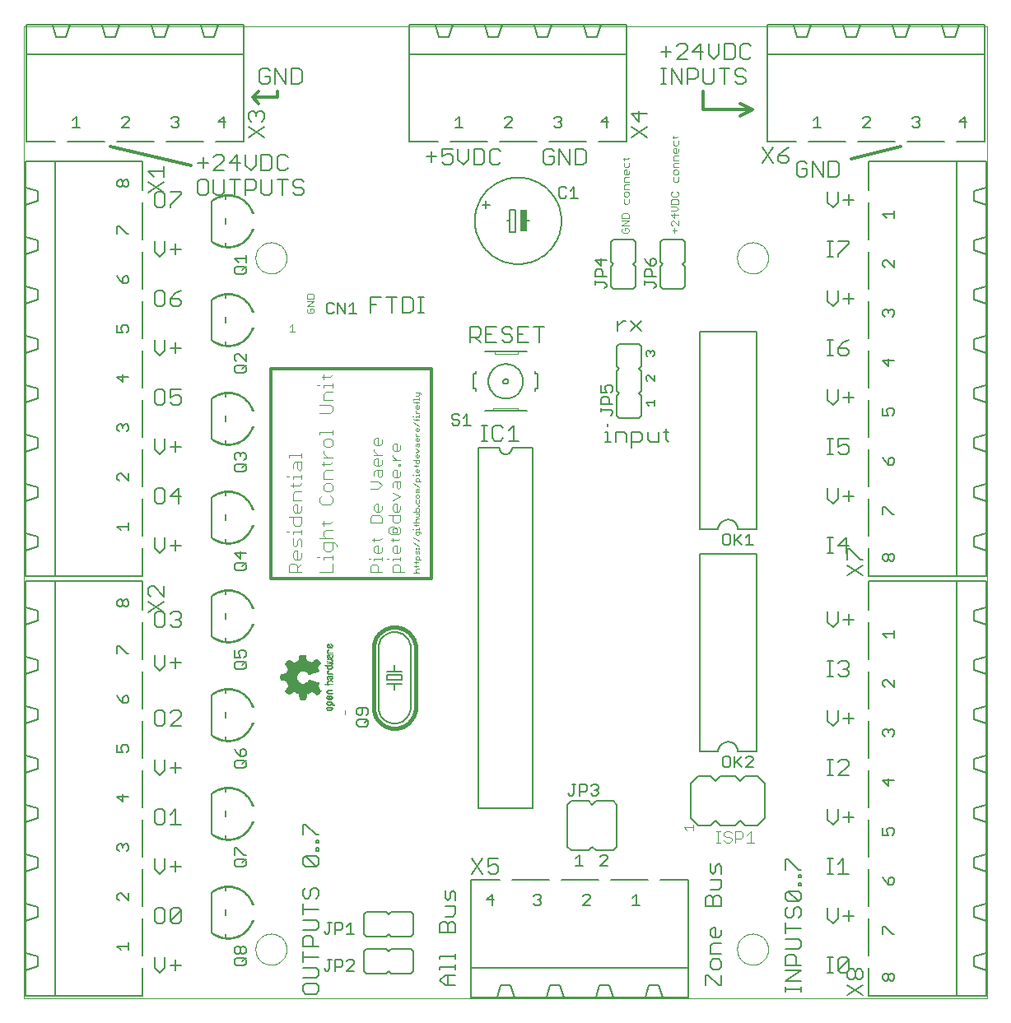
<source format=gto>
G75*
G70*
%OFA0B0*%
%FSLAX24Y24*%
%IPPOS*%
%LPD*%
%AMOC8*
5,1,8,0,0,1.08239X$1,22.5*
%
%ADD10C,0.0000*%
%ADD11C,0.0060*%
%ADD12C,0.0120*%
%ADD13C,0.0040*%
%ADD14C,0.0020*%
%ADD15C,0.0030*%
%ADD16C,0.0050*%
%ADD17C,0.0070*%
%ADD18C,0.0010*%
%ADD19C,0.0160*%
%ADD20R,0.0250X0.0900*%
%ADD21R,0.0001X0.0012*%
%ADD22R,0.0001X0.0015*%
%ADD23R,0.0001X0.0018*%
%ADD24R,0.0001X0.0021*%
%ADD25R,0.0002X0.0026*%
%ADD26R,0.0001X0.0030*%
%ADD27R,0.0001X0.0036*%
%ADD28R,0.0001X0.0039*%
%ADD29R,0.0001X0.0041*%
%ADD30R,0.0001X0.0042*%
%ADD31R,0.0001X0.0044*%
%ADD32R,0.0001X0.0045*%
%ADD33R,0.0002X0.0045*%
%ADD34R,0.0001X0.0007*%
%ADD35R,0.0001X0.0001*%
%ADD36R,0.0001X0.0006*%
%ADD37R,0.0001X0.0004*%
%ADD38R,0.0001X0.0006*%
%ADD39R,0.0001X0.0002*%
%ADD40R,0.0001X0.0003*%
%ADD41R,0.0001X0.0005*%
%ADD42R,0.0001X0.0049*%
%ADD43R,0.0001X0.0046*%
%ADD44R,0.0001X0.0003*%
%ADD45R,0.0001X0.0048*%
%ADD46R,0.0002X0.0022*%
%ADD47R,0.0002X0.0019*%
%ADD48R,0.0002X0.0025*%
%ADD49R,0.0002X0.0006*%
%ADD50R,0.0002X0.0009*%
%ADD51R,0.0002X0.0055*%
%ADD52R,0.0002X0.0048*%
%ADD53R,0.0002X0.0054*%
%ADD54R,0.0002X0.0056*%
%ADD55R,0.0001X0.0032*%
%ADD56R,0.0001X0.0031*%
%ADD57R,0.0001X0.0010*%
%ADD58R,0.0001X0.0059*%
%ADD59R,0.0001X0.0060*%
%ADD60R,0.0001X0.0051*%
%ADD61R,0.0001X0.0051*%
%ADD62R,0.0001X0.0014*%
%ADD63R,0.0001X0.0038*%
%ADD64R,0.0001X0.0013*%
%ADD65R,0.0001X0.0063*%
%ADD66R,0.0001X0.0016*%
%ADD67R,0.0001X0.0066*%
%ADD68R,0.0001X0.0056*%
%ADD69R,0.0001X0.0063*%
%ADD70R,0.0001X0.0066*%
%ADD71R,0.0001X0.0011*%
%ADD72R,0.0001X0.0012*%
%ADD73R,0.0001X0.0018*%
%ADD74R,0.0001X0.0065*%
%ADD75R,0.0001X0.0019*%
%ADD76R,0.0001X0.0071*%
%ADD77R,0.0001X0.0068*%
%ADD78R,0.0001X0.0062*%
%ADD79R,0.0001X0.0061*%
%ADD80R,0.0001X0.0023*%
%ADD81R,0.0001X0.0079*%
%ADD82R,0.0001X0.0064*%
%ADD83R,0.0001X0.0021*%
%ADD84R,0.0001X0.0076*%
%ADD85R,0.0001X0.0074*%
%ADD86R,0.0001X0.0123*%
%ADD87R,0.0001X0.0072*%
%ADD88R,0.0001X0.0024*%
%ADD89R,0.0001X0.0026*%
%ADD90R,0.0001X0.0025*%
%ADD91R,0.0001X0.0075*%
%ADD92R,0.0001X0.0086*%
%ADD93R,0.0001X0.0027*%
%ADD94R,0.0001X0.0081*%
%ADD95R,0.0001X0.0126*%
%ADD96R,0.0001X0.0029*%
%ADD97R,0.0001X0.0028*%
%ADD98R,0.0001X0.0033*%
%ADD99R,0.0001X0.0090*%
%ADD100R,0.0001X0.0157*%
%ADD101R,0.0001X0.0078*%
%ADD102R,0.0001X0.0091*%
%ADD103R,0.0001X0.0085*%
%ADD104R,0.0001X0.0129*%
%ADD105R,0.0001X0.0033*%
%ADD106R,0.0001X0.0081*%
%ADD107R,0.0001X0.0034*%
%ADD108R,0.0001X0.0094*%
%ADD109R,0.0001X0.0160*%
%ADD110R,0.0001X0.0088*%
%ADD111R,0.0001X0.0131*%
%ADD112R,0.0001X0.0089*%
%ADD113R,0.0001X0.0035*%
%ADD114R,0.0001X0.0083*%
%ADD115R,0.0001X0.0098*%
%ADD116R,0.0001X0.0164*%
%ADD117R,0.0001X0.0092*%
%ADD118R,0.0001X0.0132*%
%ADD119R,0.0001X0.0037*%
%ADD120R,0.0001X0.0084*%
%ADD121R,0.0001X0.0036*%
%ADD122R,0.0001X0.0101*%
%ADD123R,0.0001X0.0166*%
%ADD124R,0.0001X0.0099*%
%ADD125R,0.0002X0.0096*%
%ADD126R,0.0002X0.0134*%
%ADD127R,0.0002X0.0041*%
%ADD128R,0.0002X0.0031*%
%ADD129R,0.0002X0.0030*%
%ADD130R,0.0002X0.0084*%
%ADD131R,0.0002X0.0036*%
%ADD132R,0.0002X0.0033*%
%ADD133R,0.0002X0.0104*%
%ADD134R,0.0002X0.0170*%
%ADD135R,0.0001X0.0102*%
%ADD136R,0.0001X0.0136*%
%ADD137R,0.0001X0.0108*%
%ADD138R,0.0001X0.0173*%
%ADD139R,0.0001X0.0106*%
%ADD140R,0.0001X0.0141*%
%ADD141R,0.0001X0.0087*%
%ADD142R,0.0001X0.0111*%
%ADD143R,0.0001X0.0176*%
%ADD144R,0.0001X0.0109*%
%ADD145R,0.0001X0.0112*%
%ADD146R,0.0001X0.0142*%
%ADD147R,0.0001X0.0114*%
%ADD148R,0.0001X0.0177*%
%ADD149R,0.0001X0.0115*%
%ADD150R,0.0001X0.0144*%
%ADD151R,0.0001X0.0048*%
%ADD152R,0.0001X0.0117*%
%ADD153R,0.0001X0.0179*%
%ADD154R,0.0001X0.0118*%
%ADD155R,0.0001X0.0146*%
%ADD156R,0.0001X0.0120*%
%ADD157R,0.0001X0.0180*%
%ADD158R,0.0001X0.0119*%
%ADD159R,0.0001X0.0122*%
%ADD160R,0.0001X0.0181*%
%ADD161R,0.0001X0.0125*%
%ADD162R,0.0001X0.0147*%
%ADD163R,0.0001X0.0121*%
%ADD164R,0.0001X0.0126*%
%ADD165R,0.0001X0.0149*%
%ADD166R,0.0001X0.0093*%
%ADD167R,0.0001X0.0129*%
%ADD168R,0.0001X0.0184*%
%ADD169R,0.0001X0.0151*%
%ADD170R,0.0001X0.0128*%
%ADD171R,0.0001X0.0093*%
%ADD172R,0.0001X0.0187*%
%ADD173R,0.0002X0.0132*%
%ADD174R,0.0002X0.0153*%
%ADD175R,0.0002X0.0131*%
%ADD176R,0.0002X0.0046*%
%ADD177R,0.0002X0.0048*%
%ADD178R,0.0002X0.0094*%
%ADD179R,0.0002X0.0034*%
%ADD180R,0.0002X0.0189*%
%ADD181R,0.0002X0.0091*%
%ADD182R,0.0001X0.0134*%
%ADD183R,0.0001X0.0154*%
%ADD184R,0.0001X0.0057*%
%ADD185R,0.0001X0.0027*%
%ADD186R,0.0001X0.0190*%
%ADD187R,0.0001X0.0054*%
%ADD188R,0.0001X0.0053*%
%ADD189R,0.0001X0.0054*%
%ADD190R,0.0001X0.0139*%
%ADD191R,0.0001X0.0156*%
%ADD192R,0.0001X0.0052*%
%ADD193R,0.0001X0.0043*%
%ADD194R,0.0001X0.0039*%
%ADD195R,0.0001X0.0040*%
%ADD196R,0.0001X0.0147*%
%ADD197R,0.0001X0.0159*%
%ADD198R,0.0001X0.0145*%
%ADD199R,0.0001X0.0042*%
%ADD200R,0.0001X0.0047*%
%ADD201R,0.0001X0.0150*%
%ADD202R,0.0001X0.0161*%
%ADD203R,0.0001X0.0162*%
%ADD204R,0.0002X0.0153*%
%ADD205R,0.0002X0.0164*%
%ADD206R,0.0002X0.0151*%
%ADD207R,0.0002X0.0042*%
%ADD208R,0.0002X0.0038*%
%ADD209R,0.0002X0.0040*%
%ADD210R,0.0001X0.0069*%
%ADD211R,0.0001X0.0067*%
%ADD212R,0.0001X0.0069*%
%ADD213R,0.0002X0.0054*%
%ADD214R,0.0002X0.0051*%
%ADD215R,0.0002X0.0052*%
%ADD216R,0.0002X0.0035*%
%ADD217R,0.0002X0.0036*%
%ADD218R,0.0002X0.0032*%
%ADD219R,0.0002X0.0037*%
%ADD220R,0.0002X0.0039*%
%ADD221R,0.0002X0.0059*%
%ADD222R,0.0002X0.0042*%
%ADD223R,0.0002X0.0060*%
%ADD224R,0.0002X0.0061*%
%ADD225R,0.0002X0.0012*%
%ADD226R,0.0001X0.0008*%
%ADD227R,0.0001X0.0070*%
%ADD228R,0.0001X0.0072*%
%ADD229R,0.0001X0.0078*%
%ADD230R,0.0001X0.0082*%
%ADD231R,0.0001X0.0024*%
%ADD232R,0.0002X0.0089*%
%ADD233R,0.0002X0.0018*%
%ADD234R,0.0002X0.0079*%
%ADD235R,0.0002X0.0076*%
%ADD236R,0.0001X0.0096*%
%ADD237R,0.0001X0.0097*%
%ADD238R,0.0001X0.0087*%
%ADD239R,0.0001X0.0105*%
%ADD240R,0.0001X0.0108*%
%ADD241R,0.0001X0.0110*%
%ADD242R,0.0001X0.0113*%
%ADD243R,0.0001X0.0116*%
%ADD244R,0.0001X0.0117*%
%ADD245R,0.0002X0.0124*%
%ADD246R,0.0002X0.0114*%
%ADD247R,0.0002X0.0112*%
%ADD248R,0.0002X0.0129*%
%ADD249R,0.0001X0.0127*%
%ADD250R,0.0001X0.0084*%
%ADD251R,0.0001X0.0103*%
%ADD252R,0.0001X0.0096*%
%ADD253R,0.0001X0.0153*%
%ADD254R,0.0002X0.0156*%
%ADD255R,0.0002X0.0080*%
%ADD256R,0.0002X0.0081*%
%ADD257R,0.0001X0.0165*%
%ADD258R,0.0001X0.0055*%
%ADD259R,0.0001X0.0100*%
%ADD260R,0.0001X0.0009*%
%ADD261R,0.0001X0.0022*%
%ADD262R,0.0002X0.0044*%
%ADD263R,0.0002X0.0029*%
%ADD264R,0.0002X0.0057*%
%ADD265R,0.0002X0.0033*%
%ADD266R,0.0002X0.0049*%
%ADD267R,0.0002X0.0039*%
%ADD268R,0.0002X0.0053*%
%ADD269R,0.0002X0.0043*%
%ADD270R,0.0001X0.0058*%
%ADD271R,0.0001X0.0124*%
%ADD272R,0.0001X0.0144*%
%ADD273R,0.0001X0.0152*%
%ADD274R,0.0001X0.0155*%
%ADD275R,0.0001X0.0123*%
%ADD276R,0.0001X0.0153*%
%ADD277R,0.0002X0.0150*%
%ADD278R,0.0002X0.0139*%
%ADD279R,0.0002X0.0119*%
%ADD280R,0.0002X0.0120*%
%ADD281R,0.0002X0.0141*%
%ADD282R,0.0002X0.0118*%
%ADD283R,0.0001X0.0138*%
%ADD284R,0.0001X0.0114*%
%ADD285R,0.0001X0.0133*%
%ADD286R,0.0001X0.0132*%
%ADD287R,0.0001X0.0130*%
%ADD288R,0.0001X0.0104*%
%ADD289R,0.0001X0.0099*%
%ADD290R,0.0001X0.0135*%
%ADD291R,0.0001X0.0095*%
%ADD292R,0.0002X0.0126*%
%ADD293R,0.0002X0.0128*%
%ADD294R,0.0002X0.0082*%
%ADD295R,0.0002X0.0121*%
%ADD296R,0.0002X0.0024*%
%ADD297R,0.0002X0.0024*%
%ADD298R,0.0002X0.0081*%
%ADD299R,0.0001X0.0020*%
%ADD300R,0.0001X0.0017*%
%ADD301R,0.0001X0.0057*%
%ADD302R,0.0002X0.0090*%
%ADD303R,0.0002X0.0006*%
%ADD304R,0.0001X0.0050*%
%ADD305R,0.0002X0.0075*%
%ADD306R,0.0002X0.0158*%
%ADD307R,0.0002X0.0109*%
%ADD308R,0.0001X0.0168*%
%ADD309R,0.0001X0.0171*%
%ADD310R,0.0001X0.0172*%
%ADD311R,0.0001X0.0175*%
%ADD312R,0.0001X0.0186*%
%ADD313R,0.0001X0.0191*%
%ADD314R,0.0001X0.0194*%
%ADD315R,0.0002X0.0196*%
%ADD316R,0.0002X0.0149*%
%ADD317R,0.0001X0.0199*%
%ADD318R,0.0001X0.0204*%
%ADD319R,0.0001X0.0207*%
%ADD320R,0.0001X0.0158*%
%ADD321R,0.0001X0.0211*%
%ADD322R,0.0001X0.0216*%
%ADD323R,0.0001X0.0219*%
%ADD324R,0.0001X0.0169*%
%ADD325R,0.0001X0.0222*%
%ADD326R,0.0001X0.0224*%
%ADD327R,0.0001X0.0228*%
%ADD328R,0.0002X0.0234*%
%ADD329R,0.0002X0.0183*%
%ADD330R,0.0001X0.0239*%
%ADD331R,0.0001X0.0189*%
%ADD332R,0.0001X0.0241*%
%ADD333R,0.0001X0.0192*%
%ADD334R,0.0001X0.0243*%
%ADD335R,0.0001X0.0246*%
%ADD336R,0.0001X0.0196*%
%ADD337R,0.0001X0.0250*%
%ADD338R,0.0001X0.0201*%
%ADD339R,0.0001X0.0254*%
%ADD340R,0.0001X0.0258*%
%ADD341R,0.0001X0.0209*%
%ADD342R,0.0001X0.0263*%
%ADD343R,0.0001X0.0213*%
%ADD344R,0.0001X0.0267*%
%ADD345R,0.0002X0.0270*%
%ADD346R,0.0002X0.0066*%
%ADD347R,0.0002X0.0219*%
%ADD348R,0.0001X0.0271*%
%ADD349R,0.0001X0.0220*%
%ADD350R,0.0001X0.0274*%
%ADD351R,0.0001X0.0223*%
%ADD352R,0.0001X0.0278*%
%ADD353R,0.0001X0.0282*%
%ADD354R,0.0001X0.0231*%
%ADD355R,0.0001X0.0288*%
%ADD356R,0.0001X0.0236*%
%ADD357R,0.0001X0.0289*%
%ADD358R,0.0001X0.0292*%
%ADD359R,0.0001X0.0297*%
%ADD360R,0.0001X0.0300*%
%ADD361R,0.0002X0.0305*%
%ADD362R,0.0002X0.0101*%
%ADD363R,0.0002X0.0078*%
%ADD364R,0.0002X0.0251*%
%ADD365R,0.0001X0.0309*%
%ADD366R,0.0001X0.0255*%
%ADD367R,0.0001X0.0314*%
%ADD368R,0.0001X0.0316*%
%ADD369R,0.0001X0.0262*%
%ADD370R,0.0001X0.0319*%
%ADD371R,0.0001X0.0266*%
%ADD372R,0.0001X0.0321*%
%ADD373R,0.0001X0.0324*%
%ADD374R,0.0001X0.0270*%
%ADD375R,0.0001X0.0329*%
%ADD376R,0.0001X0.0275*%
%ADD377R,0.0001X0.0333*%
%ADD378R,0.0001X0.0279*%
%ADD379R,0.0001X0.0336*%
%ADD380R,0.0001X0.0284*%
%ADD381R,0.0002X0.0339*%
%ADD382R,0.0002X0.0286*%
%ADD383R,0.0001X0.0342*%
%ADD384R,0.0001X0.0491*%
%ADD385R,0.0001X0.0492*%
%ADD386R,0.0001X0.0294*%
%ADD387R,0.0001X0.0495*%
%ADD388R,0.0001X0.0299*%
%ADD389R,0.0001X0.0496*%
%ADD390R,0.0001X0.0301*%
%ADD391R,0.0001X0.0498*%
%ADD392R,0.0001X0.0304*%
%ADD393R,0.0001X0.0501*%
%ADD394R,0.0001X0.0308*%
%ADD395R,0.0001X0.0311*%
%ADD396R,0.0001X0.0504*%
%ADD397R,0.0002X0.0504*%
%ADD398R,0.0002X0.0318*%
%ADD399R,0.0001X0.0507*%
%ADD400R,0.0001X0.0323*%
%ADD401R,0.0001X0.0326*%
%ADD402R,0.0001X0.0508*%
%ADD403R,0.0001X0.0330*%
%ADD404R,0.0001X0.0510*%
%ADD405R,0.0001X0.0494*%
%ADD406R,0.0001X0.0512*%
%ADD407R,0.0001X0.0500*%
%ADD408R,0.0001X0.0513*%
%ADD409R,0.0001X0.0501*%
%ADD410R,0.0002X0.0513*%
%ADD411R,0.0002X0.0501*%
%ADD412R,0.0001X0.0503*%
%ADD413R,0.0001X0.0504*%
%ADD414R,0.0001X0.0506*%
%ADD415R,0.0001X0.0513*%
%ADD416R,0.0001X0.0509*%
%ADD417R,0.0001X0.0511*%
%ADD418R,0.0001X0.0514*%
%ADD419R,0.0001X0.0516*%
%ADD420R,0.0002X0.0513*%
%ADD421R,0.0002X0.0519*%
%ADD422R,0.0001X0.0519*%
%ADD423R,0.0001X0.0520*%
%ADD424R,0.0001X0.0522*%
%ADD425R,0.0001X0.0507*%
%ADD426R,0.0002X0.0509*%
%ADD427R,0.0002X0.0520*%
%ADD428R,0.0001X0.0522*%
%ADD429R,0.0001X0.0505*%
%ADD430R,0.0001X0.0502*%
%ADD431R,0.0001X0.0521*%
%ADD432R,0.0002X0.0503*%
%ADD433R,0.0002X0.0519*%
%ADD434R,0.0001X0.0519*%
%ADD435R,0.0001X0.0499*%
%ADD436R,0.0001X0.0517*%
%ADD437R,0.0002X0.0495*%
%ADD438R,0.0002X0.0514*%
%ADD439R,0.0001X0.0515*%
%ADD440R,0.0001X0.0492*%
%ADD441R,0.0001X0.0490*%
%ADD442R,0.0002X0.0490*%
%ADD443R,0.0002X0.0511*%
%ADD444R,0.0001X0.0489*%
%ADD445R,0.0001X0.0489*%
%ADD446R,0.0001X0.0488*%
%ADD447R,0.0001X0.0485*%
%ADD448R,0.0001X0.0483*%
%ADD449R,0.0002X0.0483*%
%ADD450R,0.0002X0.0507*%
%ADD451R,0.0001X0.0483*%
%ADD452R,0.0001X0.0481*%
%ADD453R,0.0001X0.0480*%
%ADD454R,0.0002X0.0480*%
%ADD455R,0.0002X0.0501*%
%ADD456R,0.0001X0.0479*%
%ADD457R,0.0001X0.0477*%
%ADD458R,0.0001X0.0477*%
%ADD459R,0.0001X0.0475*%
%ADD460R,0.0001X0.0474*%
%ADD461R,0.0001X0.0472*%
%ADD462R,0.0002X0.0472*%
%ADD463R,0.0002X0.0498*%
%ADD464R,0.0001X0.0471*%
%ADD465R,0.0001X0.0473*%
%ADD466R,0.0001X0.0471*%
%ADD467R,0.0001X0.0470*%
%ADD468R,0.0001X0.0468*%
%ADD469R,0.0001X0.0469*%
%ADD470R,0.0002X0.0468*%
%ADD471R,0.0002X0.0491*%
%ADD472R,0.0001X0.0466*%
%ADD473R,0.0001X0.0465*%
%ADD474R,0.0001X0.0464*%
%ADD475R,0.0001X0.0462*%
%ADD476R,0.0002X0.0462*%
%ADD477R,0.0002X0.0489*%
%ADD478R,0.0001X0.0461*%
%ADD479R,0.0001X0.0460*%
%ADD480R,0.0001X0.0459*%
%ADD481R,0.0001X0.0484*%
%ADD482R,0.0001X0.0457*%
%ADD483R,0.0001X0.0459*%
%ADD484R,0.0002X0.0458*%
%ADD485R,0.0002X0.0484*%
%ADD486R,0.0001X0.0456*%
%ADD487R,0.0001X0.0455*%
%ADD488R,0.0001X0.0453*%
%ADD489R,0.0001X0.0451*%
%ADD490R,0.0001X0.0453*%
%ADD491R,0.0001X0.0450*%
%ADD492R,0.0002X0.0451*%
%ADD493R,0.0001X0.0478*%
%ADD494R,0.0001X0.0449*%
%ADD495R,0.0001X0.0476*%
%ADD496R,0.0001X0.0447*%
%ADD497R,0.0001X0.0474*%
%ADD498R,0.0002X0.0449*%
%ADD499R,0.0002X0.0476*%
%ADD500R,0.0001X0.0454*%
%ADD501R,0.0002X0.0469*%
%ADD502R,0.0001X0.0468*%
%ADD503R,0.0001X0.0467*%
%ADD504R,0.0002X0.0473*%
%ADD505R,0.0002X0.0468*%
%ADD506R,0.0002X0.0486*%
%ADD507R,0.0002X0.0474*%
%ADD508R,0.0001X0.0487*%
%ADD509R,0.0001X0.0497*%
%ADD510R,0.0001X0.0486*%
%ADD511R,0.0002X0.0500*%
%ADD512R,0.0002X0.0487*%
%ADD513R,0.0001X0.0498*%
%ADD514R,0.0002X0.0524*%
%ADD515R,0.0001X0.0524*%
%ADD516R,0.0001X0.0525*%
%ADD517R,0.0001X0.0528*%
%ADD518R,0.0001X0.0529*%
%ADD519R,0.0001X0.0533*%
%ADD520R,0.0001X0.0534*%
%ADD521R,0.0001X0.0523*%
%ADD522R,0.0001X0.0536*%
%ADD523R,0.0002X0.0537*%
%ADD524R,0.0002X0.0527*%
%ADD525R,0.0001X0.0537*%
%ADD526R,0.0001X0.0528*%
%ADD527R,0.0001X0.0539*%
%ADD528R,0.0001X0.0530*%
%ADD529R,0.0001X0.0540*%
%ADD530R,0.0001X0.0541*%
%ADD531R,0.0001X0.0531*%
%ADD532R,0.0001X0.0543*%
%ADD533R,0.0001X0.0544*%
%ADD534R,0.0002X0.0546*%
%ADD535R,0.0002X0.0536*%
%ADD536R,0.0001X0.0547*%
%ADD537R,0.0001X0.0551*%
%ADD538R,0.0001X0.0552*%
%ADD539R,0.0001X0.0554*%
%ADD540R,0.0001X0.0555*%
%ADD541R,0.0002X0.0555*%
%ADD542R,0.0002X0.0547*%
%ADD543R,0.0001X0.0549*%
%ADD544R,0.0001X0.0548*%
%ADD545R,0.0001X0.0538*%
%ADD546R,0.0001X0.0537*%
%ADD547R,0.0002X0.0533*%
%ADD548R,0.0001X0.0531*%
%ADD549R,0.0001X0.0526*%
%ADD550R,0.0001X0.0518*%
%ADD551R,0.0002X0.0498*%
%ADD552R,0.0002X0.0496*%
%ADD553R,0.0001X0.0486*%
%ADD554R,0.0002X0.0485*%
%ADD555R,0.0001X0.0482*%
%ADD556R,0.0002X0.0477*%
%ADD557R,0.0002X0.0530*%
%ADD558R,0.0002X0.0464*%
%ADD559R,0.0001X0.0561*%
%ADD560R,0.0001X0.0570*%
%ADD561R,0.0001X0.0576*%
%ADD562R,0.0001X0.0581*%
%ADD563R,0.0001X0.0585*%
%ADD564R,0.0001X0.0589*%
%ADD565R,0.0002X0.0600*%
%ADD566R,0.0001X0.0614*%
%ADD567R,0.0001X0.0623*%
%ADD568R,0.0001X0.0630*%
%ADD569R,0.0001X0.0633*%
%ADD570R,0.0001X0.0638*%
%ADD571R,0.0001X0.0645*%
%ADD572R,0.0001X0.0657*%
%ADD573R,0.0001X0.0556*%
%ADD574R,0.0001X0.0669*%
%ADD575R,0.0001X0.0674*%
%ADD576R,0.0001X0.0579*%
%ADD577R,0.0002X0.0676*%
%ADD578R,0.0002X0.0585*%
%ADD579R,0.0001X0.0678*%
%ADD580R,0.0001X0.0590*%
%ADD581R,0.0001X0.0679*%
%ADD582R,0.0001X0.0596*%
%ADD583R,0.0001X0.0681*%
%ADD584R,0.0001X0.0606*%
%ADD585R,0.0001X0.0620*%
%ADD586R,0.0001X0.0682*%
%ADD587R,0.0001X0.0633*%
%ADD588R,0.0001X0.0684*%
%ADD589R,0.0001X0.0639*%
%ADD590R,0.0001X0.0649*%
%ADD591R,0.0001X0.0684*%
%ADD592R,0.0001X0.0655*%
%ADD593R,0.0002X0.0683*%
%ADD594R,0.0002X0.0664*%
%ADD595R,0.0001X0.0683*%
%ADD596R,0.0001X0.0670*%
%ADD597R,0.0001X0.0671*%
%ADD598R,0.0001X0.0681*%
%ADD599R,0.0001X0.0672*%
%ADD600R,0.0001X0.0680*%
%ADD601R,0.0001X0.0675*%
%ADD602R,0.0001X0.0676*%
%ADD603R,0.0002X0.0680*%
%ADD604R,0.0002X0.0678*%
%ADD605R,0.0001X0.0678*%
%ADD606R,0.0002X0.0675*%
%ADD607R,0.0002X0.0672*%
%ADD608R,0.0001X0.0672*%
%ADD609R,0.0002X0.0671*%
%ADD610R,0.0002X0.0670*%
%ADD611R,0.0001X0.0669*%
%ADD612R,0.0001X0.0667*%
%ADD613R,0.0002X0.0669*%
%ADD614R,0.0002X0.0667*%
%ADD615R,0.0001X0.0668*%
%ADD616R,0.0001X0.0666*%
%ADD617R,0.0002X0.0668*%
%ADD618R,0.0002X0.0666*%
%ADD619R,0.0001X0.0666*%
%ADD620R,0.0001X0.0664*%
%ADD621R,0.0001X0.0663*%
%ADD622R,0.0002X0.0666*%
%ADD623R,0.0002X0.0663*%
%ADD624R,0.0001X0.0665*%
%ADD625R,0.0002X0.0674*%
%ADD626R,0.0001X0.0677*%
%ADD627R,0.0002X0.0678*%
%ADD628R,0.0002X0.0682*%
%ADD629R,0.0001X0.0686*%
%ADD630R,0.0002X0.0686*%
%ADD631R,0.0001X0.0687*%
%ADD632R,0.0001X0.0689*%
%ADD633R,0.0001X0.0653*%
%ADD634R,0.0001X0.0641*%
%ADD635R,0.0001X0.0626*%
%ADD636R,0.0001X0.0616*%
%ADD637R,0.0001X0.0687*%
%ADD638R,0.0001X0.0612*%
%ADD639R,0.0001X0.0688*%
%ADD640R,0.0001X0.0606*%
%ADD641R,0.0001X0.0601*%
%ADD642R,0.0002X0.0591*%
%ADD643R,0.0001X0.0567*%
%ADD644R,0.0001X0.0560*%
%ADD645R,0.0001X0.0659*%
%ADD646R,0.0001X0.0516*%
%ADD647R,0.0001X0.0639*%
%ADD648R,0.0002X0.0502*%
%ADD649R,0.0002X0.0633*%
%ADD650R,0.0001X0.0608*%
%ADD651R,0.0001X0.0582*%
%ADD652R,0.0001X0.0577*%
%ADD653R,0.0002X0.0569*%
%ADD654R,0.0001X0.0546*%
%ADD655R,0.0002X0.0486*%
%ADD656R,0.0001X0.0493*%
%ADD657R,0.0002X0.0516*%
%ADD658R,0.0001X0.0532*%
%ADD659R,0.0002X0.0534*%
%ADD660R,0.0002X0.0535*%
%ADD661R,0.0001X0.0543*%
%ADD662R,0.0001X0.0553*%
%ADD663R,0.0001X0.0559*%
%ADD664R,0.0001X0.0564*%
%ADD665R,0.0001X0.0564*%
%ADD666R,0.0001X0.0567*%
%ADD667R,0.0001X0.0569*%
%ADD668R,0.0002X0.0570*%
%ADD669R,0.0002X0.0571*%
%ADD670R,0.0001X0.0571*%
%ADD671R,0.0001X0.0573*%
%ADD672R,0.0001X0.0574*%
%ADD673R,0.0001X0.0576*%
%ADD674R,0.0001X0.0600*%
%ADD675R,0.0001X0.0611*%
%ADD676R,0.0001X0.0618*%
%ADD677R,0.0001X0.0621*%
%ADD678R,0.0001X0.1269*%
%ADD679R,0.0001X0.1267*%
%ADD680R,0.0001X0.1266*%
%ADD681R,0.0002X0.1266*%
%ADD682R,0.0001X0.1264*%
%ADD683R,0.0001X0.1261*%
%ADD684R,0.0001X0.1260*%
%ADD685R,0.0001X0.1259*%
%ADD686R,0.0001X0.1256*%
%ADD687R,0.0001X0.1254*%
%ADD688R,0.0001X0.1253*%
%ADD689R,0.0001X0.1251*%
%ADD690R,0.0002X0.1251*%
%ADD691R,0.0001X0.1248*%
%ADD692R,0.0001X0.1245*%
%ADD693R,0.0001X0.1244*%
%ADD694R,0.0001X0.1242*%
%ADD695R,0.0001X0.1239*%
%ADD696R,0.0001X0.1237*%
%ADD697R,0.0002X0.1236*%
%ADD698R,0.0001X0.1233*%
%ADD699R,0.0001X0.1230*%
%ADD700R,0.0001X0.1229*%
%ADD701R,0.0001X0.1227*%
%ADD702R,0.0001X0.1226*%
%ADD703R,0.0001X0.1224*%
%ADD704R,0.0002X0.1223*%
%ADD705R,0.0001X0.1219*%
%ADD706R,0.0001X0.1216*%
%ADD707R,0.0001X0.1215*%
%ADD708R,0.0001X0.1214*%
%ADD709R,0.0001X0.1212*%
%ADD710R,0.0001X0.1209*%
%ADD711R,0.0002X0.1207*%
%ADD712R,0.0001X0.1206*%
%ADD713R,0.0001X0.1204*%
%ADD714R,0.0001X0.1201*%
%ADD715R,0.0001X0.1200*%
%ADD716R,0.0001X0.1199*%
%ADD717R,0.0001X0.1196*%
%ADD718R,0.0001X0.1194*%
%ADD719R,0.0001X0.1193*%
%ADD720R,0.0001X0.1191*%
%ADD721R,0.0002X0.1191*%
%ADD722R,0.0001X0.1188*%
%ADD723R,0.0001X0.1185*%
%ADD724R,0.0001X0.1184*%
%ADD725R,0.0001X0.1181*%
%ADD726R,0.0001X0.1177*%
%ADD727R,0.0001X0.1176*%
%ADD728R,0.0001X0.1174*%
%ADD729R,0.0001X0.1173*%
%ADD730R,0.0002X0.1170*%
%ADD731R,0.0001X0.1170*%
%ADD732R,0.0001X0.1169*%
%ADD733R,0.0001X0.1166*%
%ADD734R,0.0001X0.1164*%
%ADD735R,0.0001X0.1163*%
%ADD736R,0.0002X0.1163*%
%ADD737R,0.0001X0.1167*%
%ADD738R,0.0001X0.1171*%
%ADD739R,0.0001X0.1179*%
%ADD740R,0.0001X0.1182*%
%ADD741R,0.0002X0.1182*%
%ADD742R,0.0001X0.1188*%
%ADD743R,0.0001X0.1190*%
%ADD744R,0.0001X0.1197*%
%ADD745R,0.0002X0.1204*%
%ADD746R,0.0001X0.1207*%
%ADD747R,0.0001X0.1210*%
%ADD748R,0.0001X0.1213*%
%ADD749R,0.0001X0.1217*%
%ADD750R,0.0001X0.1218*%
%ADD751R,0.0001X0.1220*%
%ADD752R,0.0001X0.1221*%
%ADD753R,0.0001X0.1223*%
%ADD754R,0.0002X0.1226*%
%ADD755R,0.0001X0.1236*%
%ADD756R,0.0001X0.1239*%
%ADD757R,0.0001X0.1240*%
%ADD758R,0.0001X0.1243*%
%ADD759R,0.0002X0.1248*%
%ADD760R,0.0001X0.1248*%
%ADD761R,0.0001X0.1251*%
%ADD762R,0.0001X0.1257*%
%ADD763R,0.0001X0.1263*%
%ADD764R,0.0002X0.1267*%
%ADD765R,0.0001X0.1270*%
%ADD766R,0.0001X0.1274*%
%ADD767R,0.0001X0.1275*%
%ADD768R,0.0001X0.1278*%
%ADD769R,0.0001X0.1280*%
%ADD770R,0.0001X0.1281*%
%ADD771R,0.0001X0.1284*%
%ADD772R,0.0001X0.1286*%
%ADD773R,0.0001X0.1289*%
%ADD774R,0.0002X0.1290*%
%ADD775R,0.0001X0.1291*%
%ADD776R,0.0001X0.1294*%
%ADD777R,0.0001X0.1296*%
%ADD778R,0.0001X0.1299*%
%ADD779R,0.0001X0.1300*%
%ADD780R,0.0001X0.1302*%
%ADD781R,0.0001X0.1304*%
%ADD782R,0.0001X0.1306*%
%ADD783R,0.0001X0.1308*%
%ADD784R,0.0002X0.1311*%
%ADD785R,0.0001X0.1313*%
%ADD786R,0.0001X0.1316*%
%ADD787R,0.0001X0.1317*%
%ADD788R,0.0001X0.1320*%
%ADD789R,0.0001X0.1323*%
%ADD790R,0.0001X0.1326*%
%ADD791R,0.0001X0.1329*%
%ADD792R,0.0002X0.1332*%
%ADD793R,0.0001X0.1335*%
%ADD794R,0.0001X0.1336*%
%ADD795R,0.0001X0.1340*%
%ADD796R,0.0001X0.1343*%
%ADD797R,0.0001X0.1346*%
%ADD798R,0.0001X0.1347*%
%ADD799R,0.0001X0.1350*%
%ADD800R,0.0002X0.1353*%
%ADD801R,0.0001X0.1356*%
%ADD802R,0.0001X0.1357*%
%ADD803R,0.0001X0.1360*%
%ADD804R,0.0001X0.1364*%
%ADD805R,0.0001X0.1365*%
%ADD806R,0.0001X0.1368*%
%ADD807R,0.0001X0.1369*%
%ADD808R,0.0001X0.1373*%
%ADD809R,0.0002X0.1374*%
%ADD810R,0.0001X0.1377*%
%ADD811R,0.0001X0.1379*%
%ADD812R,0.0001X0.1380*%
%ADD813R,0.0001X0.1383*%
%ADD814R,0.0001X0.1386*%
%ADD815R,0.0001X0.1387*%
%ADD816R,0.0001X0.1391*%
%ADD817R,0.0001X0.1394*%
%ADD818R,0.0002X0.1395*%
%ADD819R,0.0001X0.1398*%
%ADD820R,0.0001X0.1401*%
%ADD821R,0.0001X0.1403*%
%ADD822R,0.0001X0.1406*%
%ADD823R,0.0001X0.1407*%
%ADD824R,0.0001X0.1409*%
%ADD825R,0.0001X0.1411*%
%ADD826R,0.0001X0.1414*%
%ADD827R,0.0002X0.1416*%
%ADD828R,0.0001X0.1419*%
%ADD829R,0.0001X0.1421*%
%ADD830R,0.0001X0.1422*%
%ADD831R,0.0001X0.1424*%
%ADD832R,0.0001X0.1426*%
%ADD833R,0.0001X0.1428*%
%ADD834R,0.0002X0.1429*%
%ADD835R,0.0001X0.1429*%
%ADD836R,0.0001X0.1425*%
%ADD837R,0.0002X0.1421*%
%ADD838R,0.0001X0.1418*%
%ADD839R,0.0001X0.1416*%
%ADD840R,0.0001X0.1413*%
%ADD841R,0.0001X0.1410*%
%ADD842R,0.0001X0.1404*%
%ADD843R,0.0001X0.1401*%
%ADD844R,0.0001X0.0346*%
%ADD845R,0.0001X0.1044*%
%ADD846R,0.0002X0.0342*%
%ADD847R,0.0002X0.1040*%
%ADD848R,0.0001X0.0337*%
%ADD849R,0.0001X0.1034*%
%ADD850R,0.0001X0.0357*%
%ADD851R,0.0001X0.0660*%
%ADD852R,0.0001X0.0353*%
%ADD853R,0.0001X0.0327*%
%ADD854R,0.0001X0.0349*%
%ADD855R,0.0001X0.0321*%
%ADD856R,0.0001X0.0648*%
%ADD857R,0.0001X0.0344*%
%ADD858R,0.0001X0.0317*%
%ADD859R,0.0001X0.0339*%
%ADD860R,0.0001X0.0312*%
%ADD861R,0.0001X0.0631*%
%ADD862R,0.0001X0.0334*%
%ADD863R,0.0001X0.0309*%
%ADD864R,0.0002X0.0307*%
%ADD865R,0.0002X0.0623*%
%ADD866R,0.0002X0.0327*%
%ADD867R,0.0001X0.0618*%
%ADD868R,0.0001X0.0297*%
%ADD869R,0.0001X0.0607*%
%ADD870R,0.0001X0.0320*%
%ADD871R,0.0001X0.0293*%
%ADD872R,0.0001X0.0599*%
%ADD873R,0.0001X0.0313*%
%ADD874R,0.0001X0.0285*%
%ADD875R,0.0001X0.0584*%
%ADD876R,0.0001X0.0303*%
%ADD877R,0.0001X0.0281*%
%ADD878R,0.0002X0.0273*%
%ADD879R,0.0002X0.0563*%
%ADD880R,0.0002X0.0293*%
%ADD881R,0.0001X0.0264*%
%ADD882R,0.0001X0.0259*%
%ADD883R,0.0001X0.0256*%
%ADD884R,0.0001X0.0276*%
%ADD885R,0.0001X0.0252*%
%ADD886R,0.0001X0.0273*%
%ADD887R,0.0001X0.0248*%
%ADD888R,0.0001X0.0269*%
%ADD889R,0.0001X0.0245*%
%ADD890R,0.0001X0.0240*%
%ADD891R,0.0002X0.0237*%
%ADD892R,0.0002X0.0256*%
%ADD893R,0.0001X0.0234*%
%ADD894R,0.0001X0.0232*%
%ADD895R,0.0001X0.0251*%
%ADD896R,0.0001X0.0228*%
%ADD897R,0.0001X0.0246*%
%ADD898R,0.0001X0.0456*%
%ADD899R,0.0001X0.0219*%
%ADD900R,0.0001X0.0444*%
%ADD901R,0.0001X0.0237*%
%ADD902R,0.0001X0.0214*%
%ADD903R,0.0001X0.0436*%
%ADD904R,0.0001X0.0432*%
%ADD905R,0.0001X0.0231*%
%ADD906R,0.0001X0.0210*%
%ADD907R,0.0001X0.0426*%
%ADD908R,0.0001X0.0420*%
%ADD909R,0.0001X0.0226*%
%ADD910R,0.0002X0.0204*%
%ADD911R,0.0002X0.0409*%
%ADD912R,0.0002X0.0222*%
%ADD913R,0.0001X0.0391*%
%ADD914R,0.0001X0.0217*%
%ADD915R,0.0001X0.0376*%
%ADD916R,0.0001X0.0368*%
%ADD917R,0.0001X0.0189*%
%ADD918R,0.0001X0.0361*%
%ADD919R,0.0001X0.0206*%
%ADD920R,0.0001X0.0186*%
%ADD921R,0.0001X0.0356*%
%ADD922R,0.0001X0.0345*%
%ADD923R,0.0001X0.0331*%
%ADD924R,0.0001X0.0168*%
%ADD925R,0.0002X0.0165*%
%ADD926R,0.0001X0.0162*%
%ADD927R,0.0001X0.0324*%
%ADD928R,0.0001X0.0174*%
%ADD929R,0.0001X0.0167*%
%ADD930R,0.0001X0.0163*%
%ADD931R,0.0001X0.0141*%
%ADD932R,0.0001X0.0140*%
%ADD933R,0.0001X0.0137*%
%ADD934R,0.0002X0.0129*%
%ADD935R,0.0002X0.0321*%
%ADD936R,0.0002X0.0146*%
%ADD937R,0.0001X0.0111*%
%ADD938R,0.0001X0.0318*%
%ADD939R,0.0001X0.0315*%
%ADD940R,0.0002X0.0315*%
%ADD941R,0.0002X0.0105*%
%ADD942R,0.0002X0.0311*%
%ADD943R,0.0002X0.0066*%
%ADD944R,0.0001X0.0307*%
%ADD945R,0.0001X0.0306*%
%ADD946R,0.0002X0.0300*%
%ADD947R,0.0001X0.0296*%
%ADD948R,0.0002X0.0294*%
%ADD949R,0.0001X0.0294*%
%ADD950R,0.0001X0.0291*%
%ADD951R,0.0002X0.0291*%
%ADD952R,0.0001X0.0286*%
%ADD953R,0.0002X0.0281*%
%ADD954R,0.0001X0.0277*%
%ADD955R,0.0001X0.0276*%
%ADD956R,0.0002X0.0266*%
%ADD957R,0.0001X0.0264*%
%ADD958R,0.0001X0.0261*%
%ADD959R,0.0002X0.0259*%
%ADD960R,0.0002X0.0254*%
%ADD961R,0.0002X0.0248*%
%ADD962R,0.0002X0.0218*%
D10*
X000101Y000242D02*
X000101Y039612D01*
X039093Y039612D01*
X039093Y000242D01*
X000101Y000242D01*
X009471Y002242D02*
X009473Y002292D01*
X009479Y002342D01*
X009489Y002391D01*
X009503Y002439D01*
X009520Y002486D01*
X009541Y002531D01*
X009566Y002575D01*
X009594Y002616D01*
X009626Y002655D01*
X009660Y002692D01*
X009697Y002726D01*
X009737Y002756D01*
X009779Y002783D01*
X009823Y002807D01*
X009869Y002828D01*
X009916Y002844D01*
X009964Y002857D01*
X010014Y002866D01*
X010063Y002871D01*
X010114Y002872D01*
X010164Y002869D01*
X010213Y002862D01*
X010262Y002851D01*
X010310Y002836D01*
X010356Y002818D01*
X010401Y002796D01*
X010444Y002770D01*
X010485Y002741D01*
X010524Y002709D01*
X010560Y002674D01*
X010592Y002636D01*
X010622Y002596D01*
X010649Y002553D01*
X010672Y002509D01*
X010691Y002463D01*
X010707Y002415D01*
X010719Y002366D01*
X010727Y002317D01*
X010731Y002267D01*
X010731Y002217D01*
X010727Y002167D01*
X010719Y002118D01*
X010707Y002069D01*
X010691Y002021D01*
X010672Y001975D01*
X010649Y001931D01*
X010622Y001888D01*
X010592Y001848D01*
X010560Y001810D01*
X010524Y001775D01*
X010485Y001743D01*
X010444Y001714D01*
X010401Y001688D01*
X010356Y001666D01*
X010310Y001648D01*
X010262Y001633D01*
X010213Y001622D01*
X010164Y001615D01*
X010114Y001612D01*
X010063Y001613D01*
X010014Y001618D01*
X009964Y001627D01*
X009916Y001640D01*
X009869Y001656D01*
X009823Y001677D01*
X009779Y001701D01*
X009737Y001728D01*
X009697Y001758D01*
X009660Y001792D01*
X009626Y001829D01*
X009594Y001868D01*
X009566Y001909D01*
X009541Y001953D01*
X009520Y001998D01*
X009503Y002045D01*
X009489Y002093D01*
X009479Y002142D01*
X009473Y002192D01*
X009471Y002242D01*
X013106Y011742D02*
X013104Y011743D01*
X013104Y011744D02*
X013105Y011744D01*
X013108Y011742D01*
X013108Y011745D02*
X013108Y011745D01*
X013108Y011746D01*
X013108Y011747D01*
X013108Y011749D01*
X013107Y011749D01*
X013107Y011748D01*
X013107Y011747D01*
X013106Y011748D01*
X013106Y011748D01*
X013106Y011749D01*
X013104Y011749D01*
X013104Y011748D02*
X013105Y011749D01*
X013104Y011750D01*
X013104Y011750D01*
X013105Y011751D02*
X013104Y011751D01*
X013104Y011752D01*
X013105Y011752D02*
X013105Y011751D01*
X013105Y011751D01*
X013105Y011752D02*
X013105Y011752D01*
X013106Y011752D01*
X013106Y011751D01*
X013106Y011752D01*
X013104Y011754D01*
X013104Y011755D02*
X013105Y011754D01*
X013105Y011754D01*
X013106Y011755D01*
X013106Y011755D01*
X013106Y011756D01*
X013105Y011756D01*
X013105Y011757D01*
X013105Y011757D01*
X013104Y011757D01*
X013104Y011756D01*
X013105Y011756D01*
X013105Y011756D01*
X013104Y011756D02*
X013104Y011755D01*
X013104Y011756D02*
X013106Y011756D01*
X013106Y011757D01*
X013106Y011756D01*
X013106Y011755D01*
X013107Y011755D02*
X013106Y011756D01*
X013107Y011756D02*
X013107Y011755D01*
X013107Y011756D02*
X013107Y011757D01*
X013108Y011757D01*
X013108Y011757D01*
X013108Y011755D01*
X013106Y011754D02*
X013106Y011754D01*
X013107Y011753D01*
X013108Y011753D02*
X013106Y011753D01*
X013107Y011752D02*
X013107Y011752D01*
X013106Y011752D01*
X013107Y011752D02*
X013107Y011750D01*
X013106Y011751D01*
X013107Y011750D02*
X013108Y011750D01*
X013108Y011751D01*
X013108Y011752D01*
X013108Y011749D02*
X013108Y011749D01*
X013108Y011747D02*
X013105Y011747D01*
X013105Y011749D01*
X013105Y011749D01*
X013104Y011748D02*
X013104Y011748D01*
X013105Y011747D01*
X013105Y011747D01*
X013104Y011746D02*
X013104Y011747D01*
X013105Y011746D02*
X013105Y011746D01*
X013105Y011746D01*
X013104Y011746D01*
X013105Y011745D02*
X013104Y011745D01*
X013105Y011745D02*
X013108Y011745D01*
X013106Y011745D02*
X013105Y011745D01*
X013106Y011744D02*
X013106Y011745D01*
X013106Y011746D02*
X013106Y011746D01*
X013105Y011747D01*
X013105Y011746D01*
X013105Y011747D02*
X013106Y011748D01*
X013105Y011744D02*
X013106Y011744D01*
X013105Y011758D02*
X013106Y011758D01*
X013106Y011759D01*
X013105Y011759D01*
X013104Y011759D01*
X013104Y011758D01*
X013105Y011758D01*
X013105Y011758D01*
X013105Y011759D02*
X013105Y011759D01*
X013105Y011760D02*
X013104Y011760D01*
X013104Y011761D01*
X013105Y011761D01*
X013105Y011761D01*
X013106Y011761D01*
X013107Y011760D01*
X013108Y011760D01*
X013108Y011761D01*
X013108Y011762D01*
X013109Y011762D02*
X013106Y011762D01*
X013106Y011762D01*
X013106Y011762D01*
X013104Y011762D01*
X013104Y011761D01*
X013104Y011760D02*
X013106Y011760D01*
X013105Y011760D02*
X013108Y011758D01*
X013106Y011761D02*
X013106Y011762D01*
X013106Y011761D01*
X013105Y011763D02*
X013105Y011763D01*
X013105Y011764D01*
X013105Y011764D01*
X013104Y011764D01*
X013104Y011763D01*
X013105Y011763D01*
X013106Y011763D01*
X013106Y011764D01*
X013106Y011765D01*
X013104Y011765D01*
X013104Y011766D01*
X013105Y011766D01*
X013106Y011766D01*
X013107Y011766D01*
X013108Y011766D01*
X013108Y011766D01*
X013108Y011767D01*
X013108Y011768D01*
X013107Y011768D01*
X013106Y011767D01*
X013105Y011767D01*
X013105Y011768D01*
X013106Y011768D01*
X013106Y011767D01*
X013106Y011766D01*
X013105Y011767D02*
X013105Y011767D01*
X013104Y011767D02*
X013104Y011768D01*
X013105Y011768D01*
X013104Y011769D01*
X013104Y011770D01*
X013104Y011771D01*
X013106Y011771D01*
X013106Y011770D01*
X013106Y011769D01*
X013105Y011768D01*
X013105Y011768D01*
X013106Y011769D02*
X013108Y011769D01*
X013107Y011769D02*
X013106Y011770D01*
X013104Y011770D01*
X013105Y011771D02*
X013104Y011772D01*
X013104Y011772D01*
X013105Y011773D01*
X013105Y011771D01*
X013105Y011771D01*
X013106Y011772D01*
X013106Y011772D01*
X013106Y011771D02*
X013107Y011771D01*
X013108Y011771D01*
X013108Y011771D01*
X013108Y011773D01*
X013108Y011774D02*
X013107Y011774D01*
X013106Y011774D01*
X013106Y011775D01*
X013104Y011776D01*
X013104Y011777D02*
X013104Y011778D01*
X013104Y011778D01*
X013105Y011778D01*
X013106Y011778D01*
X013106Y011777D01*
X013104Y011777D01*
X013105Y011776D02*
X013108Y011776D01*
X013107Y011776D02*
X013107Y011774D01*
X013106Y011774D02*
X013106Y011774D01*
X013106Y011775D01*
X013107Y011776D01*
X013106Y011777D01*
X013106Y011778D01*
X013107Y011778D01*
X013108Y011778D01*
X013108Y011779D02*
X013107Y011780D01*
X013107Y011781D01*
X013108Y011781D01*
X013108Y011780D01*
X013108Y011779D01*
X013106Y011780D02*
X013106Y011781D01*
X013106Y011782D01*
X013106Y011784D01*
X013104Y011784D01*
X013104Y011784D01*
X013105Y011785D01*
X013108Y011785D01*
X013108Y011784D01*
X013108Y011782D01*
X013107Y011782D01*
X013106Y011782D01*
X013105Y011782D02*
X013106Y011783D01*
X013106Y011784D01*
X013104Y011784D01*
X013105Y011785D02*
X013104Y011785D01*
X013105Y011785D01*
X013105Y011784D01*
X013108Y011784D01*
X013108Y011782D02*
X013108Y011782D01*
X013107Y011781D02*
X013106Y011781D01*
X013105Y011780D01*
X013104Y011780D01*
X013104Y011779D01*
X013105Y011779D01*
X013105Y011779D01*
X013106Y011779D01*
X013106Y011780D01*
X013105Y011780D01*
X013105Y011780D01*
X013105Y011780D01*
X013104Y011781D01*
X013104Y011782D01*
X013105Y011782D01*
X013105Y011785D02*
X013106Y011785D01*
X013105Y011785D01*
X013105Y011786D02*
X013105Y011787D01*
X013105Y011787D01*
X013104Y011787D01*
X013104Y011786D01*
X013105Y011786D01*
X013105Y011786D01*
X013106Y011786D01*
X013106Y011787D01*
X013106Y011788D01*
X013104Y011788D01*
X013104Y011789D01*
X013105Y011789D01*
X013106Y011789D01*
X013108Y011789D01*
X013108Y011789D01*
X013108Y011791D01*
X013108Y011792D02*
X013105Y011794D01*
X013105Y011796D01*
X013105Y011797D01*
X013105Y011797D01*
X013104Y011797D01*
X013104Y011797D01*
X013104Y011796D01*
X013106Y011796D01*
X013106Y011797D01*
X013105Y011797D01*
X013105Y011797D01*
X013104Y011797D02*
X013104Y011797D01*
X013104Y011798D02*
X013104Y011798D01*
X013104Y011798D01*
X013106Y011798D01*
X013106Y011799D01*
X013106Y011798D01*
X013107Y011797D01*
X013108Y011797D01*
X013108Y011798D01*
X013108Y011799D01*
X013107Y011799D01*
X013106Y011799D01*
X013105Y011799D02*
X013106Y011800D01*
X013105Y011801D01*
X013106Y011802D01*
X013106Y011800D01*
X013104Y011800D01*
X013104Y011799D01*
X013105Y011799D01*
X013106Y011800D02*
X013107Y011800D01*
X013108Y011800D01*
X013108Y011800D01*
X013108Y011802D01*
X013108Y011803D02*
X013108Y011803D01*
X013108Y011805D01*
X013106Y011805D01*
X013105Y011805D01*
X013104Y011805D01*
X013104Y011804D01*
X013106Y011804D01*
X013106Y011805D02*
X013108Y011805D01*
X013107Y011806D02*
X013108Y011806D01*
X013107Y011806D02*
X013106Y011807D01*
X013106Y011806D01*
X013105Y011806D01*
X013104Y011806D01*
X013104Y011807D01*
X013106Y011807D01*
X013107Y011807D01*
X013108Y011807D01*
X013108Y011808D02*
X013107Y011808D01*
X013106Y011809D01*
X013104Y011809D01*
X013105Y011809D01*
X013105Y011808D01*
X013104Y011808D01*
X013104Y011809D01*
X013105Y011809D02*
X013105Y011809D01*
X013104Y011810D01*
X013104Y011810D01*
X013106Y011811D02*
X013104Y011812D01*
X013104Y011813D02*
X013104Y011813D01*
X013106Y011813D01*
X013106Y011814D01*
X013108Y011814D01*
X013108Y011814D01*
X013108Y011815D02*
X013108Y011817D01*
X013107Y011817D01*
X013107Y011816D01*
X013107Y011815D01*
X013106Y011816D01*
X013106Y011817D01*
X013105Y011816D01*
X013105Y011814D01*
X013104Y011815D01*
X013104Y011815D01*
X013105Y011816D01*
X013105Y011816D01*
X013104Y011817D01*
X013104Y011818D01*
X013106Y011818D01*
X013106Y011819D01*
X013105Y011819D02*
X013105Y011820D01*
X013108Y011818D01*
X013108Y011817D02*
X013108Y011817D01*
X013106Y011818D02*
X013106Y011817D01*
X013105Y011816D02*
X013105Y011816D01*
X013106Y011815D02*
X013106Y011815D01*
X013105Y011814D01*
X013105Y011814D01*
X013104Y011814D02*
X013106Y011814D01*
X013107Y011813D02*
X013108Y011813D01*
X013107Y011813D02*
X013106Y011812D01*
X013106Y011811D01*
X013108Y011811D01*
X013107Y011810D02*
X013107Y011808D01*
X013106Y011809D02*
X013106Y011810D01*
X013107Y011810D01*
X013107Y011810D01*
X013108Y011810D02*
X013108Y011809D01*
X013108Y011808D01*
X013106Y011806D02*
X013107Y011806D01*
X013106Y011805D02*
X013106Y011806D01*
X013105Y011806D02*
X013105Y011806D01*
X013105Y011808D02*
X013105Y011808D01*
X013106Y011808D01*
X013106Y011809D01*
X013104Y011813D02*
X013104Y011814D01*
X013104Y011818D02*
X013104Y011818D01*
X013104Y011818D01*
X013106Y011818D01*
X013105Y011819D02*
X013106Y011820D01*
X013106Y011821D01*
X013104Y011822D01*
X013104Y011823D02*
X013106Y011823D01*
X013106Y011824D01*
X013105Y011823D02*
X013105Y011825D01*
X013105Y011826D01*
X013106Y011826D01*
X013106Y011825D01*
X013105Y011825D01*
X013105Y011825D01*
X013106Y011825D01*
X013106Y011825D01*
X013107Y011825D01*
X013107Y011823D01*
X013108Y011823D02*
X013105Y011823D01*
X013105Y011824D01*
X013105Y011823D02*
X013108Y011823D01*
X013105Y011821D01*
X013108Y011821D01*
X013106Y011821D02*
X013105Y011821D01*
X013105Y011820D01*
X013104Y011820D02*
X013105Y011821D01*
X013104Y011820D02*
X013104Y011820D01*
X013104Y011823D02*
X013104Y011824D01*
X013104Y011825D02*
X013104Y011826D01*
X013105Y011826D01*
X013105Y011827D02*
X013105Y011827D01*
X013105Y011827D01*
X013104Y011827D01*
X013104Y011828D01*
X013104Y011829D01*
X013106Y011829D01*
X013106Y011828D01*
X013104Y011828D01*
X013105Y011830D02*
X013104Y011830D01*
X013104Y011831D01*
X013105Y011831D01*
X013105Y011830D01*
X013108Y011830D01*
X013107Y011831D01*
X013108Y011832D01*
X013105Y011832D01*
X013106Y011831D02*
X013104Y011833D01*
X013105Y011833D01*
X013106Y011833D01*
X013107Y011832D01*
X013108Y011832D01*
X013108Y011833D01*
X013108Y011834D01*
X013108Y011834D01*
X013107Y011834D01*
X013106Y011834D01*
X013105Y011834D01*
X013104Y011834D01*
X013104Y011834D01*
X013104Y011833D01*
X013104Y011833D01*
X013106Y011833D02*
X013106Y011834D01*
X013106Y011833D01*
X013106Y011835D02*
X013105Y011835D01*
X013105Y011836D01*
X013105Y011836D01*
X013105Y011836D01*
X013106Y011836D01*
X013106Y011835D01*
X013106Y011837D01*
X013104Y011837D01*
X013104Y011836D02*
X013104Y011836D01*
X013104Y011835D01*
X013104Y011835D01*
X013104Y011835D01*
X013105Y011835D01*
X013106Y011835D02*
X013108Y011835D01*
X013107Y011837D02*
X013108Y011837D01*
X013108Y011838D02*
X013107Y011838D01*
X013106Y011838D01*
X013104Y011838D01*
X013104Y011839D02*
X013106Y011839D01*
X013105Y011839D01*
X013106Y011840D01*
X013104Y011840D01*
X013106Y011840D01*
X013106Y011838D01*
X013106Y011837D02*
X013107Y011837D01*
X013108Y011838D02*
X013108Y011838D01*
X013108Y011840D01*
X013105Y011840D01*
X013106Y011840D02*
X013106Y011842D01*
X013107Y011843D01*
X013107Y011843D01*
X013106Y011844D01*
X013106Y011845D01*
X013104Y011845D01*
X013104Y011844D01*
X013105Y011844D01*
X013105Y011844D01*
X013106Y011844D01*
X013106Y011845D01*
X013106Y011845D01*
X013106Y011845D01*
X013105Y011846D02*
X013106Y011846D01*
X013106Y011847D01*
X013105Y011847D01*
X013104Y011847D01*
X013104Y011846D01*
X013105Y011846D01*
X013105Y011846D01*
X013105Y011847D02*
X013105Y011847D01*
X013105Y011848D02*
X013108Y011846D01*
X013108Y011848D02*
X013105Y011848D01*
X013106Y011849D01*
X013105Y011850D01*
X013104Y011850D01*
X013104Y011851D01*
X013105Y011851D01*
X013104Y011851D01*
X013105Y011852D01*
X013106Y011852D01*
X013106Y011853D01*
X013105Y011853D01*
X013105Y011853D01*
X013104Y011853D01*
X013104Y011852D01*
X013106Y011852D01*
X013106Y011853D01*
X013107Y011853D01*
X013107Y011853D01*
X013107Y011851D01*
X013106Y011852D01*
X013105Y011851D02*
X013106Y011851D01*
X013106Y011850D02*
X013104Y011850D01*
X013104Y011849D01*
X013106Y011849D01*
X013106Y011850D02*
X013105Y011850D01*
X013105Y011850D01*
X013108Y011850D01*
X013108Y011851D02*
X013107Y011851D01*
X013108Y011852D02*
X013108Y011851D01*
X013108Y011852D02*
X013108Y011853D01*
X013108Y011854D02*
X013107Y011854D01*
X013106Y011854D01*
X013106Y011856D01*
X013106Y011857D01*
X013108Y011857D01*
X013108Y011856D01*
X013108Y011854D01*
X013108Y011854D01*
X013108Y011856D02*
X013105Y011856D01*
X013105Y011857D02*
X013105Y011857D01*
X013106Y011859D02*
X013106Y011860D01*
X013107Y011860D01*
X013108Y011860D01*
X013108Y011859D01*
X013108Y011858D01*
X013107Y011859D01*
X013107Y011860D01*
X013108Y011861D02*
X013105Y011863D01*
X013105Y011864D02*
X013108Y011864D01*
X013108Y011866D01*
X013107Y011867D01*
X013107Y011868D01*
X013108Y011868D01*
X013108Y011867D01*
X013108Y011866D01*
X013107Y011865D02*
X013107Y011864D01*
X013105Y011866D02*
X013105Y011864D01*
X013106Y011867D02*
X013106Y011868D01*
X013107Y011868D01*
X013107Y011869D02*
X013108Y011869D01*
X013108Y011870D01*
X013108Y011871D01*
X013109Y011871D02*
X013106Y011871D01*
X013106Y011870D01*
X013107Y011869D01*
X013109Y011870D02*
X013109Y011871D01*
X013109Y011871D01*
X013108Y011872D02*
X013108Y011873D01*
X013108Y011872D02*
X013105Y011872D01*
X013105Y011872D01*
X013107Y011874D02*
X013106Y011874D01*
X013106Y011875D01*
X013107Y011876D01*
X013107Y011876D01*
X013107Y011874D01*
X013108Y011874D01*
X013108Y011874D01*
X013108Y011875D01*
X013108Y011876D02*
X013105Y011878D01*
X013106Y011879D02*
X013108Y011879D01*
X013108Y011880D01*
X013108Y011881D01*
X013106Y011881D01*
X013105Y011881D01*
X013105Y011880D01*
X013106Y011879D01*
X013108Y011881D02*
X013108Y011881D01*
X013108Y011882D02*
X013108Y011882D01*
X013108Y011883D01*
X013108Y011884D01*
X013107Y011884D01*
X013107Y011883D01*
X013107Y011882D01*
X013106Y011882D01*
X013106Y011882D01*
X013105Y011882D01*
X013105Y011883D01*
X013106Y011884D01*
X013105Y011885D02*
X013108Y011885D01*
X013107Y011885D02*
X013107Y011887D01*
X013107Y011888D02*
X013108Y011889D01*
X013105Y011889D01*
X013105Y011890D02*
X013108Y011890D01*
X013108Y011892D01*
X013108Y011893D02*
X013108Y011893D01*
X013107Y011893D01*
X013106Y011893D01*
X013106Y011894D01*
X013107Y011895D01*
X013108Y011895D01*
X013108Y011894D01*
X013108Y011893D01*
X013108Y011895D02*
X013108Y011896D01*
X013108Y011897D01*
X013109Y011897D02*
X013106Y011897D01*
X013106Y011896D01*
X013107Y011895D01*
X013108Y011895D01*
X013109Y011896D02*
X013109Y011897D01*
X013109Y011897D01*
X013108Y011898D02*
X013108Y011899D01*
X013108Y011900D01*
X013107Y011900D01*
X013106Y011900D01*
X013106Y011899D01*
X013107Y011898D01*
X013108Y011898D01*
X013108Y011900D02*
X013108Y011900D01*
X013108Y011901D02*
X013108Y011901D01*
X013108Y011901D01*
X013108Y011901D01*
X013108Y011901D01*
X013108Y011902D02*
X013108Y011904D01*
X013107Y011904D01*
X013106Y011904D01*
X013106Y011902D01*
X013105Y011902D02*
X013108Y011902D01*
X013108Y011904D02*
X013108Y011904D01*
X013108Y011905D02*
X013106Y011905D01*
X013106Y011905D01*
X013107Y011906D01*
X013106Y011906D01*
X013107Y011907D01*
X013108Y011907D01*
X013108Y011908D02*
X013108Y011909D01*
X013108Y011910D01*
X013107Y011910D01*
X013106Y011909D01*
X013106Y011908D01*
X013109Y011908D01*
X013107Y011906D02*
X013108Y011906D01*
X013107Y011888D02*
X013108Y011887D01*
X013105Y011887D01*
X013108Y011887D01*
X013106Y011850D02*
X013106Y011849D01*
X013106Y011848D02*
X013106Y011848D01*
X013105Y011848D01*
X013105Y011848D01*
X013106Y011848D01*
X013105Y011844D02*
X013105Y011844D01*
X013104Y011843D01*
X013104Y011843D01*
X013105Y011842D01*
X013105Y011842D01*
X013106Y011843D01*
X013105Y011844D01*
X013106Y011843D02*
X013106Y011843D01*
X013108Y011843D01*
X013107Y011843D02*
X013107Y011841D01*
X013106Y011841D01*
X013106Y011842D01*
X013107Y011841D02*
X013108Y011841D01*
X013108Y011841D01*
X013108Y011842D01*
X013105Y011837D02*
X013105Y011838D01*
X013105Y011831D02*
X013105Y011831D01*
X013106Y011831D02*
X013106Y011830D01*
X013105Y011830D01*
X013105Y011830D01*
X013106Y011829D02*
X013106Y011828D01*
X013106Y011828D01*
X013106Y011827D01*
X013105Y011827D01*
X013106Y011827D02*
X013108Y011827D01*
X013108Y011826D01*
X013108Y011825D02*
X013108Y011825D01*
X013108Y011823D01*
X013107Y011825D02*
X013107Y011825D01*
X013108Y011825D01*
X013106Y011826D02*
X013106Y011827D01*
X013106Y011828D01*
X013108Y011828D01*
X013108Y011829D01*
X013105Y011803D02*
X013105Y011803D01*
X013104Y011803D01*
X013104Y011802D01*
X013106Y011802D01*
X013105Y011802D01*
X013105Y011802D01*
X013104Y011802D01*
X013106Y011802D02*
X013106Y011803D01*
X013105Y011803D01*
X013106Y011803D02*
X013108Y011803D01*
X013108Y011799D02*
X013108Y011799D01*
X013108Y011796D02*
X013106Y011796D01*
X013104Y011796D01*
X013105Y011796D02*
X013106Y011796D01*
X013104Y011794D01*
X013106Y011793D01*
X013105Y011792D02*
X013105Y011792D01*
X013105Y011791D01*
X013105Y011791D01*
X013104Y011791D01*
X013104Y011792D01*
X013105Y011792D02*
X013106Y011792D01*
X013106Y011791D01*
X013109Y011791D01*
X013109Y011791D01*
X013109Y011790D01*
X013108Y011788D02*
X013108Y011787D01*
X013108Y011786D01*
X013107Y011786D01*
X013106Y011787D01*
X013106Y011788D02*
X013107Y011788D01*
X013107Y011788D01*
X013107Y011786D01*
X013105Y011790D02*
X013106Y011790D01*
X013105Y011790D02*
X013104Y011790D01*
X013104Y011790D01*
X013106Y011794D02*
X013104Y011794D01*
X013105Y011794D02*
X013108Y011794D01*
X013108Y011796D01*
X013108Y011796D01*
X013107Y011776D02*
X013107Y011776D01*
X013108Y011775D02*
X013108Y011774D01*
X013108Y011774D01*
X013109Y011773D02*
X013106Y011773D01*
X013106Y011771D01*
X013106Y011770D02*
X013106Y011770D01*
X013105Y011773D02*
X013105Y011773D01*
X013106Y011774D01*
X013106Y011775D02*
X013104Y011775D01*
X013106Y011774D02*
X013106Y011775D01*
X013104Y011773D02*
X013105Y011773D01*
X013109Y011772D02*
X013109Y011773D01*
X013109Y011772D02*
X013109Y011772D01*
X013107Y011765D02*
X013107Y011763D01*
X013106Y011764D01*
X013106Y011765D02*
X013107Y011765D01*
X013107Y011765D01*
X013108Y011765D02*
X013108Y011764D01*
X013108Y011763D01*
X013107Y011763D01*
X013109Y011762D02*
X013109Y011762D01*
X013109Y011761D01*
X013105Y011765D02*
X013104Y011765D01*
X028971Y002242D02*
X028973Y002292D01*
X028979Y002342D01*
X028989Y002391D01*
X029003Y002439D01*
X029020Y002486D01*
X029041Y002531D01*
X029066Y002575D01*
X029094Y002616D01*
X029126Y002655D01*
X029160Y002692D01*
X029197Y002726D01*
X029237Y002756D01*
X029279Y002783D01*
X029323Y002807D01*
X029369Y002828D01*
X029416Y002844D01*
X029464Y002857D01*
X029514Y002866D01*
X029563Y002871D01*
X029614Y002872D01*
X029664Y002869D01*
X029713Y002862D01*
X029762Y002851D01*
X029810Y002836D01*
X029856Y002818D01*
X029901Y002796D01*
X029944Y002770D01*
X029985Y002741D01*
X030024Y002709D01*
X030060Y002674D01*
X030092Y002636D01*
X030122Y002596D01*
X030149Y002553D01*
X030172Y002509D01*
X030191Y002463D01*
X030207Y002415D01*
X030219Y002366D01*
X030227Y002317D01*
X030231Y002267D01*
X030231Y002217D01*
X030227Y002167D01*
X030219Y002118D01*
X030207Y002069D01*
X030191Y002021D01*
X030172Y001975D01*
X030149Y001931D01*
X030122Y001888D01*
X030092Y001848D01*
X030060Y001810D01*
X030024Y001775D01*
X029985Y001743D01*
X029944Y001714D01*
X029901Y001688D01*
X029856Y001666D01*
X029810Y001648D01*
X029762Y001633D01*
X029713Y001622D01*
X029664Y001615D01*
X029614Y001612D01*
X029563Y001613D01*
X029514Y001618D01*
X029464Y001627D01*
X029416Y001640D01*
X029369Y001656D01*
X029323Y001677D01*
X029279Y001701D01*
X029237Y001728D01*
X029197Y001758D01*
X029160Y001792D01*
X029126Y001829D01*
X029094Y001868D01*
X029066Y001909D01*
X029041Y001953D01*
X029020Y001998D01*
X029003Y002045D01*
X028989Y002093D01*
X028979Y002142D01*
X028973Y002192D01*
X028971Y002242D01*
X028971Y030242D02*
X028973Y030292D01*
X028979Y030342D01*
X028989Y030391D01*
X029003Y030439D01*
X029020Y030486D01*
X029041Y030531D01*
X029066Y030575D01*
X029094Y030616D01*
X029126Y030655D01*
X029160Y030692D01*
X029197Y030726D01*
X029237Y030756D01*
X029279Y030783D01*
X029323Y030807D01*
X029369Y030828D01*
X029416Y030844D01*
X029464Y030857D01*
X029514Y030866D01*
X029563Y030871D01*
X029614Y030872D01*
X029664Y030869D01*
X029713Y030862D01*
X029762Y030851D01*
X029810Y030836D01*
X029856Y030818D01*
X029901Y030796D01*
X029944Y030770D01*
X029985Y030741D01*
X030024Y030709D01*
X030060Y030674D01*
X030092Y030636D01*
X030122Y030596D01*
X030149Y030553D01*
X030172Y030509D01*
X030191Y030463D01*
X030207Y030415D01*
X030219Y030366D01*
X030227Y030317D01*
X030231Y030267D01*
X030231Y030217D01*
X030227Y030167D01*
X030219Y030118D01*
X030207Y030069D01*
X030191Y030021D01*
X030172Y029975D01*
X030149Y029931D01*
X030122Y029888D01*
X030092Y029848D01*
X030060Y029810D01*
X030024Y029775D01*
X029985Y029743D01*
X029944Y029714D01*
X029901Y029688D01*
X029856Y029666D01*
X029810Y029648D01*
X029762Y029633D01*
X029713Y029622D01*
X029664Y029615D01*
X029614Y029612D01*
X029563Y029613D01*
X029514Y029618D01*
X029464Y029627D01*
X029416Y029640D01*
X029369Y029656D01*
X029323Y029677D01*
X029279Y029701D01*
X029237Y029728D01*
X029197Y029758D01*
X029160Y029792D01*
X029126Y029829D01*
X029094Y029868D01*
X029066Y029909D01*
X029041Y029953D01*
X029020Y029998D01*
X029003Y030045D01*
X028989Y030093D01*
X028979Y030142D01*
X028973Y030192D01*
X028971Y030242D01*
X009471Y030242D02*
X009473Y030292D01*
X009479Y030342D01*
X009489Y030391D01*
X009503Y030439D01*
X009520Y030486D01*
X009541Y030531D01*
X009566Y030575D01*
X009594Y030616D01*
X009626Y030655D01*
X009660Y030692D01*
X009697Y030726D01*
X009737Y030756D01*
X009779Y030783D01*
X009823Y030807D01*
X009869Y030828D01*
X009916Y030844D01*
X009964Y030857D01*
X010014Y030866D01*
X010063Y030871D01*
X010114Y030872D01*
X010164Y030869D01*
X010213Y030862D01*
X010262Y030851D01*
X010310Y030836D01*
X010356Y030818D01*
X010401Y030796D01*
X010444Y030770D01*
X010485Y030741D01*
X010524Y030709D01*
X010560Y030674D01*
X010592Y030636D01*
X010622Y030596D01*
X010649Y030553D01*
X010672Y030509D01*
X010691Y030463D01*
X010707Y030415D01*
X010719Y030366D01*
X010727Y030317D01*
X010731Y030267D01*
X010731Y030217D01*
X010727Y030167D01*
X010719Y030118D01*
X010707Y030069D01*
X010691Y030021D01*
X010672Y029975D01*
X010649Y029931D01*
X010622Y029888D01*
X010592Y029848D01*
X010560Y029810D01*
X010524Y029775D01*
X010485Y029743D01*
X010444Y029714D01*
X010401Y029688D01*
X010356Y029666D01*
X010310Y029648D01*
X010262Y029633D01*
X010213Y029622D01*
X010164Y029615D01*
X010114Y029612D01*
X010063Y029613D01*
X010014Y029618D01*
X009964Y029627D01*
X009916Y029640D01*
X009869Y029656D01*
X009823Y029677D01*
X009779Y029701D01*
X009737Y029728D01*
X009697Y029758D01*
X009660Y029792D01*
X009626Y029829D01*
X009594Y029868D01*
X009566Y029909D01*
X009541Y029953D01*
X009520Y029998D01*
X009503Y030045D01*
X009489Y030093D01*
X009479Y030142D01*
X009473Y030192D01*
X009471Y030242D01*
D11*
X008251Y030697D02*
X008251Y030855D01*
X007701Y030917D02*
X007701Y032566D01*
X007882Y032772D02*
X007775Y032879D01*
X007775Y033412D01*
X007558Y033306D02*
X007451Y033412D01*
X007238Y033412D01*
X007131Y033306D01*
X007131Y032879D01*
X007238Y032772D01*
X007451Y032772D01*
X007558Y032879D01*
X007558Y033306D01*
X007775Y033772D02*
X008202Y034199D01*
X008202Y034306D01*
X008096Y034412D01*
X007882Y034412D01*
X007775Y034306D01*
X007558Y034092D02*
X007131Y034092D01*
X007344Y034306D02*
X007344Y033879D01*
X007775Y033772D02*
X008202Y033772D01*
X008202Y033412D02*
X008202Y032879D01*
X008096Y032772D01*
X007882Y032772D01*
X008251Y032787D02*
X008251Y032629D01*
X008633Y032772D02*
X008633Y033412D01*
X008420Y033412D02*
X008847Y033412D01*
X009064Y033412D02*
X009064Y032772D01*
X009064Y032985D02*
X009385Y032985D01*
X009491Y033092D01*
X009491Y033306D01*
X009385Y033412D01*
X009064Y033412D01*
X009278Y033772D02*
X009491Y033985D01*
X009491Y034412D01*
X009709Y034412D02*
X010029Y034412D01*
X010136Y034306D01*
X010136Y033879D01*
X010029Y033772D01*
X009709Y033772D01*
X009709Y034412D01*
X009064Y034412D02*
X009064Y033985D01*
X009278Y033772D01*
X008847Y034092D02*
X008420Y034092D01*
X008740Y034412D01*
X008740Y033772D01*
X009709Y033412D02*
X009709Y032879D01*
X009816Y032772D01*
X010029Y032772D01*
X010136Y032879D01*
X010136Y033412D01*
X010353Y033412D02*
X010780Y033412D01*
X010567Y033412D02*
X010567Y032772D01*
X010998Y032879D02*
X011105Y032772D01*
X011318Y032772D01*
X011425Y032879D01*
X011425Y032985D01*
X011318Y033092D01*
X011105Y033092D01*
X010998Y033199D01*
X010998Y033306D01*
X011105Y033412D01*
X011318Y033412D01*
X011425Y033306D01*
X010780Y033879D02*
X010674Y033772D01*
X010460Y033772D01*
X010353Y033879D01*
X010353Y034306D01*
X010460Y034412D01*
X010674Y034412D01*
X010780Y034306D01*
X009001Y034942D02*
X007851Y034942D01*
X007351Y034942D02*
X005851Y034942D01*
X005351Y034942D02*
X003851Y034942D01*
X003351Y034942D02*
X001851Y034942D01*
X001351Y034942D02*
X000201Y034942D01*
X000201Y038492D01*
X000201Y039692D01*
X001251Y039692D01*
X001401Y039192D01*
X001801Y039192D01*
X001951Y039692D01*
X001251Y039692D01*
X001951Y039692D02*
X003251Y039692D01*
X003401Y039192D01*
X003801Y039192D01*
X003951Y039692D01*
X003251Y039692D01*
X003951Y039692D02*
X005251Y039692D01*
X005951Y039692D01*
X005801Y039192D01*
X005401Y039192D01*
X005251Y039692D01*
X005951Y039692D02*
X007251Y039692D01*
X007951Y039692D01*
X007801Y039192D01*
X007401Y039192D01*
X007251Y039692D01*
X007951Y039692D02*
X009001Y039692D01*
X009001Y038492D01*
X000201Y038492D01*
X000151Y034142D02*
X001351Y034142D01*
X001351Y017342D01*
X000151Y017342D01*
X000151Y018392D01*
X000651Y018542D01*
X000651Y018942D01*
X000151Y019092D01*
X000151Y018392D01*
X000151Y019092D02*
X000151Y020392D01*
X000651Y020542D01*
X000651Y020942D01*
X000151Y021092D01*
X000151Y020392D01*
X000151Y021092D02*
X000151Y022392D01*
X000651Y022542D01*
X000651Y022942D01*
X000151Y023092D01*
X000151Y022392D01*
X000151Y023092D02*
X000151Y024392D01*
X000651Y024542D01*
X000651Y024942D01*
X000151Y025092D01*
X000151Y024392D01*
X000151Y025092D02*
X000151Y026392D01*
X000651Y026542D01*
X000651Y026942D01*
X000151Y027092D01*
X000151Y026392D01*
X000151Y027092D02*
X000151Y028392D01*
X000651Y028542D01*
X000651Y028942D01*
X000151Y029092D01*
X000151Y028392D01*
X000151Y029092D02*
X000151Y030392D01*
X000151Y031092D01*
X000651Y030942D01*
X000651Y030542D01*
X000151Y030392D01*
X000151Y031092D02*
X000151Y032392D01*
X000151Y033092D01*
X000651Y032942D01*
X000651Y032542D01*
X000151Y032392D01*
X000151Y033092D02*
X000151Y034142D01*
X001351Y034142D02*
X004901Y034142D01*
X004901Y032992D01*
X004901Y032492D02*
X004901Y030992D01*
X005381Y030912D02*
X005381Y030485D01*
X005594Y030272D01*
X005808Y030485D01*
X005808Y030912D01*
X006025Y030592D02*
X006452Y030592D01*
X006239Y030806D02*
X006239Y030379D01*
X004901Y030492D02*
X004901Y028992D01*
X004901Y028492D02*
X004901Y026992D01*
X005381Y026912D02*
X005381Y026485D01*
X005594Y026272D01*
X005808Y026485D01*
X005808Y026912D01*
X006025Y026592D02*
X006452Y026592D01*
X006239Y026806D02*
X006239Y026379D01*
X004901Y026492D02*
X004901Y024992D01*
X004901Y024492D02*
X004901Y022992D01*
X005381Y022912D02*
X005381Y022485D01*
X005594Y022272D01*
X005808Y022485D01*
X005808Y022912D01*
X006025Y022592D02*
X006452Y022592D01*
X006239Y022806D02*
X006239Y022379D01*
X004901Y022492D02*
X004901Y020992D01*
X004901Y020492D02*
X004901Y018992D01*
X005381Y018912D02*
X005381Y018485D01*
X005594Y018272D01*
X005808Y018485D01*
X005808Y018912D01*
X006025Y018592D02*
X006452Y018592D01*
X006239Y018806D02*
X006239Y018379D01*
X004901Y018492D02*
X004901Y017342D01*
X001351Y017342D01*
X001351Y017142D02*
X000151Y017142D01*
X000151Y016092D01*
X000151Y015392D01*
X000151Y014092D01*
X000151Y013392D01*
X000151Y012092D01*
X000651Y011942D01*
X000651Y011542D01*
X000151Y011392D01*
X000151Y010092D01*
X000651Y009942D01*
X000651Y009542D01*
X000151Y009392D01*
X000151Y008092D01*
X000651Y007942D01*
X000651Y007542D01*
X000151Y007392D01*
X000151Y006092D01*
X000651Y005942D01*
X000651Y005542D01*
X000151Y005392D01*
X000151Y004092D01*
X000651Y003942D01*
X000651Y003542D01*
X000151Y003392D01*
X000151Y002092D01*
X000651Y001942D01*
X000651Y001542D01*
X000151Y001392D01*
X000151Y000342D01*
X001351Y000342D01*
X004901Y000342D01*
X004901Y001492D01*
X005381Y001485D02*
X005381Y001912D01*
X005381Y001485D02*
X005594Y001272D01*
X005808Y001485D01*
X005808Y001912D01*
X006025Y001592D02*
X006452Y001592D01*
X006239Y001806D02*
X006239Y001379D01*
X004901Y001992D02*
X004901Y003492D01*
X005381Y003379D02*
X005381Y003806D01*
X005488Y003912D01*
X005701Y003912D01*
X005808Y003806D01*
X005808Y003379D01*
X005701Y003272D01*
X005488Y003272D01*
X005381Y003379D01*
X006025Y003379D02*
X006452Y003806D01*
X006452Y003379D01*
X006346Y003272D01*
X006132Y003272D01*
X006025Y003379D01*
X006025Y003806D01*
X006132Y003912D01*
X006346Y003912D01*
X006452Y003806D01*
X007701Y004566D02*
X007701Y002917D01*
X008251Y002855D02*
X008251Y002697D01*
X008251Y003629D02*
X008251Y003855D01*
X008251Y004629D02*
X008251Y004787D01*
X008251Y006697D02*
X008251Y006855D01*
X007701Y006917D02*
X007701Y008566D01*
X008251Y008629D02*
X008251Y008787D01*
X008251Y007855D02*
X008251Y007629D01*
X006452Y007272D02*
X006025Y007272D01*
X006239Y007272D02*
X006239Y007912D01*
X006025Y007699D01*
X005808Y007806D02*
X005808Y007379D01*
X005701Y007272D01*
X005488Y007272D01*
X005381Y007379D01*
X005381Y007806D01*
X005488Y007912D01*
X005701Y007912D01*
X005808Y007806D01*
X004901Y007992D02*
X004901Y009492D01*
X005381Y009485D02*
X005381Y009912D01*
X005381Y009485D02*
X005594Y009272D01*
X005808Y009485D01*
X005808Y009912D01*
X006025Y009592D02*
X006452Y009592D01*
X006239Y009806D02*
X006239Y009379D01*
X004901Y009992D02*
X004901Y011492D01*
X005381Y011379D02*
X005381Y011806D01*
X005488Y011912D01*
X005701Y011912D01*
X005808Y011806D01*
X005808Y011379D01*
X005701Y011272D01*
X005488Y011272D01*
X005381Y011379D01*
X006025Y011272D02*
X006452Y011699D01*
X006452Y011806D01*
X006346Y011912D01*
X006132Y011912D01*
X006025Y011806D01*
X006025Y011272D02*
X006452Y011272D01*
X007701Y010917D02*
X007701Y012566D01*
X008251Y012629D02*
X008251Y012787D01*
X008251Y011855D02*
X008251Y011629D01*
X008251Y010855D02*
X008251Y010697D01*
X005594Y013522D02*
X005808Y013735D01*
X005808Y014162D01*
X006025Y013842D02*
X006452Y013842D01*
X006239Y014056D02*
X006239Y013629D01*
X005594Y013522D02*
X005381Y013735D01*
X005381Y014162D01*
X004901Y013992D02*
X004901Y015492D01*
X005381Y015379D02*
X005381Y015806D01*
X005488Y015912D01*
X005701Y015912D01*
X005808Y015806D01*
X005808Y015379D01*
X005701Y015272D01*
X005488Y015272D01*
X005381Y015379D01*
X006025Y015379D02*
X006132Y015272D01*
X006346Y015272D01*
X006452Y015379D01*
X006452Y015485D01*
X006346Y015592D01*
X006239Y015592D01*
X006346Y015592D02*
X006452Y015699D01*
X006452Y015806D01*
X006346Y015912D01*
X006132Y015912D01*
X006025Y015806D01*
X004901Y015992D02*
X004901Y017142D01*
X001351Y017142D01*
X001351Y000342D01*
X000151Y001392D02*
X000151Y002092D01*
X000151Y003392D02*
X000151Y004092D01*
X000151Y005392D02*
X000151Y006092D01*
X000151Y007392D02*
X000151Y008092D01*
X000151Y009392D02*
X000151Y010092D01*
X000151Y011392D02*
X000151Y012092D01*
X000151Y013392D02*
X000651Y013542D01*
X000651Y013942D01*
X000151Y014092D01*
X000151Y015392D02*
X000651Y015542D01*
X000651Y015942D01*
X000151Y016092D01*
X004901Y013492D02*
X004901Y011992D01*
X007701Y014917D02*
X007701Y016566D01*
X008251Y016629D02*
X008251Y016787D01*
X008251Y015855D02*
X008251Y015629D01*
X008251Y014855D02*
X008251Y014697D01*
X008251Y018697D02*
X008251Y018855D01*
X007701Y018917D02*
X007701Y020566D01*
X008251Y020629D02*
X008251Y020787D01*
X008251Y019855D02*
X008251Y019629D01*
X006346Y020272D02*
X006346Y020912D01*
X006025Y020592D01*
X006452Y020592D01*
X005808Y020379D02*
X005701Y020272D01*
X005488Y020272D01*
X005381Y020379D01*
X005381Y020806D01*
X005488Y020912D01*
X005701Y020912D01*
X005808Y020806D01*
X005808Y020379D01*
X007701Y022917D02*
X007701Y024566D01*
X008251Y024629D02*
X008251Y024787D01*
X008251Y023855D02*
X008251Y023629D01*
X008251Y022855D02*
X008251Y022697D01*
X006452Y024379D02*
X006346Y024272D01*
X006132Y024272D01*
X006025Y024379D01*
X006025Y024592D02*
X006239Y024699D01*
X006346Y024699D01*
X006452Y024592D01*
X006452Y024379D01*
X006025Y024592D02*
X006025Y024912D01*
X006452Y024912D01*
X005808Y024806D02*
X005808Y024379D01*
X005701Y024272D01*
X005488Y024272D01*
X005381Y024379D01*
X005381Y024806D01*
X005488Y024912D01*
X005701Y024912D01*
X005808Y024806D01*
X007701Y026917D02*
X007701Y028566D01*
X008251Y028629D02*
X008251Y028787D01*
X008251Y027855D02*
X008251Y027629D01*
X008251Y026855D02*
X008251Y026697D01*
X006452Y028379D02*
X006346Y028272D01*
X006132Y028272D01*
X006025Y028379D01*
X006025Y028592D01*
X006346Y028592D01*
X006452Y028485D01*
X006452Y028379D01*
X006239Y028806D02*
X006025Y028592D01*
X006239Y028806D02*
X006452Y028912D01*
X005808Y028806D02*
X005808Y028379D01*
X005701Y028272D01*
X005488Y028272D01*
X005381Y028379D01*
X005381Y028806D01*
X005488Y028912D01*
X005701Y028912D01*
X005808Y028806D01*
X008251Y031629D02*
X008251Y031855D01*
X006452Y032806D02*
X006025Y032379D01*
X006025Y032272D01*
X005808Y032379D02*
X005808Y032806D01*
X005701Y032912D01*
X005488Y032912D01*
X005381Y032806D01*
X005381Y032379D01*
X005488Y032272D01*
X005701Y032272D01*
X005808Y032379D01*
X006025Y032912D02*
X006452Y032912D01*
X006452Y032806D01*
X009001Y034942D02*
X009001Y038492D01*
X009631Y037806D02*
X009631Y037379D01*
X009738Y037272D01*
X009951Y037272D01*
X010058Y037379D01*
X010058Y037592D01*
X009844Y037592D01*
X009631Y037806D02*
X009738Y037912D01*
X009951Y037912D01*
X010058Y037806D01*
X010275Y037912D02*
X010275Y037272D01*
X010702Y037272D02*
X010702Y037912D01*
X010920Y037912D02*
X011240Y037912D01*
X011347Y037806D01*
X011347Y037379D01*
X011240Y037272D01*
X010920Y037272D01*
X010920Y037912D01*
X010275Y037912D02*
X010702Y037272D01*
X015701Y038492D02*
X015701Y039692D01*
X016751Y039692D01*
X016901Y039192D01*
X017301Y039192D01*
X017451Y039692D01*
X016751Y039692D01*
X017451Y039692D02*
X018751Y039692D01*
X018901Y039192D01*
X019301Y039192D01*
X019451Y039692D01*
X018751Y039692D01*
X019451Y039692D02*
X020751Y039692D01*
X021451Y039692D01*
X021301Y039192D01*
X020901Y039192D01*
X020751Y039692D01*
X021451Y039692D02*
X022751Y039692D01*
X023451Y039692D01*
X023301Y039192D01*
X022901Y039192D01*
X022751Y039692D01*
X023451Y039692D02*
X024501Y039692D01*
X024501Y038492D01*
X015701Y038492D01*
X015701Y034942D01*
X016851Y034942D01*
X017025Y034662D02*
X017025Y034342D01*
X017239Y034449D01*
X017346Y034449D01*
X017452Y034342D01*
X017452Y034129D01*
X017346Y034022D01*
X017132Y034022D01*
X017025Y034129D01*
X016808Y034342D02*
X016381Y034342D01*
X016594Y034556D02*
X016594Y034129D01*
X017025Y034662D02*
X017452Y034662D01*
X017670Y034662D02*
X017670Y034235D01*
X017883Y034022D01*
X018097Y034235D01*
X018097Y034662D01*
X018314Y034662D02*
X018635Y034662D01*
X018741Y034556D01*
X018741Y034129D01*
X018635Y034022D01*
X018314Y034022D01*
X018314Y034662D01*
X018851Y034942D02*
X017351Y034942D01*
X018959Y034556D02*
X018959Y034129D01*
X019066Y034022D01*
X019279Y034022D01*
X019386Y034129D01*
X019386Y034556D02*
X019279Y034662D01*
X019066Y034662D01*
X018959Y034556D01*
X019351Y034942D02*
X020851Y034942D01*
X021131Y034556D02*
X021131Y034129D01*
X021238Y034022D01*
X021451Y034022D01*
X021558Y034129D01*
X021558Y034342D01*
X021344Y034342D01*
X021131Y034556D02*
X021238Y034662D01*
X021451Y034662D01*
X021558Y034556D01*
X021775Y034662D02*
X021775Y034022D01*
X022202Y034022D02*
X022202Y034662D01*
X022420Y034662D02*
X022740Y034662D01*
X022847Y034556D01*
X022847Y034129D01*
X022740Y034022D01*
X022420Y034022D01*
X022420Y034662D01*
X022851Y034942D02*
X021351Y034942D01*
X021775Y034662D02*
X022202Y034022D01*
X023351Y034942D02*
X024501Y034942D01*
X024501Y038492D01*
X025881Y038592D02*
X026308Y038592D01*
X026094Y038379D02*
X026094Y038806D01*
X026525Y038806D02*
X026632Y038912D01*
X026846Y038912D01*
X026952Y038806D01*
X026952Y038699D01*
X026525Y038272D01*
X026952Y038272D01*
X026955Y037912D02*
X027275Y037912D01*
X027382Y037806D01*
X027382Y037592D01*
X027275Y037485D01*
X026955Y037485D01*
X026955Y037272D02*
X026955Y037912D01*
X026737Y037912D02*
X026737Y037272D01*
X026310Y037912D01*
X026310Y037272D01*
X026094Y037272D02*
X025881Y037272D01*
X025988Y037272D02*
X025988Y037912D01*
X026094Y037912D02*
X025881Y037912D01*
X027170Y038592D02*
X027597Y038592D01*
X027814Y038485D02*
X028028Y038272D01*
X028241Y038485D01*
X028241Y038912D01*
X028459Y038912D02*
X028779Y038912D01*
X028886Y038806D01*
X028886Y038379D01*
X028779Y038272D01*
X028459Y038272D01*
X028459Y038912D01*
X027814Y038912D02*
X027814Y038485D01*
X027490Y038272D02*
X027490Y038912D01*
X027170Y038592D01*
X027600Y037912D02*
X027600Y037379D01*
X027706Y037272D01*
X027920Y037272D01*
X028027Y037379D01*
X028027Y037912D01*
X028244Y037912D02*
X028671Y037912D01*
X028458Y037912D02*
X028458Y037272D01*
X028889Y037379D02*
X028995Y037272D01*
X029209Y037272D01*
X029316Y037379D01*
X029316Y037485D01*
X029209Y037592D01*
X028995Y037592D01*
X028889Y037699D01*
X028889Y037806D01*
X028995Y037912D01*
X029209Y037912D01*
X029316Y037806D01*
X029210Y038272D02*
X029424Y038272D01*
X029530Y038379D01*
X029210Y038272D02*
X029103Y038379D01*
X029103Y038806D01*
X029210Y038912D01*
X029424Y038912D01*
X029530Y038806D01*
X030201Y038492D02*
X030201Y039692D01*
X031251Y039692D01*
X031401Y039192D01*
X031801Y039192D01*
X031951Y039692D01*
X031251Y039692D01*
X031951Y039692D02*
X033251Y039692D01*
X033401Y039192D01*
X033801Y039192D01*
X033951Y039692D01*
X033251Y039692D01*
X033951Y039692D02*
X035251Y039692D01*
X035951Y039692D01*
X035801Y039192D01*
X035401Y039192D01*
X035251Y039692D01*
X035951Y039692D02*
X037251Y039692D01*
X037951Y039692D01*
X037801Y039192D01*
X037401Y039192D01*
X037251Y039692D01*
X037951Y039692D02*
X039001Y039692D01*
X039001Y038492D01*
X030201Y038492D01*
X030201Y034942D01*
X031351Y034942D01*
X031851Y034942D02*
X033351Y034942D01*
X033851Y034942D02*
X035351Y034942D01*
X035851Y034942D02*
X037351Y034942D01*
X037851Y034942D02*
X039001Y034942D01*
X039001Y038492D01*
X039051Y034142D02*
X037851Y034142D01*
X034301Y034142D01*
X034301Y032992D01*
X034301Y032492D02*
X034301Y030992D01*
X034301Y030492D02*
X034301Y028992D01*
X034301Y028492D02*
X034301Y026992D01*
X034301Y026492D02*
X034301Y024992D01*
X034301Y024492D02*
X034301Y022992D01*
X034301Y022492D02*
X034301Y020992D01*
X034301Y020492D02*
X034301Y018992D01*
X034301Y018492D02*
X034301Y017342D01*
X037851Y017342D01*
X039051Y017342D01*
X039051Y018392D01*
X039051Y019092D01*
X039051Y020392D01*
X039051Y021092D01*
X039051Y022392D01*
X038551Y022542D01*
X038551Y022942D01*
X039051Y023092D01*
X039051Y024392D01*
X038551Y024542D01*
X038551Y024942D01*
X039051Y025092D01*
X039051Y026392D01*
X038551Y026542D01*
X038551Y026942D01*
X039051Y027092D01*
X039051Y028392D01*
X038551Y028542D01*
X038551Y028942D01*
X039051Y029092D01*
X039051Y030392D01*
X038551Y030542D01*
X038551Y030942D01*
X039051Y031092D01*
X039051Y032392D01*
X038551Y032542D01*
X038551Y032942D01*
X039051Y033092D01*
X039051Y034142D01*
X039051Y033092D02*
X039051Y032392D01*
X039051Y031092D02*
X039051Y030392D01*
X039051Y029092D02*
X039051Y028392D01*
X039051Y027092D02*
X039051Y026392D01*
X039051Y025092D02*
X039051Y024392D01*
X039051Y023092D02*
X039051Y022392D01*
X039051Y021092D02*
X038551Y020942D01*
X038551Y020542D01*
X039051Y020392D01*
X039051Y019092D02*
X038551Y018942D01*
X038551Y018542D01*
X039051Y018392D01*
X039051Y017142D02*
X037851Y017142D01*
X034301Y017142D01*
X034301Y015992D01*
X034301Y015492D02*
X034301Y013992D01*
X034301Y013492D02*
X034301Y011992D01*
X034301Y011492D02*
X034301Y009992D01*
X034301Y009492D02*
X034301Y007992D01*
X034301Y007492D02*
X034301Y005992D01*
X034301Y005492D02*
X034301Y003992D01*
X034301Y003492D02*
X034301Y001992D01*
X034301Y001492D02*
X034301Y000342D01*
X037851Y000342D01*
X039051Y000342D01*
X039051Y001392D01*
X039051Y002092D01*
X039051Y003392D01*
X039051Y004092D01*
X039051Y005392D01*
X038551Y005542D01*
X038551Y005942D01*
X039051Y006092D01*
X039051Y007392D01*
X038551Y007542D01*
X038551Y007942D01*
X039051Y008092D01*
X039051Y009392D01*
X038551Y009542D01*
X038551Y009942D01*
X039051Y010092D01*
X039051Y011392D01*
X038551Y011542D01*
X038551Y011942D01*
X039051Y012092D01*
X039051Y013392D01*
X038551Y013542D01*
X038551Y013942D01*
X039051Y014092D01*
X039051Y015392D01*
X038551Y015542D01*
X038551Y015942D01*
X039051Y016092D01*
X039051Y017142D01*
X039051Y016092D02*
X039051Y015392D01*
X039051Y014092D02*
X039051Y013392D01*
X039051Y012092D02*
X039051Y011392D01*
X039051Y010092D02*
X039051Y009392D01*
X039051Y008092D02*
X039051Y007392D01*
X039051Y006092D02*
X039051Y005392D01*
X039051Y004092D02*
X038551Y003942D01*
X038551Y003542D01*
X039051Y003392D01*
X039051Y002092D02*
X038551Y001942D01*
X038551Y001542D01*
X039051Y001392D01*
X037851Y000342D02*
X037851Y017142D01*
X037851Y017342D02*
X037851Y034142D01*
X033702Y032592D02*
X033275Y032592D01*
X033058Y032485D02*
X033058Y032912D01*
X033058Y032485D02*
X032844Y032272D01*
X032631Y032485D01*
X032631Y032912D01*
X032670Y033522D02*
X032990Y033522D01*
X033097Y033629D01*
X033097Y034056D01*
X032990Y034162D01*
X032670Y034162D01*
X032670Y033522D01*
X032452Y033522D02*
X032452Y034162D01*
X032025Y034162D02*
X032025Y033522D01*
X031808Y033629D02*
X031808Y033842D01*
X031594Y033842D01*
X031381Y033629D02*
X031488Y033522D01*
X031701Y033522D01*
X031808Y033629D01*
X031808Y034056D02*
X031701Y034162D01*
X031488Y034162D01*
X031381Y034056D01*
X031381Y033629D01*
X032025Y034162D02*
X032452Y033522D01*
X033489Y032806D02*
X033489Y032379D01*
X033487Y030912D02*
X033060Y030912D01*
X032844Y030912D02*
X032631Y030912D01*
X032738Y030912D02*
X032738Y030272D01*
X032844Y030272D02*
X032631Y030272D01*
X033060Y030272D02*
X033060Y030379D01*
X033487Y030806D01*
X033487Y030912D01*
X033058Y028912D02*
X033058Y028485D01*
X032844Y028272D01*
X032631Y028485D01*
X032631Y028912D01*
X033275Y028592D02*
X033702Y028592D01*
X033489Y028806D02*
X033489Y028379D01*
X033487Y026912D02*
X033274Y026806D01*
X033060Y026592D01*
X033381Y026592D01*
X033487Y026485D01*
X033487Y026379D01*
X033381Y026272D01*
X033167Y026272D01*
X033060Y026379D01*
X033060Y026592D01*
X032844Y026272D02*
X032631Y026272D01*
X032738Y026272D02*
X032738Y026912D01*
X032844Y026912D02*
X032631Y026912D01*
X032631Y024912D02*
X032631Y024485D01*
X032844Y024272D01*
X033058Y024485D01*
X033058Y024912D01*
X033275Y024592D02*
X033702Y024592D01*
X033489Y024806D02*
X033489Y024379D01*
X033487Y022912D02*
X033060Y022912D01*
X033060Y022592D01*
X033274Y022699D01*
X033381Y022699D01*
X033487Y022592D01*
X033487Y022379D01*
X033381Y022272D01*
X033167Y022272D01*
X033060Y022379D01*
X032844Y022272D02*
X032631Y022272D01*
X032738Y022272D02*
X032738Y022912D01*
X032844Y022912D02*
X032631Y022912D01*
X032631Y020912D02*
X032631Y020485D01*
X032844Y020272D01*
X033058Y020485D01*
X033058Y020912D01*
X033275Y020592D02*
X033702Y020592D01*
X033489Y020806D02*
X033489Y020379D01*
X033381Y018912D02*
X033060Y018592D01*
X033487Y018592D01*
X033381Y018272D02*
X033381Y018912D01*
X032844Y018912D02*
X032631Y018912D01*
X032738Y018912D02*
X032738Y018272D01*
X032844Y018272D02*
X032631Y018272D01*
X032631Y015912D02*
X032631Y015485D01*
X032844Y015272D01*
X033058Y015485D01*
X033058Y015912D01*
X033275Y015592D02*
X033702Y015592D01*
X033489Y015806D02*
X033489Y015379D01*
X033381Y013912D02*
X033167Y013912D01*
X033060Y013806D01*
X032844Y013912D02*
X032631Y013912D01*
X032738Y013912D02*
X032738Y013272D01*
X032844Y013272D02*
X032631Y013272D01*
X033060Y013379D02*
X033167Y013272D01*
X033381Y013272D01*
X033487Y013379D01*
X033487Y013485D01*
X033381Y013592D01*
X033274Y013592D01*
X033381Y013592D02*
X033487Y013699D01*
X033487Y013806D01*
X033381Y013912D01*
X033058Y011912D02*
X033058Y011485D01*
X032844Y011272D01*
X032631Y011485D01*
X032631Y011912D01*
X033275Y011592D02*
X033702Y011592D01*
X033489Y011806D02*
X033489Y011379D01*
X033381Y009912D02*
X033167Y009912D01*
X033060Y009806D01*
X032844Y009912D02*
X032631Y009912D01*
X032738Y009912D02*
X032738Y009272D01*
X032844Y009272D02*
X032631Y009272D01*
X033060Y009272D02*
X033487Y009699D01*
X033487Y009806D01*
X033381Y009912D01*
X033487Y009272D02*
X033060Y009272D01*
X033058Y007912D02*
X033058Y007485D01*
X032844Y007272D01*
X032631Y007485D01*
X032631Y007912D01*
X033275Y007592D02*
X033702Y007592D01*
X033489Y007806D02*
X033489Y007379D01*
X033274Y005912D02*
X033274Y005272D01*
X033487Y005272D02*
X033060Y005272D01*
X032844Y005272D02*
X032631Y005272D01*
X032738Y005272D02*
X032738Y005912D01*
X032844Y005912D02*
X032631Y005912D01*
X033060Y005699D02*
X033274Y005912D01*
X031571Y005463D02*
X031464Y005463D01*
X031037Y005890D01*
X030930Y005890D01*
X030930Y005463D01*
X031464Y005248D02*
X031464Y005141D01*
X031571Y005141D01*
X031571Y005248D01*
X031464Y005248D01*
X031464Y004925D02*
X031571Y004925D01*
X031571Y004819D01*
X031464Y004819D01*
X031464Y004925D01*
X031464Y004601D02*
X031037Y004601D01*
X031464Y004174D01*
X031571Y004281D01*
X031571Y004494D01*
X031464Y004601D01*
X031464Y004174D02*
X031037Y004174D01*
X030930Y004281D01*
X030930Y004494D01*
X031037Y004601D01*
X031037Y003957D02*
X030930Y003850D01*
X030930Y003636D01*
X031037Y003530D01*
X031144Y003530D01*
X031251Y003636D01*
X031251Y003850D01*
X031357Y003957D01*
X031464Y003957D01*
X031571Y003850D01*
X031571Y003636D01*
X031464Y003530D01*
X031571Y003099D02*
X030930Y003099D01*
X030930Y003312D02*
X030930Y002885D01*
X030930Y002668D02*
X031464Y002668D01*
X031571Y002561D01*
X031571Y002347D01*
X031464Y002241D01*
X030930Y002241D01*
X031037Y002023D02*
X030930Y001916D01*
X030930Y001596D01*
X031571Y001596D01*
X031357Y001596D02*
X031357Y001916D01*
X031251Y002023D01*
X031037Y002023D01*
X030930Y001379D02*
X031571Y001379D01*
X030930Y000952D01*
X031571Y000952D01*
X031571Y000735D02*
X031571Y000522D01*
X031571Y000629D02*
X030930Y000629D01*
X030930Y000735D02*
X030930Y000522D01*
X032631Y001272D02*
X032844Y001272D01*
X032738Y001272D02*
X032738Y001912D01*
X032844Y001912D02*
X032631Y001912D01*
X033060Y001806D02*
X033060Y001379D01*
X033487Y001806D01*
X033487Y001379D01*
X033381Y001272D01*
X033167Y001272D01*
X033060Y001379D01*
X033060Y001806D02*
X033167Y001912D01*
X033381Y001912D01*
X033487Y001806D01*
X033489Y003379D02*
X033489Y003806D01*
X033702Y003592D02*
X033275Y003592D01*
X033058Y003485D02*
X033058Y003912D01*
X033058Y003485D02*
X032844Y003272D01*
X032631Y003485D01*
X032631Y003912D01*
X028321Y003995D02*
X028321Y004315D01*
X028214Y004422D01*
X028107Y004422D01*
X028001Y004315D01*
X028001Y003995D01*
X028001Y004315D02*
X027894Y004422D01*
X027787Y004422D01*
X027680Y004315D01*
X027680Y003995D01*
X028321Y003995D01*
X028214Y004639D02*
X028321Y004746D01*
X028321Y005066D01*
X027894Y005066D01*
X028001Y005284D02*
X027894Y005390D01*
X027894Y005711D01*
X028107Y005604D02*
X028107Y005390D01*
X028001Y005284D01*
X028321Y005284D02*
X028321Y005604D01*
X028214Y005711D01*
X028107Y005604D01*
X028214Y004639D02*
X027894Y004639D01*
X027001Y005042D02*
X027001Y001492D01*
X027001Y000292D01*
X025951Y000292D01*
X025801Y000792D01*
X025401Y000792D01*
X025251Y000292D01*
X025951Y000292D01*
X025251Y000292D02*
X023951Y000292D01*
X023801Y000792D01*
X023401Y000792D01*
X023251Y000292D01*
X023951Y000292D01*
X023251Y000292D02*
X021951Y000292D01*
X021251Y000292D01*
X021401Y000792D01*
X021801Y000792D01*
X021951Y000292D01*
X021251Y000292D02*
X019951Y000292D01*
X019251Y000292D01*
X019401Y000792D01*
X019801Y000792D01*
X019951Y000292D01*
X019251Y000292D02*
X018201Y000292D01*
X018201Y001492D01*
X027001Y001492D01*
X027680Y001199D02*
X027680Y000772D01*
X027787Y001199D02*
X028214Y000772D01*
X028321Y000772D01*
X028321Y001199D01*
X028214Y001416D02*
X028321Y001523D01*
X028321Y001737D01*
X028214Y001843D01*
X028001Y001843D01*
X027894Y001737D01*
X027894Y001523D01*
X028001Y001416D01*
X028214Y001416D01*
X027787Y001199D02*
X027680Y001199D01*
X027894Y002061D02*
X027894Y002381D01*
X028001Y002488D01*
X028321Y002488D01*
X028214Y002705D02*
X028321Y002812D01*
X028321Y003026D01*
X028107Y003132D02*
X028107Y002705D01*
X028001Y002705D02*
X027894Y002812D01*
X027894Y003026D01*
X028001Y003132D01*
X028107Y003132D01*
X028001Y002705D02*
X028214Y002705D01*
X028321Y002061D02*
X027894Y002061D01*
X027001Y005042D02*
X025851Y005042D01*
X025351Y005042D02*
X023851Y005042D01*
X023351Y005042D02*
X021851Y005042D01*
X021351Y005042D02*
X019851Y005042D01*
X019351Y005042D02*
X018201Y005042D01*
X018201Y001492D01*
X017571Y001523D02*
X016930Y001523D01*
X016930Y001416D01*
X017144Y001199D02*
X017571Y001199D01*
X017571Y001416D02*
X017571Y001630D01*
X017571Y001846D02*
X017571Y002060D01*
X017571Y001953D02*
X016930Y001953D01*
X016930Y001846D01*
X017144Y001199D02*
X016930Y000985D01*
X017144Y000772D01*
X017571Y000772D01*
X017251Y000772D02*
X017251Y001199D01*
X015851Y001342D02*
X015851Y002142D01*
X015751Y002242D01*
X014951Y002242D01*
X014851Y002142D01*
X014751Y002242D01*
X013951Y002242D01*
X013851Y002142D01*
X013851Y001342D01*
X013951Y001242D01*
X014751Y001242D01*
X014851Y001342D01*
X014951Y001242D01*
X015751Y001242D01*
X015851Y001342D01*
X015751Y002742D02*
X014951Y002742D01*
X014851Y002842D01*
X014751Y002742D01*
X013951Y002742D01*
X013851Y002842D01*
X013851Y003642D01*
X013951Y003742D01*
X014751Y003742D01*
X014851Y003642D01*
X014951Y003742D01*
X015751Y003742D01*
X015851Y003642D01*
X015851Y002842D01*
X015751Y002742D01*
X016930Y002920D02*
X016930Y003241D01*
X017037Y003347D01*
X017144Y003347D01*
X017251Y003241D01*
X017251Y002920D01*
X017571Y002920D02*
X017571Y003241D01*
X017464Y003347D01*
X017357Y003347D01*
X017251Y003241D01*
X017144Y003565D02*
X017464Y003565D01*
X017571Y003672D01*
X017571Y003992D01*
X017144Y003992D01*
X017251Y004209D02*
X017144Y004316D01*
X017144Y004636D01*
X017357Y004530D02*
X017357Y004316D01*
X017251Y004209D01*
X017571Y004209D02*
X017571Y004530D01*
X017464Y004636D01*
X017357Y004530D01*
X017571Y002920D02*
X016930Y002920D01*
X018501Y007942D02*
X020701Y007942D01*
X020701Y022542D01*
X019851Y022542D01*
X019849Y022512D01*
X019844Y022482D01*
X019835Y022453D01*
X019822Y022426D01*
X019807Y022400D01*
X019788Y022376D01*
X019767Y022355D01*
X019743Y022336D01*
X019717Y022321D01*
X019690Y022308D01*
X019661Y022299D01*
X019631Y022294D01*
X019601Y022292D01*
X019571Y022294D01*
X019541Y022299D01*
X019512Y022308D01*
X019485Y022321D01*
X019459Y022336D01*
X019435Y022355D01*
X019414Y022376D01*
X019395Y022400D01*
X019380Y022426D01*
X019367Y022453D01*
X019358Y022482D01*
X019353Y022512D01*
X019351Y022542D01*
X018501Y022542D01*
X018501Y007942D01*
X022101Y008092D02*
X022101Y006392D01*
X022251Y006242D01*
X022951Y006242D01*
X023101Y006392D01*
X023251Y006242D01*
X023951Y006242D01*
X024101Y006392D01*
X024101Y008092D01*
X023951Y008242D01*
X023251Y008242D01*
X023101Y008092D01*
X022951Y008242D01*
X022251Y008242D01*
X022101Y008092D01*
X027451Y010242D02*
X028201Y010242D01*
X028203Y010281D01*
X028209Y010320D01*
X028218Y010358D01*
X028231Y010395D01*
X028248Y010431D01*
X028268Y010464D01*
X028292Y010496D01*
X028318Y010525D01*
X028347Y010551D01*
X028379Y010575D01*
X028412Y010595D01*
X028448Y010612D01*
X028485Y010625D01*
X028523Y010634D01*
X028562Y010640D01*
X028601Y010642D01*
X028640Y010640D01*
X028679Y010634D01*
X028717Y010625D01*
X028754Y010612D01*
X028790Y010595D01*
X028823Y010575D01*
X028855Y010551D01*
X028884Y010525D01*
X028910Y010496D01*
X028934Y010464D01*
X028954Y010431D01*
X028971Y010395D01*
X028984Y010358D01*
X028993Y010320D01*
X028999Y010281D01*
X029001Y010242D01*
X029751Y010242D01*
X029751Y018242D01*
X027451Y018242D01*
X027451Y010242D01*
X027451Y019242D02*
X028201Y019242D01*
X028203Y019281D01*
X028209Y019320D01*
X028218Y019358D01*
X028231Y019395D01*
X028248Y019431D01*
X028268Y019464D01*
X028292Y019496D01*
X028318Y019525D01*
X028347Y019551D01*
X028379Y019575D01*
X028412Y019595D01*
X028448Y019612D01*
X028485Y019625D01*
X028523Y019634D01*
X028562Y019640D01*
X028601Y019642D01*
X028640Y019640D01*
X028679Y019634D01*
X028717Y019625D01*
X028754Y019612D01*
X028790Y019595D01*
X028823Y019575D01*
X028855Y019551D01*
X028884Y019525D01*
X028910Y019496D01*
X028934Y019464D01*
X028954Y019431D01*
X028971Y019395D01*
X028984Y019358D01*
X028993Y019320D01*
X028999Y019281D01*
X029001Y019242D01*
X029751Y019242D01*
X029751Y027242D01*
X027451Y027242D01*
X027451Y019242D01*
X024705Y022558D02*
X024705Y023199D01*
X025025Y023199D01*
X025132Y023092D01*
X025132Y022879D01*
X025025Y022772D01*
X024705Y022772D01*
X024487Y022772D02*
X024487Y023092D01*
X024381Y023199D01*
X024060Y023199D01*
X024060Y022772D01*
X023844Y022772D02*
X023631Y022772D01*
X023738Y022772D02*
X023738Y023199D01*
X023631Y023199D01*
X023738Y023412D02*
X023738Y023519D01*
X024101Y023842D02*
X024101Y024642D01*
X024201Y024742D01*
X024101Y024842D01*
X024101Y025642D01*
X024201Y025742D01*
X024101Y025842D01*
X024101Y026642D01*
X024201Y026742D01*
X025001Y026742D01*
X025101Y026642D01*
X025101Y025842D01*
X025001Y025742D01*
X025101Y025642D01*
X025101Y024842D01*
X025001Y024742D01*
X025101Y024642D01*
X025101Y023842D01*
X025001Y023742D01*
X024201Y023742D01*
X024101Y023842D01*
X025350Y023199D02*
X025350Y022879D01*
X025456Y022772D01*
X025777Y022772D01*
X025777Y023199D01*
X025994Y023199D02*
X026208Y023199D01*
X026101Y023306D02*
X026101Y022879D01*
X026208Y022772D01*
X025095Y027272D02*
X024668Y027699D01*
X024451Y027699D02*
X024344Y027699D01*
X024131Y027485D01*
X024131Y027272D02*
X024131Y027699D01*
X024668Y027272D02*
X025095Y027699D01*
X024751Y028992D02*
X023951Y028992D01*
X023851Y029092D01*
X023851Y029892D01*
X023951Y029992D01*
X023851Y030092D01*
X023851Y030892D01*
X023951Y030992D01*
X024751Y030992D01*
X024851Y030892D01*
X024851Y030092D01*
X024751Y029992D01*
X024851Y029892D01*
X024851Y029092D01*
X024751Y028992D01*
X025851Y029092D02*
X025951Y028992D01*
X026751Y028992D01*
X026851Y029092D01*
X026851Y029892D01*
X026751Y029992D01*
X026851Y030092D01*
X026851Y030892D01*
X026751Y030992D01*
X025951Y030992D01*
X025851Y030892D01*
X025851Y030092D01*
X025951Y029992D01*
X025851Y029892D01*
X025851Y029092D01*
X021163Y027462D02*
X020736Y027462D01*
X020950Y027462D02*
X020950Y026822D01*
X020519Y026822D02*
X020092Y026822D01*
X020092Y027462D01*
X020519Y027462D01*
X020305Y027142D02*
X020092Y027142D01*
X019874Y027035D02*
X019874Y026929D01*
X019767Y026822D01*
X019554Y026822D01*
X019447Y026929D01*
X019554Y027142D02*
X019767Y027142D01*
X019874Y027035D01*
X019874Y027356D02*
X019767Y027462D01*
X019554Y027462D01*
X019447Y027356D01*
X019447Y027249D01*
X019554Y027142D01*
X019230Y026822D02*
X018803Y026822D01*
X018803Y027462D01*
X019230Y027462D01*
X019016Y027142D02*
X018803Y027142D01*
X018585Y027142D02*
X018478Y027035D01*
X018158Y027035D01*
X018158Y026822D02*
X018158Y027462D01*
X018478Y027462D01*
X018585Y027356D01*
X018585Y027142D01*
X018372Y027035D02*
X018585Y026822D01*
X018751Y026442D02*
X019151Y026442D01*
X020101Y026442D01*
X020451Y026442D01*
X020801Y025642D02*
X020801Y025542D01*
X020901Y025542D01*
X020901Y024942D01*
X020801Y024942D01*
X020801Y024842D01*
X020451Y024042D02*
X020101Y024042D01*
X019101Y024042D01*
X018751Y024042D01*
X018401Y024842D02*
X018401Y024942D01*
X018301Y024942D01*
X018301Y025542D01*
X018401Y025542D01*
X018401Y025642D01*
X019501Y025242D02*
X019503Y025262D01*
X019509Y025280D01*
X019518Y025298D01*
X019530Y025313D01*
X019545Y025325D01*
X019563Y025334D01*
X019581Y025340D01*
X019601Y025342D01*
X019621Y025340D01*
X019639Y025334D01*
X019657Y025325D01*
X019672Y025313D01*
X019684Y025298D01*
X019693Y025280D01*
X019699Y025262D01*
X019701Y025242D01*
X019699Y025222D01*
X019693Y025204D01*
X019684Y025186D01*
X019672Y025171D01*
X019657Y025159D01*
X019639Y025150D01*
X019621Y025144D01*
X019601Y025142D01*
X019581Y025144D01*
X019563Y025150D01*
X019545Y025159D01*
X019530Y025171D01*
X019518Y025186D01*
X019509Y025204D01*
X019503Y025222D01*
X019501Y025242D01*
X018901Y025242D02*
X018903Y025294D01*
X018909Y025346D01*
X018919Y025398D01*
X018932Y025448D01*
X018949Y025498D01*
X018970Y025546D01*
X018995Y025592D01*
X019023Y025636D01*
X019054Y025678D01*
X019088Y025718D01*
X019125Y025755D01*
X019165Y025789D01*
X019207Y025820D01*
X019251Y025848D01*
X019297Y025873D01*
X019345Y025894D01*
X019395Y025911D01*
X019445Y025924D01*
X019497Y025934D01*
X019549Y025940D01*
X019601Y025942D01*
X019653Y025940D01*
X019705Y025934D01*
X019757Y025924D01*
X019807Y025911D01*
X019857Y025894D01*
X019905Y025873D01*
X019951Y025848D01*
X019995Y025820D01*
X020037Y025789D01*
X020077Y025755D01*
X020114Y025718D01*
X020148Y025678D01*
X020179Y025636D01*
X020207Y025592D01*
X020232Y025546D01*
X020253Y025498D01*
X020270Y025448D01*
X020283Y025398D01*
X020293Y025346D01*
X020299Y025294D01*
X020301Y025242D01*
X020299Y025190D01*
X020293Y025138D01*
X020283Y025086D01*
X020270Y025036D01*
X020253Y024986D01*
X020232Y024938D01*
X020207Y024892D01*
X020179Y024848D01*
X020148Y024806D01*
X020114Y024766D01*
X020077Y024729D01*
X020037Y024695D01*
X019995Y024664D01*
X019951Y024636D01*
X019905Y024611D01*
X019857Y024590D01*
X019807Y024573D01*
X019757Y024560D01*
X019705Y024550D01*
X019653Y024544D01*
X019601Y024542D01*
X019549Y024544D01*
X019497Y024550D01*
X019445Y024560D01*
X019395Y024573D01*
X019345Y024590D01*
X019297Y024611D01*
X019251Y024636D01*
X019207Y024664D01*
X019165Y024695D01*
X019125Y024729D01*
X019088Y024766D01*
X019054Y024806D01*
X019023Y024848D01*
X018995Y024892D01*
X018970Y024938D01*
X018949Y024986D01*
X018932Y025036D01*
X018919Y025086D01*
X018909Y025138D01*
X018903Y025190D01*
X018901Y025242D01*
X016278Y028022D02*
X016064Y028022D01*
X016171Y028022D02*
X016171Y028662D01*
X016064Y028662D02*
X016278Y028662D01*
X015847Y028556D02*
X015847Y028129D01*
X015740Y028022D01*
X015420Y028022D01*
X015420Y028662D01*
X015740Y028662D01*
X015847Y028556D01*
X015202Y028662D02*
X014775Y028662D01*
X014989Y028662D02*
X014989Y028022D01*
X014558Y028662D02*
X014131Y028662D01*
X014131Y028022D01*
X014131Y028342D02*
X014344Y028342D01*
X018651Y032392D02*
X018951Y032392D01*
X018801Y032542D02*
X018801Y032242D01*
X019751Y032192D02*
X019751Y031742D01*
X019751Y031292D01*
X020001Y031292D01*
X020001Y032192D01*
X019751Y032192D01*
X019751Y031742D02*
X019651Y031742D01*
X018351Y031742D02*
X018353Y031828D01*
X018359Y031914D01*
X018370Y031999D01*
X018385Y032083D01*
X018403Y032167D01*
X018426Y032250D01*
X018453Y032332D01*
X018484Y032412D01*
X018519Y032490D01*
X018558Y032567D01*
X018600Y032642D01*
X018646Y032714D01*
X018695Y032784D01*
X018748Y032852D01*
X018804Y032917D01*
X018864Y032979D01*
X018926Y033039D01*
X018991Y033095D01*
X019059Y033148D01*
X019129Y033197D01*
X019201Y033243D01*
X019276Y033285D01*
X019353Y033324D01*
X019431Y033359D01*
X019511Y033390D01*
X019593Y033417D01*
X019676Y033440D01*
X019760Y033458D01*
X019844Y033473D01*
X019929Y033484D01*
X020015Y033490D01*
X020101Y033492D01*
X020187Y033490D01*
X020273Y033484D01*
X020358Y033473D01*
X020442Y033458D01*
X020526Y033440D01*
X020609Y033417D01*
X020691Y033390D01*
X020771Y033359D01*
X020849Y033324D01*
X020926Y033285D01*
X021001Y033243D01*
X021073Y033197D01*
X021143Y033148D01*
X021211Y033095D01*
X021276Y033039D01*
X021338Y032979D01*
X021398Y032917D01*
X021454Y032852D01*
X021507Y032784D01*
X021556Y032714D01*
X021602Y032642D01*
X021644Y032567D01*
X021683Y032490D01*
X021718Y032412D01*
X021749Y032332D01*
X021776Y032250D01*
X021799Y032167D01*
X021817Y032083D01*
X021832Y031999D01*
X021843Y031914D01*
X021849Y031828D01*
X021851Y031742D01*
X021849Y031656D01*
X021843Y031570D01*
X021832Y031485D01*
X021817Y031401D01*
X021799Y031317D01*
X021776Y031234D01*
X021749Y031152D01*
X021718Y031072D01*
X021683Y030994D01*
X021644Y030917D01*
X021602Y030842D01*
X021556Y030770D01*
X021507Y030700D01*
X021454Y030632D01*
X021398Y030567D01*
X021338Y030505D01*
X021276Y030445D01*
X021211Y030389D01*
X021143Y030336D01*
X021073Y030287D01*
X021001Y030241D01*
X020926Y030199D01*
X020849Y030160D01*
X020771Y030125D01*
X020691Y030094D01*
X020609Y030067D01*
X020526Y030044D01*
X020442Y030026D01*
X020358Y030011D01*
X020273Y030000D01*
X020187Y029994D01*
X020101Y029992D01*
X020015Y029994D01*
X019929Y030000D01*
X019844Y030011D01*
X019760Y030026D01*
X019676Y030044D01*
X019593Y030067D01*
X019511Y030094D01*
X019431Y030125D01*
X019353Y030160D01*
X019276Y030199D01*
X019201Y030241D01*
X019129Y030287D01*
X019059Y030336D01*
X018991Y030389D01*
X018926Y030445D01*
X018864Y030505D01*
X018804Y030567D01*
X018748Y030632D01*
X018695Y030700D01*
X018646Y030770D01*
X018600Y030842D01*
X018558Y030917D01*
X018519Y030994D01*
X018484Y031072D01*
X018453Y031152D01*
X018426Y031234D01*
X018403Y031317D01*
X018385Y031401D01*
X018370Y031485D01*
X018359Y031570D01*
X018353Y031656D01*
X018351Y031742D01*
X020351Y031742D02*
X020551Y031742D01*
X015751Y014442D02*
X015751Y012042D01*
X015749Y011992D01*
X015743Y011943D01*
X015734Y011894D01*
X015721Y011846D01*
X015704Y011799D01*
X015684Y011754D01*
X015660Y011710D01*
X015633Y011668D01*
X015602Y011628D01*
X015569Y011591D01*
X015533Y011557D01*
X015495Y011525D01*
X015454Y011496D01*
X015412Y011471D01*
X015367Y011449D01*
X015321Y011430D01*
X015273Y011415D01*
X015225Y011404D01*
X015176Y011396D01*
X015126Y011392D01*
X015076Y011392D01*
X015026Y011396D01*
X014977Y011404D01*
X014929Y011415D01*
X014881Y011430D01*
X014835Y011449D01*
X014790Y011471D01*
X014748Y011496D01*
X014707Y011525D01*
X014669Y011557D01*
X014633Y011591D01*
X014600Y011628D01*
X014569Y011668D01*
X014542Y011710D01*
X014518Y011754D01*
X014498Y011799D01*
X014481Y011846D01*
X014468Y011894D01*
X014459Y011943D01*
X014453Y011992D01*
X014451Y012042D01*
X014451Y014442D01*
X014453Y014492D01*
X014459Y014541D01*
X014468Y014590D01*
X014481Y014638D01*
X014498Y014685D01*
X014518Y014730D01*
X014542Y014774D01*
X014569Y014816D01*
X014600Y014856D01*
X014633Y014893D01*
X014669Y014927D01*
X014707Y014959D01*
X014748Y014988D01*
X014790Y015013D01*
X014835Y015035D01*
X014881Y015054D01*
X014929Y015069D01*
X014977Y015080D01*
X015026Y015088D01*
X015076Y015092D01*
X015126Y015092D01*
X015176Y015088D01*
X015225Y015080D01*
X015273Y015069D01*
X015321Y015054D01*
X015367Y015035D01*
X015412Y015013D01*
X015454Y014988D01*
X015495Y014959D01*
X015533Y014927D01*
X015569Y014893D01*
X015602Y014856D01*
X015633Y014816D01*
X015660Y014774D01*
X015684Y014730D01*
X015704Y014685D01*
X015721Y014638D01*
X015734Y014590D01*
X015743Y014541D01*
X015749Y014492D01*
X015751Y014442D01*
X015101Y013742D02*
X015101Y013492D01*
X015401Y013492D01*
X015401Y013342D02*
X015401Y013142D01*
X014801Y013142D01*
X014801Y013342D01*
X015401Y013342D01*
X015101Y013492D02*
X014801Y013492D01*
X014801Y012992D02*
X015101Y012992D01*
X015101Y012742D01*
X015101Y012992D02*
X015401Y012992D01*
X011487Y007304D02*
X011914Y006877D01*
X012021Y006877D01*
X012021Y006662D02*
X012021Y006555D01*
X011914Y006555D01*
X011914Y006662D01*
X012021Y006662D01*
X012021Y006339D02*
X012021Y006233D01*
X011914Y006233D01*
X011914Y006339D01*
X012021Y006339D01*
X011914Y006015D02*
X012021Y005908D01*
X012021Y005695D01*
X011914Y005588D01*
X011487Y006015D01*
X011914Y006015D01*
X011914Y005588D02*
X011487Y005588D01*
X011380Y005695D01*
X011380Y005908D01*
X011487Y006015D01*
X011380Y006877D02*
X011380Y007304D01*
X011487Y007304D01*
X011487Y004726D02*
X011380Y004619D01*
X011380Y004406D01*
X011487Y004299D01*
X011594Y004299D01*
X011701Y004406D01*
X011701Y004619D01*
X011807Y004726D01*
X011914Y004726D01*
X012021Y004619D01*
X012021Y004406D01*
X011914Y004299D01*
X012021Y003868D02*
X011380Y003868D01*
X011380Y004081D02*
X011380Y003654D01*
X011380Y003437D02*
X011914Y003437D01*
X012021Y003330D01*
X012021Y003117D01*
X011914Y003010D01*
X011380Y003010D01*
X011487Y002792D02*
X011701Y002792D01*
X011807Y002686D01*
X011807Y002365D01*
X012021Y002365D02*
X011380Y002365D01*
X011380Y002686D01*
X011487Y002792D01*
X011380Y002148D02*
X011380Y001721D01*
X011380Y001934D02*
X012021Y001934D01*
X011914Y001503D02*
X011380Y001503D01*
X011380Y001076D02*
X011914Y001076D01*
X012021Y001183D01*
X012021Y001397D01*
X011914Y001503D01*
X011914Y000859D02*
X011487Y000859D01*
X011380Y000752D01*
X011380Y000539D01*
X011487Y000432D01*
X011914Y000432D01*
X012021Y000539D01*
X012021Y000752D01*
X011914Y000859D01*
X006452Y005592D02*
X006025Y005592D01*
X005808Y005485D02*
X005808Y005912D01*
X005808Y005485D02*
X005594Y005272D01*
X005381Y005485D01*
X005381Y005912D01*
X004901Y005992D02*
X004901Y007492D01*
X006239Y005806D02*
X006239Y005379D01*
X004901Y005492D02*
X004901Y003992D01*
D12*
X010101Y017242D02*
X010101Y025742D01*
X016601Y025742D01*
X016601Y017242D01*
X010101Y017242D01*
X006851Y033992D02*
X003601Y034742D01*
X009351Y036742D02*
X009601Y036492D01*
X009351Y036742D02*
X009601Y036992D01*
X009351Y036742D02*
X010351Y036742D01*
X010351Y036992D01*
X027601Y036992D02*
X027601Y036242D01*
X029601Y036242D01*
X029101Y035992D01*
X029101Y036492D02*
X029601Y036242D01*
X033601Y034242D02*
X035601Y034742D01*
D13*
X015331Y022652D02*
X015331Y022499D01*
X015254Y022422D01*
X015101Y022422D01*
X015024Y022499D01*
X015024Y022652D01*
X015101Y022729D01*
X015177Y022729D01*
X015177Y022422D01*
X015024Y022269D02*
X015024Y022192D01*
X015177Y022039D01*
X015024Y022039D02*
X015331Y022039D01*
X015331Y021885D02*
X015254Y021885D01*
X015254Y021809D01*
X015331Y021809D01*
X015331Y021885D01*
X015177Y021655D02*
X015177Y021348D01*
X015101Y021348D02*
X015024Y021425D01*
X015024Y021578D01*
X015101Y021655D01*
X015177Y021655D01*
X015331Y021578D02*
X015331Y021425D01*
X015254Y021348D01*
X015101Y021348D01*
X015101Y021195D02*
X015331Y021195D01*
X015331Y020964D01*
X015254Y020888D01*
X015177Y020964D01*
X015177Y021195D01*
X015101Y021195D02*
X015024Y021118D01*
X015024Y020964D01*
X015024Y020734D02*
X015331Y020581D01*
X015024Y020427D01*
X015101Y020274D02*
X015177Y020274D01*
X015177Y019967D01*
X015101Y019967D02*
X015024Y020044D01*
X015024Y020197D01*
X015101Y020274D01*
X015331Y020197D02*
X015331Y020044D01*
X015254Y019967D01*
X015101Y019967D01*
X015024Y019814D02*
X015024Y019583D01*
X015101Y019507D01*
X015254Y019507D01*
X015331Y019583D01*
X015331Y019814D01*
X014870Y019814D01*
X014581Y019737D02*
X014504Y019814D01*
X014197Y019814D01*
X014120Y019737D01*
X014120Y019507D01*
X014581Y019507D01*
X014581Y019737D01*
X014504Y019967D02*
X014351Y019967D01*
X014274Y020044D01*
X014274Y020197D01*
X014351Y020274D01*
X014427Y020274D01*
X014427Y019967D01*
X014504Y019967D02*
X014581Y020044D01*
X014581Y020197D01*
X014427Y020888D02*
X014581Y021041D01*
X014427Y021195D01*
X014120Y021195D01*
X014274Y021425D02*
X014274Y021578D01*
X014351Y021655D01*
X014581Y021655D01*
X014581Y021425D01*
X014504Y021348D01*
X014427Y021425D01*
X014427Y021655D01*
X014427Y021809D02*
X014427Y022115D01*
X014351Y022115D01*
X014274Y022039D01*
X014274Y021885D01*
X014351Y021809D01*
X014504Y021809D01*
X014581Y021885D01*
X014581Y022039D01*
X014581Y022269D02*
X014274Y022269D01*
X014427Y022269D02*
X014274Y022422D01*
X014274Y022499D01*
X014351Y022652D02*
X014274Y022729D01*
X014274Y022883D01*
X014351Y022959D01*
X014427Y022959D01*
X014427Y022652D01*
X014351Y022652D02*
X014504Y022652D01*
X014581Y022729D01*
X014581Y022883D01*
X012581Y022842D02*
X012581Y022669D01*
X012494Y022582D01*
X012321Y022582D01*
X012234Y022669D01*
X012234Y022842D01*
X012321Y022929D01*
X012494Y022929D01*
X012581Y022842D01*
X012581Y023098D02*
X012581Y023271D01*
X012581Y023185D02*
X012060Y023185D01*
X012060Y023098D01*
X012234Y022413D02*
X012234Y022326D01*
X012407Y022153D01*
X012234Y022153D02*
X012581Y022153D01*
X012581Y021982D02*
X012494Y021896D01*
X012147Y021896D01*
X012234Y021982D02*
X012234Y021809D01*
X012321Y021640D02*
X012581Y021640D01*
X012321Y021640D02*
X012234Y021553D01*
X012234Y021293D01*
X012581Y021293D01*
X012494Y021124D02*
X012581Y021038D01*
X012581Y020864D01*
X012494Y020778D01*
X012321Y020778D01*
X012234Y020864D01*
X012234Y021038D01*
X012321Y021124D01*
X012494Y021124D01*
X012494Y020609D02*
X012581Y020522D01*
X012581Y020349D01*
X012494Y020262D01*
X012147Y020262D01*
X012060Y020349D01*
X012060Y020522D01*
X012147Y020609D01*
X011331Y020781D02*
X011071Y020781D01*
X010984Y020694D01*
X010984Y020434D01*
X011331Y020434D01*
X011157Y020265D02*
X011157Y019918D01*
X011071Y019918D02*
X010984Y020005D01*
X010984Y020178D01*
X011071Y020265D01*
X011157Y020265D01*
X011331Y020178D02*
X011331Y020005D01*
X011244Y019918D01*
X011071Y019918D01*
X010984Y019749D02*
X010984Y019489D01*
X011071Y019403D01*
X011244Y019403D01*
X011331Y019489D01*
X011331Y019749D01*
X010810Y019749D01*
X010810Y019146D02*
X010724Y019146D01*
X010984Y019146D02*
X010984Y019059D01*
X010984Y019146D02*
X011331Y019146D01*
X011331Y019232D02*
X011331Y019059D01*
X011244Y018890D02*
X011157Y018803D01*
X011157Y018630D01*
X011071Y018543D01*
X010984Y018630D01*
X010984Y018890D01*
X011244Y018890D02*
X011331Y018803D01*
X011331Y018543D01*
X011157Y018374D02*
X011157Y018028D01*
X011071Y018028D02*
X010984Y018114D01*
X010984Y018288D01*
X011071Y018374D01*
X011157Y018374D01*
X011331Y018288D02*
X011331Y018114D01*
X011244Y018028D01*
X011071Y018028D01*
X011071Y017859D02*
X010897Y017859D01*
X010810Y017772D01*
X010810Y017512D01*
X011331Y017512D01*
X011157Y017512D02*
X011157Y017772D01*
X011071Y017859D01*
X011157Y017685D02*
X011331Y017859D01*
X011974Y018114D02*
X012060Y018114D01*
X012234Y018114D02*
X012581Y018114D01*
X012581Y018028D02*
X012581Y018201D01*
X012494Y018371D02*
X012581Y018458D01*
X012581Y018718D01*
X012668Y018718D02*
X012234Y018718D01*
X012234Y018458D01*
X012321Y018371D01*
X012494Y018371D01*
X012754Y018545D02*
X012754Y018631D01*
X012668Y018718D01*
X012581Y018887D02*
X012060Y018887D01*
X012234Y018974D02*
X012234Y019147D01*
X012321Y019234D01*
X012581Y019234D01*
X012494Y019489D02*
X012581Y019576D01*
X012494Y019489D02*
X012147Y019489D01*
X012234Y019403D02*
X012234Y019576D01*
X012234Y018974D02*
X012321Y018887D01*
X012234Y018114D02*
X012234Y018028D01*
X012581Y017859D02*
X012581Y017512D01*
X012060Y017512D01*
X014044Y018049D02*
X014120Y018049D01*
X014274Y018049D02*
X014581Y018049D01*
X014581Y017972D02*
X014581Y018126D01*
X014504Y018279D02*
X014351Y018279D01*
X014274Y018356D01*
X014274Y018509D01*
X014351Y018586D01*
X014427Y018586D01*
X014427Y018279D01*
X014504Y018279D02*
X014581Y018356D01*
X014581Y018509D01*
X014504Y018816D02*
X014197Y018816D01*
X014274Y018739D02*
X014274Y018893D01*
X014504Y018816D02*
X014581Y018893D01*
X014870Y019123D02*
X014870Y019277D01*
X014947Y019353D01*
X015101Y019353D01*
X015177Y019277D01*
X015024Y019277D01*
X015024Y019123D01*
X015177Y019123D01*
X015177Y019277D01*
X015254Y019353D02*
X015331Y019277D01*
X015331Y019123D01*
X015254Y019046D01*
X014947Y019046D01*
X014870Y019123D01*
X015024Y018893D02*
X015024Y018739D01*
X014947Y018816D02*
X015254Y018816D01*
X015331Y018893D01*
X015177Y018586D02*
X015177Y018279D01*
X015101Y018279D02*
X015024Y018356D01*
X015024Y018509D01*
X015101Y018586D01*
X015177Y018586D01*
X015331Y018509D02*
X015331Y018356D01*
X015254Y018279D01*
X015101Y018279D01*
X015024Y018049D02*
X015331Y018049D01*
X015331Y017972D02*
X015331Y018126D01*
X015024Y018049D02*
X015024Y017972D01*
X015101Y017819D02*
X015254Y017819D01*
X015331Y017742D01*
X015331Y017512D01*
X015484Y017512D02*
X015024Y017512D01*
X015024Y017742D01*
X015101Y017819D01*
X014870Y018049D02*
X014794Y018049D01*
X014427Y017742D02*
X014427Y017512D01*
X014581Y017512D02*
X014120Y017512D01*
X014120Y017742D01*
X014197Y017819D01*
X014351Y017819D01*
X014427Y017742D01*
X014274Y017972D02*
X014274Y018049D01*
X014120Y020888D02*
X014427Y020888D01*
X011331Y021123D02*
X011244Y021036D01*
X010897Y021036D01*
X010984Y020949D02*
X010984Y021123D01*
X010984Y021293D02*
X010984Y021380D01*
X011331Y021380D01*
X011331Y021293D02*
X011331Y021467D01*
X011244Y021637D02*
X011157Y021724D01*
X011157Y021984D01*
X011071Y021984D02*
X011331Y021984D01*
X011331Y021724D01*
X011244Y021637D01*
X010984Y021724D02*
X010984Y021897D01*
X011071Y021984D01*
X011331Y022153D02*
X011331Y022326D01*
X011331Y022239D02*
X010810Y022239D01*
X010810Y022153D01*
X010810Y021380D02*
X010724Y021380D01*
X012060Y023957D02*
X012494Y023957D01*
X012581Y024044D01*
X012581Y024217D01*
X012494Y024304D01*
X012060Y024304D01*
X012234Y024473D02*
X012234Y024733D01*
X012321Y024820D01*
X012581Y024820D01*
X012581Y024988D02*
X012581Y025162D01*
X012581Y025075D02*
X012234Y025075D01*
X012234Y024988D01*
X012060Y025075D02*
X011974Y025075D01*
X012234Y025332D02*
X012234Y025506D01*
X012147Y025419D02*
X012494Y025419D01*
X012581Y025506D01*
X012581Y024473D02*
X012234Y024473D01*
X028133Y007022D02*
X028286Y007022D01*
X028209Y007022D02*
X028209Y006562D01*
X028133Y006562D02*
X028286Y006562D01*
X028440Y006639D02*
X028516Y006562D01*
X028670Y006562D01*
X028746Y006639D01*
X028746Y006715D01*
X028670Y006792D01*
X028516Y006792D01*
X028440Y006869D01*
X028440Y006946D01*
X028516Y007022D01*
X028670Y007022D01*
X028746Y006946D01*
X028900Y007022D02*
X029130Y007022D01*
X029207Y006946D01*
X029207Y006792D01*
X029130Y006715D01*
X028900Y006715D01*
X028900Y006562D02*
X028900Y007022D01*
X029360Y006869D02*
X029514Y007022D01*
X029514Y006562D01*
X029667Y006562D02*
X029360Y006562D01*
D14*
X016091Y017502D02*
X015871Y017502D01*
X015944Y017539D02*
X015981Y017502D01*
X015944Y017539D02*
X015944Y017612D01*
X015981Y017649D01*
X016091Y017649D01*
X016054Y017760D02*
X016091Y017796D01*
X016054Y017760D02*
X015907Y017760D01*
X015944Y017796D02*
X015944Y017723D01*
X015944Y017870D02*
X015944Y017944D01*
X015907Y017907D02*
X016054Y017907D01*
X016091Y017944D01*
X016091Y018018D02*
X016091Y018128D01*
X016054Y018164D01*
X015981Y018164D01*
X015944Y018128D01*
X015944Y018018D01*
X016164Y018018D01*
X016091Y018239D02*
X016091Y018349D01*
X016054Y018385D01*
X016017Y018349D01*
X016017Y018275D01*
X015981Y018239D01*
X015944Y018275D01*
X015944Y018385D01*
X015944Y018459D02*
X015981Y018459D01*
X015981Y018496D01*
X015944Y018496D01*
X015944Y018459D01*
X016054Y018459D02*
X016091Y018459D01*
X016091Y018496D01*
X016054Y018496D01*
X016054Y018459D01*
X016091Y018570D02*
X015871Y018717D01*
X015871Y018938D02*
X016091Y018791D01*
X016054Y019012D02*
X016091Y019049D01*
X016091Y019159D01*
X016127Y019159D02*
X015944Y019159D01*
X015944Y019049D01*
X015981Y019012D01*
X016054Y019012D01*
X016164Y019085D02*
X016164Y019122D01*
X016127Y019159D01*
X016091Y019233D02*
X016091Y019306D01*
X016091Y019270D02*
X015944Y019270D01*
X015944Y019233D01*
X015871Y019270D02*
X015834Y019270D01*
X015944Y019380D02*
X015944Y019454D01*
X015907Y019417D02*
X016054Y019417D01*
X016091Y019454D01*
X016091Y019528D02*
X015871Y019528D01*
X015944Y019564D02*
X015944Y019638D01*
X015981Y019674D01*
X016091Y019674D01*
X016054Y019749D02*
X016091Y019785D01*
X016091Y019895D01*
X015944Y019895D01*
X015944Y019970D02*
X015944Y020080D01*
X015981Y020116D01*
X016054Y020116D01*
X016091Y020080D01*
X016091Y019970D01*
X015871Y019970D01*
X015944Y019749D02*
X016054Y019749D01*
X015944Y019564D02*
X015981Y019528D01*
X016054Y020191D02*
X016054Y020227D01*
X016091Y020227D01*
X016091Y020191D01*
X016054Y020191D01*
X016054Y020301D02*
X016091Y020338D01*
X016091Y020448D01*
X016054Y020522D02*
X016091Y020559D01*
X016091Y020632D01*
X016054Y020669D01*
X015981Y020669D01*
X015944Y020632D01*
X015944Y020559D01*
X015981Y020522D01*
X016054Y020522D01*
X015944Y020448D02*
X015944Y020338D01*
X015981Y020301D01*
X016054Y020301D01*
X016091Y020743D02*
X015944Y020743D01*
X015944Y020780D01*
X015981Y020816D01*
X015944Y020853D01*
X015981Y020890D01*
X016091Y020890D01*
X016091Y020816D02*
X015981Y020816D01*
X016091Y020964D02*
X015871Y021111D01*
X015944Y021185D02*
X015944Y021295D01*
X015981Y021332D01*
X016054Y021332D01*
X016091Y021295D01*
X016091Y021185D01*
X016164Y021185D02*
X015944Y021185D01*
X015944Y021406D02*
X015944Y021443D01*
X016091Y021443D01*
X016091Y021479D02*
X016091Y021406D01*
X016054Y021553D02*
X015981Y021553D01*
X015944Y021590D01*
X015944Y021663D01*
X015981Y021700D01*
X016017Y021700D01*
X016017Y021553D01*
X016054Y021553D02*
X016091Y021590D01*
X016091Y021663D01*
X016054Y021811D02*
X016091Y021848D01*
X016054Y021811D02*
X015907Y021811D01*
X015944Y021774D02*
X015944Y021848D01*
X015981Y021922D02*
X015944Y021958D01*
X015944Y022068D01*
X015871Y022068D02*
X016091Y022068D01*
X016091Y021958D01*
X016054Y021922D01*
X015981Y021922D01*
X015981Y022143D02*
X015944Y022179D01*
X015944Y022253D01*
X015981Y022289D01*
X016017Y022289D01*
X016017Y022143D01*
X015981Y022143D02*
X016054Y022143D01*
X016091Y022179D01*
X016091Y022253D01*
X015944Y022364D02*
X016091Y022437D01*
X015944Y022510D01*
X015944Y022621D02*
X015944Y022695D01*
X015981Y022731D01*
X016091Y022731D01*
X016091Y022621D01*
X016054Y022584D01*
X016017Y022621D01*
X016017Y022731D01*
X016017Y022805D02*
X016017Y022952D01*
X015981Y022952D01*
X015944Y022916D01*
X015944Y022842D01*
X015981Y022805D01*
X016054Y022805D01*
X016091Y022842D01*
X016091Y022916D01*
X016091Y023026D02*
X015944Y023026D01*
X016017Y023026D02*
X015944Y023100D01*
X015944Y023137D01*
X015981Y023211D02*
X015944Y023247D01*
X015944Y023321D01*
X015981Y023357D01*
X016017Y023357D01*
X016017Y023211D01*
X015981Y023211D02*
X016054Y023211D01*
X016091Y023247D01*
X016091Y023321D01*
X016091Y023432D02*
X015871Y023578D01*
X015907Y023689D02*
X015871Y023726D01*
X015907Y023689D02*
X016091Y023689D01*
X016091Y023800D02*
X016091Y023873D01*
X016091Y023837D02*
X015944Y023837D01*
X015944Y023800D01*
X015871Y023837D02*
X015834Y023837D01*
X015944Y023947D02*
X016091Y023947D01*
X016017Y023947D02*
X015944Y024021D01*
X015944Y024057D01*
X015981Y024131D02*
X015944Y024168D01*
X015944Y024241D01*
X015981Y024278D01*
X016017Y024278D01*
X016017Y024131D01*
X015981Y024131D02*
X016054Y024131D01*
X016091Y024168D01*
X016091Y024241D01*
X016091Y024389D02*
X015907Y024389D01*
X015871Y024426D01*
X015871Y024500D02*
X015871Y024536D01*
X016091Y024536D01*
X016091Y024500D02*
X016091Y024573D01*
X016054Y024647D02*
X016091Y024684D01*
X016091Y024794D01*
X016127Y024794D02*
X016164Y024757D01*
X016164Y024720D01*
X016127Y024794D02*
X015944Y024794D01*
X015944Y024647D02*
X016054Y024647D01*
X015981Y024426D02*
X015981Y024352D01*
X015981Y023726D02*
X015981Y023653D01*
X015871Y021443D02*
X015834Y021443D01*
X019101Y024042D02*
X019101Y024142D01*
X020101Y024142D01*
X020101Y024042D01*
X020101Y026342D02*
X019151Y026342D01*
X019151Y026442D01*
X020101Y026442D02*
X020101Y026342D01*
D15*
X024344Y031257D02*
X024296Y031305D01*
X024296Y031402D01*
X024344Y031450D01*
X024441Y031450D02*
X024441Y031354D01*
X024441Y031450D02*
X024537Y031450D01*
X024586Y031402D01*
X024586Y031305D01*
X024537Y031257D01*
X024344Y031257D01*
X024296Y031552D02*
X024586Y031745D01*
X024296Y031745D01*
X024296Y031846D02*
X024296Y031991D01*
X024344Y032040D01*
X024537Y032040D01*
X024586Y031991D01*
X024586Y031846D01*
X024296Y031846D01*
X024296Y031552D02*
X024586Y031552D01*
X024537Y032435D02*
X024586Y032484D01*
X024586Y032629D01*
X024537Y032730D02*
X024586Y032778D01*
X024586Y032875D01*
X024537Y032924D01*
X024441Y032924D01*
X024392Y032875D01*
X024392Y032778D01*
X024441Y032730D01*
X024537Y032730D01*
X024392Y032629D02*
X024392Y032484D01*
X024441Y032435D01*
X024537Y032435D01*
X024586Y033025D02*
X024392Y033025D01*
X024392Y033170D01*
X024441Y033218D01*
X024586Y033218D01*
X024586Y033319D02*
X024392Y033319D01*
X024392Y033465D01*
X024441Y033513D01*
X024586Y033513D01*
X024537Y033614D02*
X024441Y033614D01*
X024392Y033662D01*
X024392Y033759D01*
X024441Y033808D01*
X024489Y033808D01*
X024489Y033614D01*
X024537Y033614D02*
X024586Y033662D01*
X024586Y033759D01*
X024537Y033909D02*
X024586Y033957D01*
X024586Y034102D01*
X024537Y034252D02*
X024586Y034300D01*
X024537Y034252D02*
X024344Y034252D01*
X024392Y034300D02*
X024392Y034203D01*
X024392Y034102D02*
X024392Y033957D01*
X024441Y033909D01*
X024537Y033909D01*
X026392Y033909D02*
X026392Y034054D01*
X026441Y034102D01*
X026586Y034102D01*
X026586Y034203D02*
X026392Y034203D01*
X026392Y034348D01*
X026441Y034397D01*
X026586Y034397D01*
X026537Y034498D02*
X026441Y034498D01*
X026392Y034546D01*
X026392Y034643D01*
X026441Y034691D01*
X026489Y034691D01*
X026489Y034498D01*
X026537Y034498D02*
X026586Y034546D01*
X026586Y034643D01*
X026537Y034793D02*
X026586Y034841D01*
X026586Y034986D01*
X026537Y035136D02*
X026586Y035184D01*
X026537Y035136D02*
X026344Y035136D01*
X026392Y035184D02*
X026392Y035087D01*
X026392Y034986D02*
X026392Y034841D01*
X026441Y034793D01*
X026537Y034793D01*
X026586Y033909D02*
X026392Y033909D01*
X026441Y033808D02*
X026392Y033759D01*
X026392Y033662D01*
X026441Y033614D01*
X026537Y033614D01*
X026586Y033662D01*
X026586Y033759D01*
X026537Y033808D01*
X026441Y033808D01*
X026392Y033513D02*
X026392Y033368D01*
X026441Y033319D01*
X026537Y033319D01*
X026586Y033368D01*
X026586Y033513D01*
X026537Y032924D02*
X026586Y032875D01*
X026586Y032778D01*
X026537Y032730D01*
X026344Y032730D01*
X026296Y032778D01*
X026296Y032875D01*
X026344Y032924D01*
X026344Y032629D02*
X026296Y032581D01*
X026296Y032435D01*
X026586Y032435D01*
X026586Y032581D01*
X026537Y032629D01*
X026344Y032629D01*
X026296Y032334D02*
X026489Y032334D01*
X026586Y032238D01*
X026489Y032141D01*
X026296Y032141D01*
X026296Y031991D02*
X026441Y031846D01*
X026441Y032040D01*
X026586Y031991D02*
X026296Y031991D01*
X026344Y031745D02*
X026296Y031697D01*
X026296Y031600D01*
X026344Y031552D01*
X026441Y031450D02*
X026441Y031257D01*
X026537Y031354D02*
X026344Y031354D01*
X026586Y031552D02*
X026392Y031745D01*
X026344Y031745D01*
X026586Y031745D02*
X026586Y031552D01*
X011836Y028741D02*
X011836Y028596D01*
X011546Y028596D01*
X011546Y028741D01*
X011594Y028790D01*
X011787Y028790D01*
X011836Y028741D01*
X011836Y028495D02*
X011546Y028495D01*
X011546Y028302D02*
X011836Y028495D01*
X011836Y028302D02*
X011546Y028302D01*
X011594Y028200D02*
X011546Y028152D01*
X011546Y028055D01*
X011594Y028007D01*
X011787Y028007D01*
X011836Y028055D01*
X011836Y028152D01*
X011787Y028200D01*
X011691Y028200D01*
X011691Y028104D01*
X010963Y027547D02*
X010963Y027257D01*
X011059Y027257D02*
X010866Y027257D01*
X010866Y027450D02*
X010963Y027547D01*
X026815Y007180D02*
X027186Y007180D01*
X027186Y007057D02*
X027186Y007304D01*
X026939Y007057D02*
X026815Y007180D01*
D16*
X027101Y007542D02*
X027101Y008942D01*
X027401Y009242D01*
X027901Y009242D01*
X028101Y009042D01*
X028301Y009242D01*
X028901Y009242D01*
X029101Y009042D01*
X029301Y009242D01*
X029801Y009242D01*
X030101Y008942D01*
X030101Y007542D01*
X029801Y007242D01*
X029301Y007242D01*
X029101Y007442D01*
X028901Y007242D01*
X028301Y007242D01*
X028101Y007442D01*
X027901Y007242D01*
X027401Y007242D01*
X027101Y007542D01*
X028470Y009617D02*
X028620Y009617D01*
X028695Y009692D01*
X028695Y009992D01*
X028620Y010067D01*
X028470Y010067D01*
X028395Y009992D01*
X028395Y009692D01*
X028470Y009617D01*
X028855Y009617D02*
X028855Y010067D01*
X028930Y009842D02*
X029155Y009617D01*
X029315Y009617D02*
X029616Y009917D01*
X029616Y009992D01*
X029541Y010067D01*
X029390Y010067D01*
X029315Y009992D01*
X029155Y010067D02*
X028855Y009767D01*
X029315Y009617D02*
X029616Y009617D01*
X034875Y009092D02*
X035101Y008867D01*
X035101Y009167D01*
X035326Y009092D02*
X034875Y009092D01*
X034950Y010867D02*
X034875Y010942D01*
X034875Y011092D01*
X034950Y011167D01*
X035026Y011167D01*
X035101Y011092D01*
X035176Y011167D01*
X035251Y011167D01*
X035326Y011092D01*
X035326Y010942D01*
X035251Y010867D01*
X035101Y011017D02*
X035101Y011092D01*
X034950Y012867D02*
X034875Y012942D01*
X034875Y013092D01*
X034950Y013167D01*
X035026Y013167D01*
X035326Y012867D01*
X035326Y013167D01*
X035326Y014867D02*
X035326Y015167D01*
X035326Y015017D02*
X034875Y015017D01*
X035026Y014867D01*
X035026Y017967D02*
X034950Y017967D01*
X034875Y018042D01*
X034875Y018192D01*
X034950Y018267D01*
X035026Y018267D01*
X035101Y018192D01*
X035101Y018042D01*
X035026Y017967D01*
X035101Y018042D02*
X035176Y017967D01*
X035251Y017967D01*
X035326Y018042D01*
X035326Y018192D01*
X035251Y018267D01*
X035176Y018267D01*
X035101Y018192D01*
X035251Y019867D02*
X035326Y019867D01*
X035251Y019867D02*
X034950Y020167D01*
X034875Y020167D01*
X034875Y019867D01*
X035101Y021867D02*
X035101Y022092D01*
X035176Y022167D01*
X035251Y022167D01*
X035326Y022092D01*
X035326Y021942D01*
X035251Y021867D01*
X035101Y021867D01*
X034950Y022017D01*
X034875Y022167D01*
X034875Y023867D02*
X035101Y023867D01*
X035026Y024017D01*
X035026Y024092D01*
X035101Y024167D01*
X035251Y024167D01*
X035326Y024092D01*
X035326Y023942D01*
X035251Y023867D01*
X034875Y023867D02*
X034875Y024167D01*
X035101Y025867D02*
X035101Y026167D01*
X035326Y026092D02*
X034875Y026092D01*
X035101Y025867D01*
X035251Y027867D02*
X035326Y027942D01*
X035326Y028092D01*
X035251Y028167D01*
X035176Y028167D01*
X035101Y028092D01*
X035101Y028017D01*
X035101Y028092D02*
X035026Y028167D01*
X034950Y028167D01*
X034875Y028092D01*
X034875Y027942D01*
X034950Y027867D01*
X034950Y029867D02*
X034875Y029942D01*
X034875Y030092D01*
X034950Y030167D01*
X035026Y030167D01*
X035326Y029867D01*
X035326Y030167D01*
X035326Y031867D02*
X035326Y032167D01*
X035326Y032017D02*
X034875Y032017D01*
X035026Y031867D01*
X034366Y035517D02*
X034065Y035517D01*
X034366Y035817D01*
X034366Y035892D01*
X034291Y035967D01*
X034140Y035967D01*
X034065Y035892D01*
X032366Y035517D02*
X032065Y035517D01*
X032216Y035517D02*
X032216Y035967D01*
X032065Y035817D01*
X036065Y035892D02*
X036140Y035967D01*
X036291Y035967D01*
X036366Y035892D01*
X036366Y035817D01*
X036291Y035742D01*
X036366Y035667D01*
X036366Y035592D01*
X036291Y035517D01*
X036140Y035517D01*
X036065Y035592D01*
X036216Y035742D02*
X036291Y035742D01*
X037965Y035742D02*
X038266Y035742D01*
X038191Y035517D02*
X038191Y035967D01*
X037965Y035742D01*
X025676Y030163D02*
X025601Y030238D01*
X025526Y030238D01*
X025451Y030163D01*
X025451Y029938D01*
X025601Y029938D01*
X025676Y030013D01*
X025676Y030163D01*
X025451Y029938D02*
X025300Y030088D01*
X025225Y030238D01*
X025300Y029777D02*
X025451Y029777D01*
X025526Y029702D01*
X025526Y029477D01*
X025676Y029477D02*
X025225Y029477D01*
X025225Y029702D01*
X025300Y029777D01*
X025225Y029317D02*
X025225Y029167D01*
X025225Y029242D02*
X025601Y029242D01*
X025676Y029167D01*
X025676Y029092D01*
X025601Y029017D01*
X023676Y029092D02*
X023601Y029017D01*
X023676Y029092D02*
X023676Y029167D01*
X023601Y029242D01*
X023225Y029242D01*
X023225Y029167D02*
X023225Y029317D01*
X023225Y029477D02*
X023225Y029702D01*
X023300Y029777D01*
X023451Y029777D01*
X023526Y029702D01*
X023526Y029477D01*
X023676Y029477D02*
X023225Y029477D01*
X023451Y029938D02*
X023451Y030238D01*
X023676Y030163D02*
X023225Y030163D01*
X023451Y029938D01*
X022516Y032667D02*
X022216Y032667D01*
X022366Y032667D02*
X022366Y033117D01*
X022216Y032967D01*
X022056Y033042D02*
X021981Y033117D01*
X021831Y033117D01*
X021756Y033042D01*
X021756Y032742D01*
X021831Y032667D01*
X021981Y032667D01*
X022056Y032742D01*
X021791Y035517D02*
X021640Y035517D01*
X021565Y035592D01*
X021716Y035742D02*
X021791Y035742D01*
X021866Y035667D01*
X021866Y035592D01*
X021791Y035517D01*
X021791Y035742D02*
X021866Y035817D01*
X021866Y035892D01*
X021791Y035967D01*
X021640Y035967D01*
X021565Y035892D01*
X023465Y035742D02*
X023766Y035742D01*
X023691Y035517D02*
X023691Y035967D01*
X023465Y035742D01*
X019866Y035817D02*
X019866Y035892D01*
X019791Y035967D01*
X019640Y035967D01*
X019565Y035892D01*
X019866Y035817D02*
X019565Y035517D01*
X019866Y035517D01*
X017866Y035517D02*
X017565Y035517D01*
X017716Y035517D02*
X017716Y035967D01*
X017565Y035817D01*
X013417Y028437D02*
X013266Y028287D01*
X013417Y028437D02*
X013417Y027987D01*
X013567Y027987D02*
X013266Y027987D01*
X013106Y027987D02*
X013106Y028437D01*
X012806Y028437D02*
X012806Y027987D01*
X012646Y028062D02*
X012571Y027987D01*
X012421Y027987D01*
X012346Y028062D01*
X012346Y028362D01*
X012421Y028437D01*
X012571Y028437D01*
X012646Y028362D01*
X012806Y028437D02*
X013106Y027987D01*
X009076Y026357D02*
X009076Y026056D01*
X008776Y026357D01*
X008700Y026357D01*
X008625Y026282D01*
X008625Y026132D01*
X008700Y026056D01*
X008700Y025896D02*
X009001Y025896D01*
X009076Y025821D01*
X009076Y025671D01*
X009001Y025596D01*
X008700Y025596D01*
X008625Y025671D01*
X008625Y025821D01*
X008700Y025896D01*
X008926Y025746D02*
X009076Y025896D01*
X009001Y022357D02*
X009076Y022282D01*
X009076Y022132D01*
X009001Y022056D01*
X009001Y021896D02*
X009076Y021821D01*
X009076Y021671D01*
X009001Y021596D01*
X008700Y021596D01*
X008625Y021671D01*
X008625Y021821D01*
X008700Y021896D01*
X009001Y021896D01*
X009076Y021896D02*
X008926Y021746D01*
X008700Y022056D02*
X008625Y022132D01*
X008625Y022282D01*
X008700Y022357D01*
X008776Y022357D01*
X008851Y022282D01*
X008926Y022357D01*
X009001Y022357D01*
X008851Y022282D02*
X008851Y022207D01*
X008851Y018357D02*
X008851Y018056D01*
X008625Y018282D01*
X009076Y018282D01*
X009076Y017896D02*
X008926Y017746D01*
X009076Y017671D02*
X009001Y017596D01*
X008700Y017596D01*
X008625Y017671D01*
X008625Y017821D01*
X008700Y017896D01*
X009001Y017896D01*
X009076Y017821D01*
X009076Y017671D01*
X009001Y014357D02*
X009076Y014282D01*
X009076Y014132D01*
X009001Y014056D01*
X008851Y014056D02*
X008776Y014207D01*
X008776Y014282D01*
X008851Y014357D01*
X009001Y014357D01*
X008851Y014056D02*
X008625Y014056D01*
X008625Y014357D01*
X008700Y013896D02*
X009001Y013896D01*
X009076Y013821D01*
X009076Y013671D01*
X009001Y013596D01*
X008700Y013596D01*
X008625Y013671D01*
X008625Y013821D01*
X008700Y013896D01*
X008926Y013746D02*
X009076Y013896D01*
X009001Y010357D02*
X008926Y010357D01*
X008851Y010282D01*
X008851Y010056D01*
X009001Y010056D01*
X009076Y010132D01*
X009076Y010282D01*
X009001Y010357D01*
X008700Y010207D02*
X008625Y010357D01*
X008700Y010207D02*
X008851Y010056D01*
X009001Y009896D02*
X009076Y009821D01*
X009076Y009671D01*
X009001Y009596D01*
X008700Y009596D01*
X008625Y009671D01*
X008625Y009821D01*
X008700Y009896D01*
X009001Y009896D01*
X009076Y009896D02*
X008926Y009746D01*
X008700Y006357D02*
X009001Y006056D01*
X009076Y006056D01*
X009076Y005896D02*
X008926Y005746D01*
X009076Y005671D02*
X009001Y005596D01*
X008700Y005596D01*
X008625Y005671D01*
X008625Y005821D01*
X008700Y005896D01*
X009001Y005896D01*
X009076Y005821D01*
X009076Y005671D01*
X008625Y006056D02*
X008625Y006357D01*
X008700Y006357D01*
X012395Y003317D02*
X012545Y003317D01*
X012470Y003317D02*
X012470Y002942D01*
X012395Y002867D01*
X012320Y002867D01*
X012245Y002942D01*
X012705Y002867D02*
X012705Y003317D01*
X012930Y003317D01*
X013005Y003242D01*
X013005Y003092D01*
X012930Y003017D01*
X012705Y003017D01*
X013165Y003167D02*
X013315Y003317D01*
X013315Y002867D01*
X013165Y002867D02*
X013466Y002867D01*
X013391Y001817D02*
X013240Y001817D01*
X013165Y001742D01*
X013005Y001742D02*
X013005Y001592D01*
X012930Y001517D01*
X012705Y001517D01*
X012705Y001367D02*
X012705Y001817D01*
X012930Y001817D01*
X013005Y001742D01*
X013391Y001817D02*
X013466Y001742D01*
X013466Y001667D01*
X013165Y001367D01*
X013466Y001367D01*
X012545Y001817D02*
X012395Y001817D01*
X012470Y001817D02*
X012470Y001442D01*
X012395Y001367D01*
X012320Y001367D01*
X012245Y001442D01*
X009076Y001671D02*
X009001Y001596D01*
X008700Y001596D01*
X008625Y001671D01*
X008625Y001821D01*
X008700Y001896D01*
X009001Y001896D01*
X009076Y001821D01*
X009076Y001671D01*
X008926Y001746D02*
X009076Y001896D01*
X009001Y002056D02*
X008926Y002056D01*
X008851Y002132D01*
X008851Y002282D01*
X008926Y002357D01*
X009001Y002357D01*
X009076Y002282D01*
X009076Y002132D01*
X009001Y002056D01*
X008851Y002132D02*
X008776Y002056D01*
X008700Y002056D01*
X008625Y002132D01*
X008625Y002282D01*
X008700Y002357D01*
X008776Y002357D01*
X008851Y002282D01*
X004326Y002207D02*
X004326Y002507D01*
X004326Y002357D02*
X003875Y002357D01*
X004026Y002207D01*
X003950Y004207D02*
X003875Y004282D01*
X003875Y004432D01*
X003950Y004507D01*
X004026Y004507D01*
X004326Y004207D01*
X004326Y004507D01*
X004251Y006207D02*
X004326Y006282D01*
X004326Y006432D01*
X004251Y006507D01*
X004176Y006507D01*
X004101Y006432D01*
X004101Y006357D01*
X004101Y006432D02*
X004026Y006507D01*
X003950Y006507D01*
X003875Y006432D01*
X003875Y006282D01*
X003950Y006207D01*
X004101Y008207D02*
X004101Y008507D01*
X004326Y008432D02*
X003875Y008432D01*
X004101Y008207D01*
X004101Y010207D02*
X003875Y010207D01*
X003875Y010507D01*
X004026Y010432D02*
X004101Y010507D01*
X004251Y010507D01*
X004326Y010432D01*
X004326Y010282D01*
X004251Y010207D01*
X004101Y010207D02*
X004026Y010357D01*
X004026Y010432D01*
X004101Y012207D02*
X004101Y012432D01*
X004176Y012507D01*
X004251Y012507D01*
X004326Y012432D01*
X004326Y012282D01*
X004251Y012207D01*
X004101Y012207D01*
X003950Y012357D01*
X003875Y012507D01*
X003875Y014207D02*
X003875Y014507D01*
X003950Y014507D01*
X004251Y014207D01*
X004326Y014207D01*
X004251Y016107D02*
X004176Y016107D01*
X004101Y016182D01*
X004101Y016332D01*
X004176Y016407D01*
X004251Y016407D01*
X004326Y016332D01*
X004326Y016182D01*
X004251Y016107D01*
X004101Y016182D02*
X004026Y016107D01*
X003950Y016107D01*
X003875Y016182D01*
X003875Y016332D01*
X003950Y016407D01*
X004026Y016407D01*
X004101Y016332D01*
X004026Y019207D02*
X003875Y019357D01*
X004326Y019357D01*
X004326Y019207D02*
X004326Y019507D01*
X004326Y021207D02*
X004026Y021507D01*
X003950Y021507D01*
X003875Y021432D01*
X003875Y021282D01*
X003950Y021207D01*
X004326Y021207D02*
X004326Y021507D01*
X004251Y023207D02*
X004326Y023282D01*
X004326Y023432D01*
X004251Y023507D01*
X004176Y023507D01*
X004101Y023432D01*
X004101Y023357D01*
X004101Y023432D02*
X004026Y023507D01*
X003950Y023507D01*
X003875Y023432D01*
X003875Y023282D01*
X003950Y023207D01*
X004101Y025207D02*
X003875Y025432D01*
X004326Y025432D01*
X004101Y025507D02*
X004101Y025207D01*
X004101Y027207D02*
X003875Y027207D01*
X003875Y027507D01*
X004026Y027432D02*
X004101Y027507D01*
X004251Y027507D01*
X004326Y027432D01*
X004326Y027282D01*
X004251Y027207D01*
X004101Y027207D02*
X004026Y027357D01*
X004026Y027432D01*
X004101Y029207D02*
X004101Y029432D01*
X004176Y029507D01*
X004251Y029507D01*
X004326Y029432D01*
X004326Y029282D01*
X004251Y029207D01*
X004101Y029207D01*
X003950Y029357D01*
X003875Y029507D01*
X003875Y031207D02*
X003875Y031507D01*
X003950Y031507D01*
X004251Y031207D01*
X004326Y031207D01*
X004251Y033107D02*
X004176Y033107D01*
X004101Y033182D01*
X004101Y033332D01*
X004176Y033407D01*
X004251Y033407D01*
X004326Y033332D01*
X004326Y033182D01*
X004251Y033107D01*
X004101Y033182D02*
X004026Y033107D01*
X003950Y033107D01*
X003875Y033182D01*
X003875Y033332D01*
X003950Y033407D01*
X004026Y033407D01*
X004101Y033332D01*
X004065Y035517D02*
X004366Y035817D01*
X004366Y035892D01*
X004291Y035967D01*
X004140Y035967D01*
X004065Y035892D01*
X004065Y035517D02*
X004366Y035517D01*
X006065Y035592D02*
X006140Y035517D01*
X006291Y035517D01*
X006366Y035592D01*
X006366Y035667D01*
X006291Y035742D01*
X006216Y035742D01*
X006291Y035742D02*
X006366Y035817D01*
X006366Y035892D01*
X006291Y035967D01*
X006140Y035967D01*
X006065Y035892D01*
X007965Y035742D02*
X008266Y035742D01*
X008191Y035517D02*
X008191Y035967D01*
X007965Y035742D01*
X009076Y030357D02*
X009076Y030056D01*
X009076Y030207D02*
X008625Y030207D01*
X008776Y030056D01*
X008700Y029896D02*
X009001Y029896D01*
X009076Y029821D01*
X009076Y029671D01*
X009001Y029596D01*
X008700Y029596D01*
X008625Y029671D01*
X008625Y029821D01*
X008700Y029896D01*
X008926Y029746D02*
X009076Y029896D01*
X002366Y035517D02*
X002065Y035517D01*
X002216Y035517D02*
X002216Y035967D01*
X002065Y035817D01*
X017426Y023842D02*
X017426Y023767D01*
X017501Y023692D01*
X017651Y023692D01*
X017726Y023617D01*
X017726Y023542D01*
X017651Y023467D01*
X017501Y023467D01*
X017426Y023542D01*
X017426Y023842D02*
X017501Y023917D01*
X017651Y023917D01*
X017726Y023842D01*
X017886Y023767D02*
X018036Y023917D01*
X018036Y023467D01*
X017886Y023467D02*
X018186Y023467D01*
X023475Y024017D02*
X023475Y024167D01*
X023475Y024092D02*
X023851Y024092D01*
X023926Y024017D01*
X023926Y023942D01*
X023851Y023867D01*
X023926Y024327D02*
X023475Y024327D01*
X023475Y024552D01*
X023550Y024627D01*
X023701Y024627D01*
X023776Y024552D01*
X023776Y024327D01*
X023851Y024788D02*
X023926Y024863D01*
X023926Y025013D01*
X023851Y025088D01*
X023701Y025088D01*
X023626Y025013D01*
X023626Y024938D01*
X023701Y024788D01*
X023475Y024788D01*
X023475Y025088D01*
X025286Y025324D02*
X025342Y025267D01*
X025286Y025324D02*
X025286Y025437D01*
X025342Y025494D01*
X025399Y025494D01*
X025626Y025267D01*
X025626Y025494D01*
X025569Y026267D02*
X025626Y026324D01*
X025626Y026437D01*
X025569Y026494D01*
X025512Y026494D01*
X025456Y026437D01*
X025456Y026380D01*
X025456Y026437D02*
X025399Y026494D01*
X025342Y026494D01*
X025286Y026437D01*
X025286Y026324D01*
X025342Y026267D01*
X025626Y024494D02*
X025626Y024267D01*
X025626Y024380D02*
X025286Y024380D01*
X025399Y024267D01*
X028470Y019067D02*
X028395Y018992D01*
X028395Y018692D01*
X028470Y018617D01*
X028620Y018617D01*
X028695Y018692D01*
X028695Y018992D01*
X028620Y019067D01*
X028470Y019067D01*
X028855Y019067D02*
X028855Y018617D01*
X028855Y018767D02*
X029155Y019067D01*
X029315Y018917D02*
X029465Y019067D01*
X029465Y018617D01*
X029315Y018617D02*
X029616Y018617D01*
X029155Y018617D02*
X028930Y018842D01*
X023272Y008917D02*
X023122Y008917D01*
X023046Y008842D01*
X022886Y008842D02*
X022886Y008692D01*
X022811Y008617D01*
X022586Y008617D01*
X022586Y008467D02*
X022586Y008917D01*
X022811Y008917D01*
X022886Y008842D01*
X023046Y008542D02*
X023122Y008467D01*
X023272Y008467D01*
X023347Y008542D01*
X023347Y008617D01*
X023272Y008692D01*
X023197Y008692D01*
X023272Y008692D02*
X023347Y008767D01*
X023347Y008842D01*
X023272Y008917D01*
X022426Y008917D02*
X022276Y008917D01*
X022351Y008917D02*
X022351Y008542D01*
X022276Y008467D01*
X022201Y008467D01*
X022126Y008542D01*
X022576Y006067D02*
X022576Y005617D01*
X022426Y005617D02*
X022726Y005617D01*
X022426Y005917D02*
X022576Y006067D01*
X023426Y005992D02*
X023501Y006067D01*
X023651Y006067D01*
X023726Y005992D01*
X023726Y005917D01*
X023426Y005617D01*
X023726Y005617D01*
X022951Y004467D02*
X022801Y004467D01*
X022726Y004392D01*
X022951Y004467D02*
X023026Y004392D01*
X023026Y004317D01*
X022726Y004017D01*
X023026Y004017D01*
X024726Y004017D02*
X025026Y004017D01*
X024876Y004017D02*
X024876Y004467D01*
X024726Y004317D01*
X021026Y004317D02*
X020951Y004242D01*
X021026Y004167D01*
X021026Y004092D01*
X020951Y004017D01*
X020801Y004017D01*
X020726Y004092D01*
X020876Y004242D02*
X020951Y004242D01*
X021026Y004317D02*
X021026Y004392D01*
X020951Y004467D01*
X020801Y004467D01*
X020726Y004392D01*
X019126Y004242D02*
X018826Y004242D01*
X019051Y004467D01*
X019051Y004017D01*
X013951Y011267D02*
X013650Y011267D01*
X013575Y011342D01*
X013575Y011492D01*
X013650Y011567D01*
X013951Y011567D01*
X014026Y011492D01*
X014026Y011342D01*
X013951Y011267D01*
X013876Y011417D02*
X014026Y011567D01*
X013951Y011727D02*
X014026Y011802D01*
X014026Y011952D01*
X013951Y012027D01*
X013650Y012027D01*
X013575Y011952D01*
X013575Y011802D01*
X013650Y011727D01*
X013726Y011727D01*
X013801Y011802D01*
X013801Y012027D01*
X034875Y007167D02*
X034875Y006867D01*
X035101Y006867D01*
X035026Y007017D01*
X035026Y007092D01*
X035101Y007167D01*
X035251Y007167D01*
X035326Y007092D01*
X035326Y006942D01*
X035251Y006867D01*
X035251Y005167D02*
X035176Y005167D01*
X035101Y005092D01*
X035101Y004867D01*
X035251Y004867D01*
X035326Y004942D01*
X035326Y005092D01*
X035251Y005167D01*
X035101Y004867D02*
X034950Y005017D01*
X034875Y005167D01*
X034875Y003167D02*
X034950Y003167D01*
X035251Y002867D01*
X035326Y002867D01*
X034875Y002867D02*
X034875Y003167D01*
X034950Y001267D02*
X035026Y001267D01*
X035101Y001192D01*
X035101Y001042D01*
X035026Y000967D01*
X034950Y000967D01*
X034875Y001042D01*
X034875Y001192D01*
X034950Y001267D01*
X035101Y001192D02*
X035176Y001267D01*
X035251Y001267D01*
X035326Y001192D01*
X035326Y001042D01*
X035251Y000967D01*
X035176Y000967D01*
X035101Y001042D01*
D17*
X034066Y001126D02*
X033961Y001021D01*
X033856Y001021D01*
X033751Y001126D01*
X033751Y001337D01*
X033856Y001442D01*
X033961Y001442D01*
X034066Y001337D01*
X034066Y001126D01*
X033751Y001126D02*
X033645Y001021D01*
X033540Y001021D01*
X033435Y001126D01*
X033435Y001337D01*
X033540Y001442D01*
X033645Y001442D01*
X033751Y001337D01*
X034066Y000797D02*
X033435Y000377D01*
X033435Y000797D02*
X034066Y000377D01*
X019301Y005382D02*
X019196Y005277D01*
X018985Y005277D01*
X018880Y005382D01*
X018880Y005592D02*
X019090Y005697D01*
X019196Y005697D01*
X019301Y005592D01*
X019301Y005382D01*
X018880Y005592D02*
X018880Y005907D01*
X019301Y005907D01*
X018656Y005907D02*
X018236Y005277D01*
X018656Y005277D02*
X018236Y005907D01*
X005766Y015888D02*
X005135Y016308D01*
X005240Y016532D02*
X005135Y016637D01*
X005135Y016848D01*
X005240Y016953D01*
X005345Y016953D01*
X005766Y016532D01*
X005766Y016953D01*
X005766Y016308D02*
X005135Y015888D01*
X018636Y022837D02*
X018846Y022837D01*
X018741Y022837D02*
X018741Y023467D01*
X018636Y023467D02*
X018846Y023467D01*
X019065Y023362D02*
X019065Y022942D01*
X019171Y022837D01*
X019381Y022837D01*
X019486Y022942D01*
X019710Y022837D02*
X020130Y022837D01*
X019920Y022837D02*
X019920Y023467D01*
X019710Y023257D01*
X019486Y023362D02*
X019381Y023467D01*
X019171Y023467D01*
X019065Y023362D01*
X029997Y034077D02*
X030417Y034707D01*
X030641Y034392D02*
X030956Y034392D01*
X031062Y034287D01*
X031062Y034182D01*
X030956Y034077D01*
X030746Y034077D01*
X030641Y034182D01*
X030641Y034392D01*
X030851Y034602D01*
X031062Y034707D01*
X030417Y034077D02*
X029997Y034707D01*
X025316Y035127D02*
X024685Y035547D01*
X025001Y035771D02*
X024685Y036087D01*
X025316Y036087D01*
X025001Y036192D02*
X025001Y035771D01*
X025316Y035547D02*
X024685Y035127D01*
X009816Y035127D02*
X009185Y035547D01*
X009290Y035771D02*
X009185Y035876D01*
X009185Y036087D01*
X009290Y036192D01*
X009395Y036192D01*
X009501Y036087D01*
X009606Y036192D01*
X009711Y036192D01*
X009816Y036087D01*
X009816Y035876D01*
X009711Y035771D01*
X009816Y035547D02*
X009185Y035127D01*
X009501Y035982D02*
X009501Y036087D01*
X005766Y033953D02*
X005766Y033532D01*
X005766Y033742D02*
X005135Y033742D01*
X005345Y033532D01*
X005135Y033308D02*
X005766Y032888D01*
X005766Y033308D02*
X005135Y032888D01*
X033435Y018442D02*
X033435Y018021D01*
X033435Y017797D02*
X034066Y017377D01*
X034066Y017797D02*
X033435Y017377D01*
X033961Y018021D02*
X034066Y018021D01*
X033961Y018021D02*
X033540Y018442D01*
X033435Y018442D01*
D18*
X007690Y018895D02*
X007721Y018934D01*
X007720Y018934D02*
X007770Y018897D01*
X007822Y018864D01*
X007876Y018834D01*
X007932Y018807D01*
X007989Y018783D01*
X008047Y018763D01*
X008107Y018747D01*
X008167Y018734D01*
X008228Y018724D01*
X008290Y018719D01*
X008352Y018717D01*
X008413Y018719D01*
X008475Y018725D01*
X008536Y018734D01*
X008596Y018747D01*
X008656Y018763D01*
X008714Y018784D01*
X008771Y018807D01*
X008827Y018834D01*
X008881Y018865D01*
X008933Y018898D01*
X008982Y018935D01*
X009030Y018974D01*
X009075Y019016D01*
X009117Y019061D01*
X009157Y019109D01*
X009194Y019159D01*
X009227Y019210D01*
X009258Y019264D01*
X009285Y019320D01*
X009309Y019377D01*
X009329Y019435D01*
X009376Y019421D01*
X009377Y019420D01*
X009355Y019359D01*
X009331Y019299D01*
X009302Y019241D01*
X009270Y019185D01*
X009235Y019130D01*
X009196Y019078D01*
X009155Y019028D01*
X009110Y018981D01*
X009063Y018937D01*
X009013Y018895D01*
X008961Y018857D01*
X008907Y018822D01*
X008850Y018790D01*
X008792Y018762D01*
X008732Y018737D01*
X008671Y018716D01*
X008608Y018698D01*
X008545Y018685D01*
X008481Y018675D01*
X008416Y018669D01*
X008352Y018667D01*
X008287Y018669D01*
X008222Y018675D01*
X008158Y018684D01*
X008095Y018698D01*
X008032Y018715D01*
X007971Y018736D01*
X007911Y018761D01*
X007853Y018789D01*
X007796Y018821D01*
X007742Y018856D01*
X007689Y018895D01*
X007695Y018902D01*
X007747Y018864D01*
X007801Y018829D01*
X007857Y018797D01*
X007915Y018769D01*
X007974Y018745D01*
X008035Y018724D01*
X008097Y018707D01*
X008160Y018693D01*
X008223Y018684D01*
X008287Y018678D01*
X008352Y018676D01*
X008416Y018678D01*
X008480Y018684D01*
X008543Y018693D01*
X008606Y018707D01*
X008668Y018724D01*
X008729Y018745D01*
X008788Y018770D01*
X008846Y018798D01*
X008902Y018829D01*
X008956Y018864D01*
X009008Y018902D01*
X009057Y018943D01*
X009104Y018987D01*
X009148Y019034D01*
X009189Y019084D01*
X009227Y019135D01*
X009262Y019189D01*
X009294Y019245D01*
X009322Y019303D01*
X009347Y019362D01*
X009368Y019423D01*
X009360Y019426D01*
X009339Y019365D01*
X009314Y019307D01*
X009286Y019249D01*
X009255Y019194D01*
X009220Y019140D01*
X009182Y019089D01*
X009141Y019040D01*
X009098Y018994D01*
X009051Y018950D01*
X009002Y018909D01*
X008951Y018872D01*
X008897Y018837D01*
X008842Y018806D01*
X008785Y018778D01*
X008726Y018754D01*
X008665Y018733D01*
X008604Y018716D01*
X008542Y018702D01*
X008479Y018693D01*
X008415Y018687D01*
X008352Y018685D01*
X008288Y018687D01*
X008224Y018693D01*
X008161Y018702D01*
X008099Y018715D01*
X008038Y018733D01*
X007977Y018753D01*
X007918Y018778D01*
X007861Y018805D01*
X007806Y018837D01*
X007752Y018871D01*
X007701Y018909D01*
X007706Y018916D01*
X007757Y018879D01*
X007810Y018844D01*
X007865Y018813D01*
X007922Y018786D01*
X007981Y018762D01*
X008040Y018741D01*
X008101Y018724D01*
X008163Y018711D01*
X008225Y018702D01*
X008288Y018696D01*
X008352Y018694D01*
X008415Y018696D01*
X008478Y018702D01*
X008540Y018711D01*
X008602Y018724D01*
X008663Y018741D01*
X008722Y018762D01*
X008781Y018786D01*
X008838Y018814D01*
X008893Y018845D01*
X008946Y018879D01*
X008997Y018917D01*
X009045Y018957D01*
X009091Y019000D01*
X009135Y019046D01*
X009175Y019095D01*
X009213Y019145D01*
X009247Y019198D01*
X009278Y019253D01*
X009306Y019310D01*
X009330Y019369D01*
X009351Y019428D01*
X009342Y019431D01*
X009322Y019372D01*
X009298Y019314D01*
X009270Y019258D01*
X009239Y019203D01*
X009205Y019151D01*
X009168Y019100D01*
X009128Y019052D01*
X009085Y019007D01*
X009039Y018964D01*
X008991Y018924D01*
X008941Y018887D01*
X008888Y018853D01*
X008833Y018822D01*
X008777Y018794D01*
X008719Y018770D01*
X008660Y018750D01*
X008600Y018733D01*
X008538Y018720D01*
X008477Y018711D01*
X008414Y018705D01*
X008352Y018703D01*
X008289Y018705D01*
X008227Y018710D01*
X008165Y018720D01*
X008103Y018733D01*
X008043Y018750D01*
X007984Y018770D01*
X007926Y018794D01*
X007870Y018821D01*
X007815Y018852D01*
X007762Y018886D01*
X007712Y018923D01*
X007717Y018930D01*
X007767Y018893D01*
X007820Y018860D01*
X007874Y018829D01*
X007930Y018802D01*
X007987Y018778D01*
X008046Y018758D01*
X008106Y018742D01*
X008166Y018729D01*
X008228Y018719D01*
X008289Y018714D01*
X008352Y018712D01*
X008414Y018714D01*
X008475Y018720D01*
X008537Y018729D01*
X008598Y018742D01*
X008657Y018759D01*
X008716Y018779D01*
X008773Y018803D01*
X008829Y018830D01*
X008883Y018860D01*
X008936Y018894D01*
X008986Y018931D01*
X009033Y018970D01*
X009079Y019013D01*
X009121Y019058D01*
X009161Y019106D01*
X009198Y019156D01*
X009232Y019208D01*
X009262Y019262D01*
X009289Y019318D01*
X009313Y019375D01*
X009334Y019434D01*
X009376Y020063D02*
X009328Y020048D01*
X009329Y020049D02*
X009309Y020107D01*
X009285Y020164D01*
X009258Y020220D01*
X009227Y020274D01*
X009194Y020325D01*
X009157Y020375D01*
X009117Y020423D01*
X009075Y020468D01*
X009030Y020510D01*
X008982Y020549D01*
X008933Y020586D01*
X008881Y020619D01*
X008827Y020650D01*
X008771Y020677D01*
X008714Y020700D01*
X008656Y020721D01*
X008596Y020737D01*
X008536Y020750D01*
X008475Y020759D01*
X008413Y020765D01*
X008352Y020767D01*
X008290Y020765D01*
X008228Y020760D01*
X008167Y020750D01*
X008107Y020737D01*
X008047Y020721D01*
X007989Y020701D01*
X007932Y020677D01*
X007876Y020650D01*
X007822Y020620D01*
X007770Y020587D01*
X007720Y020550D01*
X007690Y020589D01*
X007689Y020589D01*
X007742Y020628D01*
X007796Y020663D01*
X007853Y020695D01*
X007911Y020723D01*
X007971Y020748D01*
X008032Y020769D01*
X008095Y020786D01*
X008158Y020800D01*
X008222Y020809D01*
X008287Y020815D01*
X008352Y020817D01*
X008416Y020815D01*
X008481Y020809D01*
X008545Y020799D01*
X008608Y020786D01*
X008671Y020768D01*
X008732Y020747D01*
X008792Y020722D01*
X008850Y020694D01*
X008907Y020662D01*
X008961Y020627D01*
X009013Y020589D01*
X009063Y020547D01*
X009110Y020503D01*
X009155Y020456D01*
X009196Y020406D01*
X009235Y020354D01*
X009270Y020299D01*
X009302Y020243D01*
X009331Y020185D01*
X009355Y020125D01*
X009377Y020064D01*
X009368Y020061D01*
X009347Y020122D01*
X009322Y020181D01*
X009294Y020239D01*
X009262Y020295D01*
X009228Y020349D01*
X009189Y020400D01*
X009148Y020450D01*
X009104Y020497D01*
X009057Y020541D01*
X009008Y020582D01*
X008956Y020620D01*
X008902Y020655D01*
X008846Y020686D01*
X008788Y020714D01*
X008729Y020739D01*
X008668Y020760D01*
X008606Y020777D01*
X008543Y020791D01*
X008480Y020800D01*
X008416Y020806D01*
X008352Y020808D01*
X008287Y020806D01*
X008223Y020800D01*
X008160Y020791D01*
X008097Y020777D01*
X008035Y020760D01*
X007974Y020739D01*
X007915Y020715D01*
X007857Y020687D01*
X007801Y020655D01*
X007747Y020620D01*
X007695Y020582D01*
X007701Y020575D01*
X007752Y020613D01*
X007806Y020647D01*
X007861Y020679D01*
X007918Y020706D01*
X007977Y020731D01*
X008038Y020751D01*
X008099Y020769D01*
X008161Y020782D01*
X008224Y020791D01*
X008288Y020797D01*
X008352Y020799D01*
X008415Y020797D01*
X008479Y020791D01*
X008542Y020782D01*
X008604Y020768D01*
X008665Y020751D01*
X008726Y020730D01*
X008785Y020706D01*
X008842Y020678D01*
X008897Y020647D01*
X008951Y020612D01*
X009002Y020575D01*
X009051Y020534D01*
X009098Y020490D01*
X009141Y020444D01*
X009182Y020395D01*
X009220Y020344D01*
X009255Y020290D01*
X009286Y020235D01*
X009314Y020177D01*
X009339Y020119D01*
X009360Y020058D01*
X009351Y020056D01*
X009330Y020115D01*
X009306Y020174D01*
X009278Y020231D01*
X009247Y020286D01*
X009213Y020339D01*
X009175Y020389D01*
X009135Y020438D01*
X009091Y020484D01*
X009045Y020527D01*
X008997Y020567D01*
X008946Y020605D01*
X008893Y020639D01*
X008838Y020670D01*
X008781Y020698D01*
X008722Y020722D01*
X008663Y020743D01*
X008602Y020760D01*
X008540Y020773D01*
X008478Y020782D01*
X008415Y020788D01*
X008352Y020790D01*
X008288Y020788D01*
X008225Y020782D01*
X008163Y020773D01*
X008101Y020760D01*
X008040Y020743D01*
X007981Y020722D01*
X007922Y020698D01*
X007865Y020671D01*
X007810Y020640D01*
X007757Y020606D01*
X007706Y020568D01*
X007712Y020561D01*
X007762Y020598D01*
X007815Y020632D01*
X007870Y020663D01*
X007926Y020690D01*
X007984Y020714D01*
X008043Y020734D01*
X008103Y020751D01*
X008165Y020764D01*
X008227Y020774D01*
X008289Y020779D01*
X008352Y020781D01*
X008414Y020779D01*
X008477Y020773D01*
X008538Y020764D01*
X008600Y020751D01*
X008660Y020734D01*
X008719Y020714D01*
X008777Y020690D01*
X008833Y020662D01*
X008888Y020631D01*
X008941Y020597D01*
X008991Y020560D01*
X009039Y020520D01*
X009085Y020477D01*
X009128Y020432D01*
X009168Y020384D01*
X009205Y020333D01*
X009239Y020281D01*
X009270Y020226D01*
X009298Y020170D01*
X009322Y020112D01*
X009342Y020053D01*
X009334Y020050D01*
X009313Y020109D01*
X009289Y020166D01*
X009262Y020222D01*
X009232Y020276D01*
X009198Y020328D01*
X009161Y020378D01*
X009121Y020426D01*
X009079Y020471D01*
X009033Y020514D01*
X008986Y020553D01*
X008936Y020590D01*
X008883Y020624D01*
X008829Y020654D01*
X008773Y020681D01*
X008716Y020705D01*
X008657Y020725D01*
X008598Y020742D01*
X008537Y020755D01*
X008475Y020764D01*
X008414Y020770D01*
X008352Y020772D01*
X008290Y020770D01*
X008228Y020765D01*
X008166Y020755D01*
X008106Y020742D01*
X008046Y020726D01*
X007987Y020706D01*
X007930Y020682D01*
X007874Y020655D01*
X007820Y020624D01*
X007767Y020591D01*
X007717Y020554D01*
X007690Y022895D02*
X007721Y022934D01*
X007720Y022934D02*
X007770Y022897D01*
X007822Y022864D01*
X007876Y022834D01*
X007932Y022807D01*
X007989Y022783D01*
X008047Y022763D01*
X008107Y022747D01*
X008167Y022734D01*
X008228Y022724D01*
X008290Y022719D01*
X008352Y022717D01*
X008413Y022719D01*
X008475Y022725D01*
X008536Y022734D01*
X008596Y022747D01*
X008656Y022763D01*
X008714Y022784D01*
X008771Y022807D01*
X008827Y022834D01*
X008881Y022865D01*
X008933Y022898D01*
X008982Y022935D01*
X009030Y022974D01*
X009075Y023016D01*
X009117Y023061D01*
X009157Y023109D01*
X009194Y023159D01*
X009227Y023210D01*
X009258Y023264D01*
X009285Y023320D01*
X009309Y023377D01*
X009329Y023435D01*
X009376Y023421D01*
X009377Y023420D01*
X009355Y023359D01*
X009331Y023299D01*
X009302Y023241D01*
X009270Y023185D01*
X009235Y023130D01*
X009196Y023078D01*
X009155Y023028D01*
X009110Y022981D01*
X009063Y022937D01*
X009013Y022895D01*
X008961Y022857D01*
X008907Y022822D01*
X008850Y022790D01*
X008792Y022762D01*
X008732Y022737D01*
X008671Y022716D01*
X008608Y022698D01*
X008545Y022685D01*
X008481Y022675D01*
X008416Y022669D01*
X008352Y022667D01*
X008287Y022669D01*
X008222Y022675D01*
X008158Y022684D01*
X008095Y022698D01*
X008032Y022715D01*
X007971Y022736D01*
X007911Y022761D01*
X007853Y022789D01*
X007796Y022821D01*
X007742Y022856D01*
X007689Y022895D01*
X007695Y022902D01*
X007747Y022864D01*
X007801Y022829D01*
X007857Y022797D01*
X007915Y022769D01*
X007974Y022745D01*
X008035Y022724D01*
X008097Y022707D01*
X008160Y022693D01*
X008223Y022684D01*
X008287Y022678D01*
X008352Y022676D01*
X008416Y022678D01*
X008480Y022684D01*
X008543Y022693D01*
X008606Y022707D01*
X008668Y022724D01*
X008729Y022745D01*
X008788Y022770D01*
X008846Y022798D01*
X008902Y022829D01*
X008956Y022864D01*
X009008Y022902D01*
X009057Y022943D01*
X009104Y022987D01*
X009148Y023034D01*
X009189Y023084D01*
X009227Y023135D01*
X009262Y023189D01*
X009294Y023245D01*
X009322Y023303D01*
X009347Y023362D01*
X009368Y023423D01*
X009360Y023426D01*
X009339Y023365D01*
X009314Y023307D01*
X009286Y023249D01*
X009255Y023194D01*
X009220Y023140D01*
X009182Y023089D01*
X009141Y023040D01*
X009098Y022994D01*
X009051Y022950D01*
X009002Y022909D01*
X008951Y022872D01*
X008897Y022837D01*
X008842Y022806D01*
X008785Y022778D01*
X008726Y022754D01*
X008665Y022733D01*
X008604Y022716D01*
X008542Y022702D01*
X008479Y022693D01*
X008415Y022687D01*
X008352Y022685D01*
X008288Y022687D01*
X008224Y022693D01*
X008161Y022702D01*
X008099Y022715D01*
X008038Y022733D01*
X007977Y022753D01*
X007918Y022778D01*
X007861Y022805D01*
X007806Y022837D01*
X007752Y022871D01*
X007701Y022909D01*
X007706Y022916D01*
X007757Y022879D01*
X007810Y022844D01*
X007865Y022813D01*
X007922Y022786D01*
X007981Y022762D01*
X008040Y022741D01*
X008101Y022724D01*
X008163Y022711D01*
X008225Y022702D01*
X008288Y022696D01*
X008352Y022694D01*
X008415Y022696D01*
X008478Y022702D01*
X008540Y022711D01*
X008602Y022724D01*
X008663Y022741D01*
X008722Y022762D01*
X008781Y022786D01*
X008838Y022814D01*
X008893Y022845D01*
X008946Y022879D01*
X008997Y022917D01*
X009045Y022957D01*
X009091Y023000D01*
X009135Y023046D01*
X009175Y023095D01*
X009213Y023145D01*
X009247Y023198D01*
X009278Y023253D01*
X009306Y023310D01*
X009330Y023369D01*
X009351Y023428D01*
X009342Y023431D01*
X009322Y023372D01*
X009298Y023314D01*
X009270Y023258D01*
X009239Y023203D01*
X009205Y023151D01*
X009168Y023100D01*
X009128Y023052D01*
X009085Y023007D01*
X009039Y022964D01*
X008991Y022924D01*
X008941Y022887D01*
X008888Y022853D01*
X008833Y022822D01*
X008777Y022794D01*
X008719Y022770D01*
X008660Y022750D01*
X008600Y022733D01*
X008538Y022720D01*
X008477Y022711D01*
X008414Y022705D01*
X008352Y022703D01*
X008289Y022705D01*
X008227Y022710D01*
X008165Y022720D01*
X008103Y022733D01*
X008043Y022750D01*
X007984Y022770D01*
X007926Y022794D01*
X007870Y022821D01*
X007815Y022852D01*
X007762Y022886D01*
X007712Y022923D01*
X007717Y022930D01*
X007767Y022893D01*
X007820Y022860D01*
X007874Y022829D01*
X007930Y022802D01*
X007987Y022778D01*
X008046Y022758D01*
X008106Y022742D01*
X008166Y022729D01*
X008228Y022719D01*
X008289Y022714D01*
X008352Y022712D01*
X008414Y022714D01*
X008475Y022720D01*
X008537Y022729D01*
X008598Y022742D01*
X008657Y022759D01*
X008716Y022779D01*
X008773Y022803D01*
X008829Y022830D01*
X008883Y022860D01*
X008936Y022894D01*
X008986Y022931D01*
X009033Y022970D01*
X009079Y023013D01*
X009121Y023058D01*
X009161Y023106D01*
X009198Y023156D01*
X009232Y023208D01*
X009262Y023262D01*
X009289Y023318D01*
X009313Y023375D01*
X009334Y023434D01*
X009376Y024063D02*
X009328Y024048D01*
X009329Y024049D02*
X009309Y024107D01*
X009285Y024164D01*
X009258Y024220D01*
X009227Y024274D01*
X009194Y024325D01*
X009157Y024375D01*
X009117Y024423D01*
X009075Y024468D01*
X009030Y024510D01*
X008982Y024549D01*
X008933Y024586D01*
X008881Y024619D01*
X008827Y024650D01*
X008771Y024677D01*
X008714Y024700D01*
X008656Y024721D01*
X008596Y024737D01*
X008536Y024750D01*
X008475Y024759D01*
X008413Y024765D01*
X008352Y024767D01*
X008290Y024765D01*
X008228Y024760D01*
X008167Y024750D01*
X008107Y024737D01*
X008047Y024721D01*
X007989Y024701D01*
X007932Y024677D01*
X007876Y024650D01*
X007822Y024620D01*
X007770Y024587D01*
X007720Y024550D01*
X007690Y024589D01*
X007689Y024589D01*
X007742Y024628D01*
X007796Y024663D01*
X007853Y024695D01*
X007911Y024723D01*
X007971Y024748D01*
X008032Y024769D01*
X008095Y024786D01*
X008158Y024800D01*
X008222Y024809D01*
X008287Y024815D01*
X008352Y024817D01*
X008416Y024815D01*
X008481Y024809D01*
X008545Y024799D01*
X008608Y024786D01*
X008671Y024768D01*
X008732Y024747D01*
X008792Y024722D01*
X008850Y024694D01*
X008907Y024662D01*
X008961Y024627D01*
X009013Y024589D01*
X009063Y024547D01*
X009110Y024503D01*
X009155Y024456D01*
X009196Y024406D01*
X009235Y024354D01*
X009270Y024299D01*
X009302Y024243D01*
X009331Y024185D01*
X009355Y024125D01*
X009377Y024064D01*
X009368Y024061D01*
X009347Y024122D01*
X009322Y024181D01*
X009294Y024239D01*
X009262Y024295D01*
X009228Y024349D01*
X009189Y024400D01*
X009148Y024450D01*
X009104Y024497D01*
X009057Y024541D01*
X009008Y024582D01*
X008956Y024620D01*
X008902Y024655D01*
X008846Y024686D01*
X008788Y024714D01*
X008729Y024739D01*
X008668Y024760D01*
X008606Y024777D01*
X008543Y024791D01*
X008480Y024800D01*
X008416Y024806D01*
X008352Y024808D01*
X008287Y024806D01*
X008223Y024800D01*
X008160Y024791D01*
X008097Y024777D01*
X008035Y024760D01*
X007974Y024739D01*
X007915Y024715D01*
X007857Y024687D01*
X007801Y024655D01*
X007747Y024620D01*
X007695Y024582D01*
X007701Y024575D01*
X007752Y024613D01*
X007806Y024647D01*
X007861Y024679D01*
X007918Y024706D01*
X007977Y024731D01*
X008038Y024751D01*
X008099Y024769D01*
X008161Y024782D01*
X008224Y024791D01*
X008288Y024797D01*
X008352Y024799D01*
X008415Y024797D01*
X008479Y024791D01*
X008542Y024782D01*
X008604Y024768D01*
X008665Y024751D01*
X008726Y024730D01*
X008785Y024706D01*
X008842Y024678D01*
X008897Y024647D01*
X008951Y024612D01*
X009002Y024575D01*
X009051Y024534D01*
X009098Y024490D01*
X009141Y024444D01*
X009182Y024395D01*
X009220Y024344D01*
X009255Y024290D01*
X009286Y024235D01*
X009314Y024177D01*
X009339Y024119D01*
X009360Y024058D01*
X009351Y024056D01*
X009330Y024115D01*
X009306Y024174D01*
X009278Y024231D01*
X009247Y024286D01*
X009213Y024339D01*
X009175Y024389D01*
X009135Y024438D01*
X009091Y024484D01*
X009045Y024527D01*
X008997Y024567D01*
X008946Y024605D01*
X008893Y024639D01*
X008838Y024670D01*
X008781Y024698D01*
X008722Y024722D01*
X008663Y024743D01*
X008602Y024760D01*
X008540Y024773D01*
X008478Y024782D01*
X008415Y024788D01*
X008352Y024790D01*
X008288Y024788D01*
X008225Y024782D01*
X008163Y024773D01*
X008101Y024760D01*
X008040Y024743D01*
X007981Y024722D01*
X007922Y024698D01*
X007865Y024671D01*
X007810Y024640D01*
X007757Y024606D01*
X007706Y024568D01*
X007712Y024561D01*
X007762Y024598D01*
X007815Y024632D01*
X007870Y024663D01*
X007926Y024690D01*
X007984Y024714D01*
X008043Y024734D01*
X008103Y024751D01*
X008165Y024764D01*
X008227Y024774D01*
X008289Y024779D01*
X008352Y024781D01*
X008414Y024779D01*
X008477Y024773D01*
X008538Y024764D01*
X008600Y024751D01*
X008660Y024734D01*
X008719Y024714D01*
X008777Y024690D01*
X008833Y024662D01*
X008888Y024631D01*
X008941Y024597D01*
X008991Y024560D01*
X009039Y024520D01*
X009085Y024477D01*
X009128Y024432D01*
X009168Y024384D01*
X009205Y024333D01*
X009239Y024281D01*
X009270Y024226D01*
X009298Y024170D01*
X009322Y024112D01*
X009342Y024053D01*
X009334Y024050D01*
X009313Y024109D01*
X009289Y024166D01*
X009262Y024222D01*
X009232Y024276D01*
X009198Y024328D01*
X009161Y024378D01*
X009121Y024426D01*
X009079Y024471D01*
X009033Y024514D01*
X008986Y024553D01*
X008936Y024590D01*
X008883Y024624D01*
X008829Y024654D01*
X008773Y024681D01*
X008716Y024705D01*
X008657Y024725D01*
X008598Y024742D01*
X008537Y024755D01*
X008475Y024764D01*
X008414Y024770D01*
X008352Y024772D01*
X008290Y024770D01*
X008228Y024765D01*
X008166Y024755D01*
X008106Y024742D01*
X008046Y024726D01*
X007987Y024706D01*
X007930Y024682D01*
X007874Y024655D01*
X007820Y024624D01*
X007767Y024591D01*
X007717Y024554D01*
X007690Y026895D02*
X007721Y026934D01*
X007720Y026934D02*
X007770Y026897D01*
X007822Y026864D01*
X007876Y026834D01*
X007932Y026807D01*
X007989Y026783D01*
X008047Y026763D01*
X008107Y026747D01*
X008167Y026734D01*
X008228Y026724D01*
X008290Y026719D01*
X008352Y026717D01*
X008413Y026719D01*
X008475Y026725D01*
X008536Y026734D01*
X008596Y026747D01*
X008656Y026763D01*
X008714Y026784D01*
X008771Y026807D01*
X008827Y026834D01*
X008881Y026865D01*
X008933Y026898D01*
X008982Y026935D01*
X009030Y026974D01*
X009075Y027016D01*
X009117Y027061D01*
X009157Y027109D01*
X009194Y027159D01*
X009227Y027210D01*
X009258Y027264D01*
X009285Y027320D01*
X009309Y027377D01*
X009329Y027435D01*
X009376Y027421D01*
X009377Y027420D01*
X009355Y027359D01*
X009331Y027299D01*
X009302Y027241D01*
X009270Y027185D01*
X009235Y027130D01*
X009196Y027078D01*
X009155Y027028D01*
X009110Y026981D01*
X009063Y026937D01*
X009013Y026895D01*
X008961Y026857D01*
X008907Y026822D01*
X008850Y026790D01*
X008792Y026762D01*
X008732Y026737D01*
X008671Y026716D01*
X008608Y026698D01*
X008545Y026685D01*
X008481Y026675D01*
X008416Y026669D01*
X008352Y026667D01*
X008287Y026669D01*
X008222Y026675D01*
X008158Y026684D01*
X008095Y026698D01*
X008032Y026715D01*
X007971Y026736D01*
X007911Y026761D01*
X007853Y026789D01*
X007796Y026821D01*
X007742Y026856D01*
X007689Y026895D01*
X007695Y026902D01*
X007747Y026864D01*
X007801Y026829D01*
X007857Y026797D01*
X007915Y026769D01*
X007974Y026745D01*
X008035Y026724D01*
X008097Y026707D01*
X008160Y026693D01*
X008223Y026684D01*
X008287Y026678D01*
X008352Y026676D01*
X008416Y026678D01*
X008480Y026684D01*
X008543Y026693D01*
X008606Y026707D01*
X008668Y026724D01*
X008729Y026745D01*
X008788Y026770D01*
X008846Y026798D01*
X008902Y026829D01*
X008956Y026864D01*
X009008Y026902D01*
X009057Y026943D01*
X009104Y026987D01*
X009148Y027034D01*
X009189Y027084D01*
X009227Y027135D01*
X009262Y027189D01*
X009294Y027245D01*
X009322Y027303D01*
X009347Y027362D01*
X009368Y027423D01*
X009360Y027426D01*
X009339Y027365D01*
X009314Y027307D01*
X009286Y027249D01*
X009255Y027194D01*
X009220Y027140D01*
X009182Y027089D01*
X009141Y027040D01*
X009098Y026994D01*
X009051Y026950D01*
X009002Y026909D01*
X008951Y026872D01*
X008897Y026837D01*
X008842Y026806D01*
X008785Y026778D01*
X008726Y026754D01*
X008665Y026733D01*
X008604Y026716D01*
X008542Y026702D01*
X008479Y026693D01*
X008415Y026687D01*
X008352Y026685D01*
X008288Y026687D01*
X008224Y026693D01*
X008161Y026702D01*
X008099Y026715D01*
X008038Y026733D01*
X007977Y026753D01*
X007918Y026778D01*
X007861Y026805D01*
X007806Y026837D01*
X007752Y026871D01*
X007701Y026909D01*
X007706Y026916D01*
X007757Y026879D01*
X007810Y026844D01*
X007865Y026813D01*
X007922Y026786D01*
X007981Y026762D01*
X008040Y026741D01*
X008101Y026724D01*
X008163Y026711D01*
X008225Y026702D01*
X008288Y026696D01*
X008352Y026694D01*
X008415Y026696D01*
X008478Y026702D01*
X008540Y026711D01*
X008602Y026724D01*
X008663Y026741D01*
X008722Y026762D01*
X008781Y026786D01*
X008838Y026814D01*
X008893Y026845D01*
X008946Y026879D01*
X008997Y026917D01*
X009045Y026957D01*
X009091Y027000D01*
X009135Y027046D01*
X009175Y027095D01*
X009213Y027145D01*
X009247Y027198D01*
X009278Y027253D01*
X009306Y027310D01*
X009330Y027369D01*
X009351Y027428D01*
X009342Y027431D01*
X009322Y027372D01*
X009298Y027314D01*
X009270Y027258D01*
X009239Y027203D01*
X009205Y027151D01*
X009168Y027100D01*
X009128Y027052D01*
X009085Y027007D01*
X009039Y026964D01*
X008991Y026924D01*
X008941Y026887D01*
X008888Y026853D01*
X008833Y026822D01*
X008777Y026794D01*
X008719Y026770D01*
X008660Y026750D01*
X008600Y026733D01*
X008538Y026720D01*
X008477Y026711D01*
X008414Y026705D01*
X008352Y026703D01*
X008289Y026705D01*
X008227Y026710D01*
X008165Y026720D01*
X008103Y026733D01*
X008043Y026750D01*
X007984Y026770D01*
X007926Y026794D01*
X007870Y026821D01*
X007815Y026852D01*
X007762Y026886D01*
X007712Y026923D01*
X007717Y026930D01*
X007767Y026893D01*
X007820Y026860D01*
X007874Y026829D01*
X007930Y026802D01*
X007987Y026778D01*
X008046Y026758D01*
X008106Y026742D01*
X008166Y026729D01*
X008228Y026719D01*
X008289Y026714D01*
X008352Y026712D01*
X008414Y026714D01*
X008475Y026720D01*
X008537Y026729D01*
X008598Y026742D01*
X008657Y026759D01*
X008716Y026779D01*
X008773Y026803D01*
X008829Y026830D01*
X008883Y026860D01*
X008936Y026894D01*
X008986Y026931D01*
X009033Y026970D01*
X009079Y027013D01*
X009121Y027058D01*
X009161Y027106D01*
X009198Y027156D01*
X009232Y027208D01*
X009262Y027262D01*
X009289Y027318D01*
X009313Y027375D01*
X009334Y027434D01*
X009376Y028063D02*
X009328Y028048D01*
X009329Y028049D02*
X009309Y028107D01*
X009285Y028164D01*
X009258Y028220D01*
X009227Y028274D01*
X009194Y028325D01*
X009157Y028375D01*
X009117Y028423D01*
X009075Y028468D01*
X009030Y028510D01*
X008982Y028549D01*
X008933Y028586D01*
X008881Y028619D01*
X008827Y028650D01*
X008771Y028677D01*
X008714Y028700D01*
X008656Y028721D01*
X008596Y028737D01*
X008536Y028750D01*
X008475Y028759D01*
X008413Y028765D01*
X008352Y028767D01*
X008290Y028765D01*
X008228Y028760D01*
X008167Y028750D01*
X008107Y028737D01*
X008047Y028721D01*
X007989Y028701D01*
X007932Y028677D01*
X007876Y028650D01*
X007822Y028620D01*
X007770Y028587D01*
X007720Y028550D01*
X007690Y028589D01*
X007689Y028589D01*
X007742Y028628D01*
X007796Y028663D01*
X007853Y028695D01*
X007911Y028723D01*
X007971Y028748D01*
X008032Y028769D01*
X008095Y028786D01*
X008158Y028800D01*
X008222Y028809D01*
X008287Y028815D01*
X008352Y028817D01*
X008416Y028815D01*
X008481Y028809D01*
X008545Y028799D01*
X008608Y028786D01*
X008671Y028768D01*
X008732Y028747D01*
X008792Y028722D01*
X008850Y028694D01*
X008907Y028662D01*
X008961Y028627D01*
X009013Y028589D01*
X009063Y028547D01*
X009110Y028503D01*
X009155Y028456D01*
X009196Y028406D01*
X009235Y028354D01*
X009270Y028299D01*
X009302Y028243D01*
X009331Y028185D01*
X009355Y028125D01*
X009377Y028064D01*
X009368Y028061D01*
X009347Y028122D01*
X009322Y028181D01*
X009294Y028239D01*
X009262Y028295D01*
X009228Y028349D01*
X009189Y028400D01*
X009148Y028450D01*
X009104Y028497D01*
X009057Y028541D01*
X009008Y028582D01*
X008956Y028620D01*
X008902Y028655D01*
X008846Y028686D01*
X008788Y028714D01*
X008729Y028739D01*
X008668Y028760D01*
X008606Y028777D01*
X008543Y028791D01*
X008480Y028800D01*
X008416Y028806D01*
X008352Y028808D01*
X008287Y028806D01*
X008223Y028800D01*
X008160Y028791D01*
X008097Y028777D01*
X008035Y028760D01*
X007974Y028739D01*
X007915Y028715D01*
X007857Y028687D01*
X007801Y028655D01*
X007747Y028620D01*
X007695Y028582D01*
X007701Y028575D01*
X007752Y028613D01*
X007806Y028647D01*
X007861Y028679D01*
X007918Y028706D01*
X007977Y028731D01*
X008038Y028751D01*
X008099Y028769D01*
X008161Y028782D01*
X008224Y028791D01*
X008288Y028797D01*
X008352Y028799D01*
X008415Y028797D01*
X008479Y028791D01*
X008542Y028782D01*
X008604Y028768D01*
X008665Y028751D01*
X008726Y028730D01*
X008785Y028706D01*
X008842Y028678D01*
X008897Y028647D01*
X008951Y028612D01*
X009002Y028575D01*
X009051Y028534D01*
X009098Y028490D01*
X009141Y028444D01*
X009182Y028395D01*
X009220Y028344D01*
X009255Y028290D01*
X009286Y028235D01*
X009314Y028177D01*
X009339Y028119D01*
X009360Y028058D01*
X009351Y028056D01*
X009330Y028115D01*
X009306Y028174D01*
X009278Y028231D01*
X009247Y028286D01*
X009213Y028339D01*
X009175Y028389D01*
X009135Y028438D01*
X009091Y028484D01*
X009045Y028527D01*
X008997Y028567D01*
X008946Y028605D01*
X008893Y028639D01*
X008838Y028670D01*
X008781Y028698D01*
X008722Y028722D01*
X008663Y028743D01*
X008602Y028760D01*
X008540Y028773D01*
X008478Y028782D01*
X008415Y028788D01*
X008352Y028790D01*
X008288Y028788D01*
X008225Y028782D01*
X008163Y028773D01*
X008101Y028760D01*
X008040Y028743D01*
X007981Y028722D01*
X007922Y028698D01*
X007865Y028671D01*
X007810Y028640D01*
X007757Y028606D01*
X007706Y028568D01*
X007712Y028561D01*
X007762Y028598D01*
X007815Y028632D01*
X007870Y028663D01*
X007926Y028690D01*
X007984Y028714D01*
X008043Y028734D01*
X008103Y028751D01*
X008165Y028764D01*
X008227Y028774D01*
X008289Y028779D01*
X008352Y028781D01*
X008414Y028779D01*
X008477Y028773D01*
X008538Y028764D01*
X008600Y028751D01*
X008660Y028734D01*
X008719Y028714D01*
X008777Y028690D01*
X008833Y028662D01*
X008888Y028631D01*
X008941Y028597D01*
X008991Y028560D01*
X009039Y028520D01*
X009085Y028477D01*
X009128Y028432D01*
X009168Y028384D01*
X009205Y028333D01*
X009239Y028281D01*
X009270Y028226D01*
X009298Y028170D01*
X009322Y028112D01*
X009342Y028053D01*
X009334Y028050D01*
X009313Y028109D01*
X009289Y028166D01*
X009262Y028222D01*
X009232Y028276D01*
X009198Y028328D01*
X009161Y028378D01*
X009121Y028426D01*
X009079Y028471D01*
X009033Y028514D01*
X008986Y028553D01*
X008936Y028590D01*
X008883Y028624D01*
X008829Y028654D01*
X008773Y028681D01*
X008716Y028705D01*
X008657Y028725D01*
X008598Y028742D01*
X008537Y028755D01*
X008475Y028764D01*
X008414Y028770D01*
X008352Y028772D01*
X008290Y028770D01*
X008228Y028765D01*
X008166Y028755D01*
X008106Y028742D01*
X008046Y028726D01*
X007987Y028706D01*
X007930Y028682D01*
X007874Y028655D01*
X007820Y028624D01*
X007767Y028591D01*
X007717Y028554D01*
X007690Y030895D02*
X007721Y030934D01*
X007720Y030934D02*
X007770Y030897D01*
X007822Y030864D01*
X007876Y030834D01*
X007932Y030807D01*
X007989Y030783D01*
X008047Y030763D01*
X008107Y030747D01*
X008167Y030734D01*
X008228Y030724D01*
X008290Y030719D01*
X008352Y030717D01*
X008413Y030719D01*
X008475Y030725D01*
X008536Y030734D01*
X008596Y030747D01*
X008656Y030763D01*
X008714Y030784D01*
X008771Y030807D01*
X008827Y030834D01*
X008881Y030865D01*
X008933Y030898D01*
X008982Y030935D01*
X009030Y030974D01*
X009075Y031016D01*
X009117Y031061D01*
X009157Y031109D01*
X009194Y031159D01*
X009227Y031210D01*
X009258Y031264D01*
X009285Y031320D01*
X009309Y031377D01*
X009329Y031435D01*
X009376Y031421D01*
X009377Y031420D01*
X009355Y031359D01*
X009331Y031299D01*
X009302Y031241D01*
X009270Y031185D01*
X009235Y031130D01*
X009196Y031078D01*
X009155Y031028D01*
X009110Y030981D01*
X009063Y030937D01*
X009013Y030895D01*
X008961Y030857D01*
X008907Y030822D01*
X008850Y030790D01*
X008792Y030762D01*
X008732Y030737D01*
X008671Y030716D01*
X008608Y030698D01*
X008545Y030685D01*
X008481Y030675D01*
X008416Y030669D01*
X008352Y030667D01*
X008287Y030669D01*
X008222Y030675D01*
X008158Y030684D01*
X008095Y030698D01*
X008032Y030715D01*
X007971Y030736D01*
X007911Y030761D01*
X007853Y030789D01*
X007796Y030821D01*
X007742Y030856D01*
X007689Y030895D01*
X007695Y030902D01*
X007747Y030864D01*
X007801Y030829D01*
X007857Y030797D01*
X007915Y030769D01*
X007974Y030745D01*
X008035Y030724D01*
X008097Y030707D01*
X008160Y030693D01*
X008223Y030684D01*
X008287Y030678D01*
X008352Y030676D01*
X008416Y030678D01*
X008480Y030684D01*
X008543Y030693D01*
X008606Y030707D01*
X008668Y030724D01*
X008729Y030745D01*
X008788Y030770D01*
X008846Y030798D01*
X008902Y030829D01*
X008956Y030864D01*
X009008Y030902D01*
X009057Y030943D01*
X009104Y030987D01*
X009148Y031034D01*
X009189Y031084D01*
X009227Y031135D01*
X009262Y031189D01*
X009294Y031245D01*
X009322Y031303D01*
X009347Y031362D01*
X009368Y031423D01*
X009360Y031426D01*
X009339Y031365D01*
X009314Y031307D01*
X009286Y031249D01*
X009255Y031194D01*
X009220Y031140D01*
X009182Y031089D01*
X009141Y031040D01*
X009098Y030994D01*
X009051Y030950D01*
X009002Y030909D01*
X008951Y030872D01*
X008897Y030837D01*
X008842Y030806D01*
X008785Y030778D01*
X008726Y030754D01*
X008665Y030733D01*
X008604Y030716D01*
X008542Y030702D01*
X008479Y030693D01*
X008415Y030687D01*
X008352Y030685D01*
X008288Y030687D01*
X008224Y030693D01*
X008161Y030702D01*
X008099Y030715D01*
X008038Y030733D01*
X007977Y030753D01*
X007918Y030778D01*
X007861Y030805D01*
X007806Y030837D01*
X007752Y030871D01*
X007701Y030909D01*
X007706Y030916D01*
X007757Y030879D01*
X007810Y030844D01*
X007865Y030813D01*
X007922Y030786D01*
X007981Y030762D01*
X008040Y030741D01*
X008101Y030724D01*
X008163Y030711D01*
X008225Y030702D01*
X008288Y030696D01*
X008352Y030694D01*
X008415Y030696D01*
X008478Y030702D01*
X008540Y030711D01*
X008602Y030724D01*
X008663Y030741D01*
X008722Y030762D01*
X008781Y030786D01*
X008838Y030814D01*
X008893Y030845D01*
X008946Y030879D01*
X008997Y030917D01*
X009045Y030957D01*
X009091Y031000D01*
X009135Y031046D01*
X009175Y031095D01*
X009213Y031145D01*
X009247Y031198D01*
X009278Y031253D01*
X009306Y031310D01*
X009330Y031369D01*
X009351Y031428D01*
X009342Y031431D01*
X009322Y031372D01*
X009298Y031314D01*
X009270Y031258D01*
X009239Y031203D01*
X009205Y031151D01*
X009168Y031100D01*
X009128Y031052D01*
X009085Y031007D01*
X009039Y030964D01*
X008991Y030924D01*
X008941Y030887D01*
X008888Y030853D01*
X008833Y030822D01*
X008777Y030794D01*
X008719Y030770D01*
X008660Y030750D01*
X008600Y030733D01*
X008538Y030720D01*
X008477Y030711D01*
X008414Y030705D01*
X008352Y030703D01*
X008289Y030705D01*
X008227Y030710D01*
X008165Y030720D01*
X008103Y030733D01*
X008043Y030750D01*
X007984Y030770D01*
X007926Y030794D01*
X007870Y030821D01*
X007815Y030852D01*
X007762Y030886D01*
X007712Y030923D01*
X007717Y030930D01*
X007767Y030893D01*
X007820Y030860D01*
X007874Y030829D01*
X007930Y030802D01*
X007987Y030778D01*
X008046Y030758D01*
X008106Y030742D01*
X008166Y030729D01*
X008228Y030719D01*
X008289Y030714D01*
X008352Y030712D01*
X008414Y030714D01*
X008475Y030720D01*
X008537Y030729D01*
X008598Y030742D01*
X008657Y030759D01*
X008716Y030779D01*
X008773Y030803D01*
X008829Y030830D01*
X008883Y030860D01*
X008936Y030894D01*
X008986Y030931D01*
X009033Y030970D01*
X009079Y031013D01*
X009121Y031058D01*
X009161Y031106D01*
X009198Y031156D01*
X009232Y031208D01*
X009262Y031262D01*
X009289Y031318D01*
X009313Y031375D01*
X009334Y031434D01*
X009376Y032063D02*
X009328Y032048D01*
X009329Y032049D02*
X009309Y032107D01*
X009285Y032164D01*
X009258Y032220D01*
X009227Y032274D01*
X009194Y032325D01*
X009157Y032375D01*
X009117Y032423D01*
X009075Y032468D01*
X009030Y032510D01*
X008982Y032549D01*
X008933Y032586D01*
X008881Y032619D01*
X008827Y032650D01*
X008771Y032677D01*
X008714Y032700D01*
X008656Y032721D01*
X008596Y032737D01*
X008536Y032750D01*
X008475Y032759D01*
X008413Y032765D01*
X008352Y032767D01*
X008290Y032765D01*
X008228Y032760D01*
X008167Y032750D01*
X008107Y032737D01*
X008047Y032721D01*
X007989Y032701D01*
X007932Y032677D01*
X007876Y032650D01*
X007822Y032620D01*
X007770Y032587D01*
X007720Y032550D01*
X007690Y032589D01*
X007689Y032589D01*
X007742Y032628D01*
X007796Y032663D01*
X007853Y032695D01*
X007911Y032723D01*
X007971Y032748D01*
X008032Y032769D01*
X008095Y032786D01*
X008158Y032800D01*
X008222Y032809D01*
X008287Y032815D01*
X008352Y032817D01*
X008416Y032815D01*
X008481Y032809D01*
X008545Y032799D01*
X008608Y032786D01*
X008671Y032768D01*
X008732Y032747D01*
X008792Y032722D01*
X008850Y032694D01*
X008907Y032662D01*
X008961Y032627D01*
X009013Y032589D01*
X009063Y032547D01*
X009110Y032503D01*
X009155Y032456D01*
X009196Y032406D01*
X009235Y032354D01*
X009270Y032299D01*
X009302Y032243D01*
X009331Y032185D01*
X009355Y032125D01*
X009377Y032064D01*
X009368Y032061D01*
X009347Y032122D01*
X009322Y032181D01*
X009294Y032239D01*
X009262Y032295D01*
X009228Y032349D01*
X009189Y032400D01*
X009148Y032450D01*
X009104Y032497D01*
X009057Y032541D01*
X009008Y032582D01*
X008956Y032620D01*
X008902Y032655D01*
X008846Y032686D01*
X008788Y032714D01*
X008729Y032739D01*
X008668Y032760D01*
X008606Y032777D01*
X008543Y032791D01*
X008480Y032800D01*
X008416Y032806D01*
X008352Y032808D01*
X008287Y032806D01*
X008223Y032800D01*
X008160Y032791D01*
X008097Y032777D01*
X008035Y032760D01*
X007974Y032739D01*
X007915Y032715D01*
X007857Y032687D01*
X007801Y032655D01*
X007747Y032620D01*
X007695Y032582D01*
X007701Y032575D01*
X007752Y032613D01*
X007806Y032647D01*
X007861Y032679D01*
X007918Y032706D01*
X007977Y032731D01*
X008038Y032751D01*
X008099Y032769D01*
X008161Y032782D01*
X008224Y032791D01*
X008288Y032797D01*
X008352Y032799D01*
X008415Y032797D01*
X008479Y032791D01*
X008542Y032782D01*
X008604Y032768D01*
X008665Y032751D01*
X008726Y032730D01*
X008785Y032706D01*
X008842Y032678D01*
X008897Y032647D01*
X008951Y032612D01*
X009002Y032575D01*
X009051Y032534D01*
X009098Y032490D01*
X009141Y032444D01*
X009182Y032395D01*
X009220Y032344D01*
X009255Y032290D01*
X009286Y032235D01*
X009314Y032177D01*
X009339Y032119D01*
X009360Y032058D01*
X009351Y032056D01*
X009330Y032115D01*
X009306Y032174D01*
X009278Y032231D01*
X009247Y032286D01*
X009213Y032339D01*
X009175Y032389D01*
X009135Y032438D01*
X009091Y032484D01*
X009045Y032527D01*
X008997Y032567D01*
X008946Y032605D01*
X008893Y032639D01*
X008838Y032670D01*
X008781Y032698D01*
X008722Y032722D01*
X008663Y032743D01*
X008602Y032760D01*
X008540Y032773D01*
X008478Y032782D01*
X008415Y032788D01*
X008352Y032790D01*
X008288Y032788D01*
X008225Y032782D01*
X008163Y032773D01*
X008101Y032760D01*
X008040Y032743D01*
X007981Y032722D01*
X007922Y032698D01*
X007865Y032671D01*
X007810Y032640D01*
X007757Y032606D01*
X007706Y032568D01*
X007712Y032561D01*
X007762Y032598D01*
X007815Y032632D01*
X007870Y032663D01*
X007926Y032690D01*
X007984Y032714D01*
X008043Y032734D01*
X008103Y032751D01*
X008165Y032764D01*
X008227Y032774D01*
X008289Y032779D01*
X008352Y032781D01*
X008414Y032779D01*
X008477Y032773D01*
X008538Y032764D01*
X008600Y032751D01*
X008660Y032734D01*
X008719Y032714D01*
X008777Y032690D01*
X008833Y032662D01*
X008888Y032631D01*
X008941Y032597D01*
X008991Y032560D01*
X009039Y032520D01*
X009085Y032477D01*
X009128Y032432D01*
X009168Y032384D01*
X009205Y032333D01*
X009239Y032281D01*
X009270Y032226D01*
X009298Y032170D01*
X009322Y032112D01*
X009342Y032053D01*
X009334Y032050D01*
X009313Y032109D01*
X009289Y032166D01*
X009262Y032222D01*
X009232Y032276D01*
X009198Y032328D01*
X009161Y032378D01*
X009121Y032426D01*
X009079Y032471D01*
X009033Y032514D01*
X008986Y032553D01*
X008936Y032590D01*
X008883Y032624D01*
X008829Y032654D01*
X008773Y032681D01*
X008716Y032705D01*
X008657Y032725D01*
X008598Y032742D01*
X008537Y032755D01*
X008475Y032764D01*
X008414Y032770D01*
X008352Y032772D01*
X008290Y032770D01*
X008228Y032765D01*
X008166Y032755D01*
X008106Y032742D01*
X008046Y032726D01*
X007987Y032706D01*
X007930Y032682D01*
X007874Y032655D01*
X007820Y032624D01*
X007767Y032591D01*
X007717Y032554D01*
X007690Y014895D02*
X007721Y014934D01*
X007720Y014934D02*
X007770Y014897D01*
X007822Y014864D01*
X007876Y014834D01*
X007932Y014807D01*
X007989Y014783D01*
X008047Y014763D01*
X008107Y014747D01*
X008167Y014734D01*
X008228Y014724D01*
X008290Y014719D01*
X008352Y014717D01*
X008413Y014719D01*
X008475Y014725D01*
X008536Y014734D01*
X008596Y014747D01*
X008656Y014763D01*
X008714Y014784D01*
X008771Y014807D01*
X008827Y014834D01*
X008881Y014865D01*
X008933Y014898D01*
X008982Y014935D01*
X009030Y014974D01*
X009075Y015016D01*
X009117Y015061D01*
X009157Y015109D01*
X009194Y015159D01*
X009227Y015210D01*
X009258Y015264D01*
X009285Y015320D01*
X009309Y015377D01*
X009329Y015435D01*
X009376Y015421D01*
X009377Y015420D01*
X009355Y015359D01*
X009331Y015299D01*
X009302Y015241D01*
X009270Y015185D01*
X009235Y015130D01*
X009196Y015078D01*
X009155Y015028D01*
X009110Y014981D01*
X009063Y014937D01*
X009013Y014895D01*
X008961Y014857D01*
X008907Y014822D01*
X008850Y014790D01*
X008792Y014762D01*
X008732Y014737D01*
X008671Y014716D01*
X008608Y014698D01*
X008545Y014685D01*
X008481Y014675D01*
X008416Y014669D01*
X008352Y014667D01*
X008287Y014669D01*
X008222Y014675D01*
X008158Y014684D01*
X008095Y014698D01*
X008032Y014715D01*
X007971Y014736D01*
X007911Y014761D01*
X007853Y014789D01*
X007796Y014821D01*
X007742Y014856D01*
X007689Y014895D01*
X007695Y014902D01*
X007747Y014864D01*
X007801Y014829D01*
X007857Y014797D01*
X007915Y014769D01*
X007974Y014745D01*
X008035Y014724D01*
X008097Y014707D01*
X008160Y014693D01*
X008223Y014684D01*
X008287Y014678D01*
X008352Y014676D01*
X008416Y014678D01*
X008480Y014684D01*
X008543Y014693D01*
X008606Y014707D01*
X008668Y014724D01*
X008729Y014745D01*
X008788Y014770D01*
X008846Y014798D01*
X008902Y014829D01*
X008956Y014864D01*
X009008Y014902D01*
X009057Y014943D01*
X009104Y014987D01*
X009148Y015034D01*
X009189Y015084D01*
X009227Y015135D01*
X009262Y015189D01*
X009294Y015245D01*
X009322Y015303D01*
X009347Y015362D01*
X009368Y015423D01*
X009360Y015426D01*
X009339Y015365D01*
X009314Y015307D01*
X009286Y015249D01*
X009255Y015194D01*
X009220Y015140D01*
X009182Y015089D01*
X009141Y015040D01*
X009098Y014994D01*
X009051Y014950D01*
X009002Y014909D01*
X008951Y014872D01*
X008897Y014837D01*
X008842Y014806D01*
X008785Y014778D01*
X008726Y014754D01*
X008665Y014733D01*
X008604Y014716D01*
X008542Y014702D01*
X008479Y014693D01*
X008415Y014687D01*
X008352Y014685D01*
X008288Y014687D01*
X008224Y014693D01*
X008161Y014702D01*
X008099Y014715D01*
X008038Y014733D01*
X007977Y014753D01*
X007918Y014778D01*
X007861Y014805D01*
X007806Y014837D01*
X007752Y014871D01*
X007701Y014909D01*
X007706Y014916D01*
X007757Y014879D01*
X007810Y014844D01*
X007865Y014813D01*
X007922Y014786D01*
X007981Y014762D01*
X008040Y014741D01*
X008101Y014724D01*
X008163Y014711D01*
X008225Y014702D01*
X008288Y014696D01*
X008352Y014694D01*
X008415Y014696D01*
X008478Y014702D01*
X008540Y014711D01*
X008602Y014724D01*
X008663Y014741D01*
X008722Y014762D01*
X008781Y014786D01*
X008838Y014814D01*
X008893Y014845D01*
X008946Y014879D01*
X008997Y014917D01*
X009045Y014957D01*
X009091Y015000D01*
X009135Y015046D01*
X009175Y015095D01*
X009213Y015145D01*
X009247Y015198D01*
X009278Y015253D01*
X009306Y015310D01*
X009330Y015369D01*
X009351Y015428D01*
X009342Y015431D01*
X009322Y015372D01*
X009298Y015314D01*
X009270Y015258D01*
X009239Y015203D01*
X009205Y015151D01*
X009168Y015100D01*
X009128Y015052D01*
X009085Y015007D01*
X009039Y014964D01*
X008991Y014924D01*
X008941Y014887D01*
X008888Y014853D01*
X008833Y014822D01*
X008777Y014794D01*
X008719Y014770D01*
X008660Y014750D01*
X008600Y014733D01*
X008538Y014720D01*
X008477Y014711D01*
X008414Y014705D01*
X008352Y014703D01*
X008289Y014705D01*
X008227Y014710D01*
X008165Y014720D01*
X008103Y014733D01*
X008043Y014750D01*
X007984Y014770D01*
X007926Y014794D01*
X007870Y014821D01*
X007815Y014852D01*
X007762Y014886D01*
X007712Y014923D01*
X007717Y014930D01*
X007767Y014893D01*
X007820Y014860D01*
X007874Y014829D01*
X007930Y014802D01*
X007987Y014778D01*
X008046Y014758D01*
X008106Y014742D01*
X008166Y014729D01*
X008228Y014719D01*
X008289Y014714D01*
X008352Y014712D01*
X008414Y014714D01*
X008475Y014720D01*
X008537Y014729D01*
X008598Y014742D01*
X008657Y014759D01*
X008716Y014779D01*
X008773Y014803D01*
X008829Y014830D01*
X008883Y014860D01*
X008936Y014894D01*
X008986Y014931D01*
X009033Y014970D01*
X009079Y015013D01*
X009121Y015058D01*
X009161Y015106D01*
X009198Y015156D01*
X009232Y015208D01*
X009262Y015262D01*
X009289Y015318D01*
X009313Y015375D01*
X009334Y015434D01*
X009376Y016063D02*
X009328Y016048D01*
X009329Y016049D02*
X009309Y016107D01*
X009285Y016164D01*
X009258Y016220D01*
X009227Y016274D01*
X009194Y016325D01*
X009157Y016375D01*
X009117Y016423D01*
X009075Y016468D01*
X009030Y016510D01*
X008982Y016549D01*
X008933Y016586D01*
X008881Y016619D01*
X008827Y016650D01*
X008771Y016677D01*
X008714Y016700D01*
X008656Y016721D01*
X008596Y016737D01*
X008536Y016750D01*
X008475Y016759D01*
X008413Y016765D01*
X008352Y016767D01*
X008290Y016765D01*
X008228Y016760D01*
X008167Y016750D01*
X008107Y016737D01*
X008047Y016721D01*
X007989Y016701D01*
X007932Y016677D01*
X007876Y016650D01*
X007822Y016620D01*
X007770Y016587D01*
X007720Y016550D01*
X007690Y016589D01*
X007689Y016589D01*
X007742Y016628D01*
X007796Y016663D01*
X007853Y016695D01*
X007911Y016723D01*
X007971Y016748D01*
X008032Y016769D01*
X008095Y016786D01*
X008158Y016800D01*
X008222Y016809D01*
X008287Y016815D01*
X008352Y016817D01*
X008416Y016815D01*
X008481Y016809D01*
X008545Y016799D01*
X008608Y016786D01*
X008671Y016768D01*
X008732Y016747D01*
X008792Y016722D01*
X008850Y016694D01*
X008907Y016662D01*
X008961Y016627D01*
X009013Y016589D01*
X009063Y016547D01*
X009110Y016503D01*
X009155Y016456D01*
X009196Y016406D01*
X009235Y016354D01*
X009270Y016299D01*
X009302Y016243D01*
X009331Y016185D01*
X009355Y016125D01*
X009377Y016064D01*
X009368Y016061D01*
X009347Y016122D01*
X009322Y016181D01*
X009294Y016239D01*
X009262Y016295D01*
X009228Y016349D01*
X009189Y016400D01*
X009148Y016450D01*
X009104Y016497D01*
X009057Y016541D01*
X009008Y016582D01*
X008956Y016620D01*
X008902Y016655D01*
X008846Y016686D01*
X008788Y016714D01*
X008729Y016739D01*
X008668Y016760D01*
X008606Y016777D01*
X008543Y016791D01*
X008480Y016800D01*
X008416Y016806D01*
X008352Y016808D01*
X008287Y016806D01*
X008223Y016800D01*
X008160Y016791D01*
X008097Y016777D01*
X008035Y016760D01*
X007974Y016739D01*
X007915Y016715D01*
X007857Y016687D01*
X007801Y016655D01*
X007747Y016620D01*
X007695Y016582D01*
X007701Y016575D01*
X007752Y016613D01*
X007806Y016647D01*
X007861Y016679D01*
X007918Y016706D01*
X007977Y016731D01*
X008038Y016751D01*
X008099Y016769D01*
X008161Y016782D01*
X008224Y016791D01*
X008288Y016797D01*
X008352Y016799D01*
X008415Y016797D01*
X008479Y016791D01*
X008542Y016782D01*
X008604Y016768D01*
X008665Y016751D01*
X008726Y016730D01*
X008785Y016706D01*
X008842Y016678D01*
X008897Y016647D01*
X008951Y016612D01*
X009002Y016575D01*
X009051Y016534D01*
X009098Y016490D01*
X009141Y016444D01*
X009182Y016395D01*
X009220Y016344D01*
X009255Y016290D01*
X009286Y016235D01*
X009314Y016177D01*
X009339Y016119D01*
X009360Y016058D01*
X009351Y016056D01*
X009330Y016115D01*
X009306Y016174D01*
X009278Y016231D01*
X009247Y016286D01*
X009213Y016339D01*
X009175Y016389D01*
X009135Y016438D01*
X009091Y016484D01*
X009045Y016527D01*
X008997Y016567D01*
X008946Y016605D01*
X008893Y016639D01*
X008838Y016670D01*
X008781Y016698D01*
X008722Y016722D01*
X008663Y016743D01*
X008602Y016760D01*
X008540Y016773D01*
X008478Y016782D01*
X008415Y016788D01*
X008352Y016790D01*
X008288Y016788D01*
X008225Y016782D01*
X008163Y016773D01*
X008101Y016760D01*
X008040Y016743D01*
X007981Y016722D01*
X007922Y016698D01*
X007865Y016671D01*
X007810Y016640D01*
X007757Y016606D01*
X007706Y016568D01*
X007712Y016561D01*
X007762Y016598D01*
X007815Y016632D01*
X007870Y016663D01*
X007926Y016690D01*
X007984Y016714D01*
X008043Y016734D01*
X008103Y016751D01*
X008165Y016764D01*
X008227Y016774D01*
X008289Y016779D01*
X008352Y016781D01*
X008414Y016779D01*
X008477Y016773D01*
X008538Y016764D01*
X008600Y016751D01*
X008660Y016734D01*
X008719Y016714D01*
X008777Y016690D01*
X008833Y016662D01*
X008888Y016631D01*
X008941Y016597D01*
X008991Y016560D01*
X009039Y016520D01*
X009085Y016477D01*
X009128Y016432D01*
X009168Y016384D01*
X009205Y016333D01*
X009239Y016281D01*
X009270Y016226D01*
X009298Y016170D01*
X009322Y016112D01*
X009342Y016053D01*
X009334Y016050D01*
X009313Y016109D01*
X009289Y016166D01*
X009262Y016222D01*
X009232Y016276D01*
X009198Y016328D01*
X009161Y016378D01*
X009121Y016426D01*
X009079Y016471D01*
X009033Y016514D01*
X008986Y016553D01*
X008936Y016590D01*
X008883Y016624D01*
X008829Y016654D01*
X008773Y016681D01*
X008716Y016705D01*
X008657Y016725D01*
X008598Y016742D01*
X008537Y016755D01*
X008475Y016764D01*
X008414Y016770D01*
X008352Y016772D01*
X008290Y016770D01*
X008228Y016765D01*
X008166Y016755D01*
X008106Y016742D01*
X008046Y016726D01*
X007987Y016706D01*
X007930Y016682D01*
X007874Y016655D01*
X007820Y016624D01*
X007767Y016591D01*
X007717Y016554D01*
X007690Y010895D02*
X007721Y010934D01*
X007720Y010934D02*
X007770Y010897D01*
X007822Y010864D01*
X007876Y010834D01*
X007932Y010807D01*
X007989Y010783D01*
X008047Y010763D01*
X008107Y010747D01*
X008167Y010734D01*
X008228Y010724D01*
X008290Y010719D01*
X008352Y010717D01*
X008413Y010719D01*
X008475Y010725D01*
X008536Y010734D01*
X008596Y010747D01*
X008656Y010763D01*
X008714Y010784D01*
X008771Y010807D01*
X008827Y010834D01*
X008881Y010865D01*
X008933Y010898D01*
X008982Y010935D01*
X009030Y010974D01*
X009075Y011016D01*
X009117Y011061D01*
X009157Y011109D01*
X009194Y011159D01*
X009227Y011210D01*
X009258Y011264D01*
X009285Y011320D01*
X009309Y011377D01*
X009329Y011435D01*
X009376Y011421D01*
X009377Y011420D01*
X009355Y011359D01*
X009331Y011299D01*
X009302Y011241D01*
X009270Y011185D01*
X009235Y011130D01*
X009196Y011078D01*
X009155Y011028D01*
X009110Y010981D01*
X009063Y010937D01*
X009013Y010895D01*
X008961Y010857D01*
X008907Y010822D01*
X008850Y010790D01*
X008792Y010762D01*
X008732Y010737D01*
X008671Y010716D01*
X008608Y010698D01*
X008545Y010685D01*
X008481Y010675D01*
X008416Y010669D01*
X008352Y010667D01*
X008287Y010669D01*
X008222Y010675D01*
X008158Y010684D01*
X008095Y010698D01*
X008032Y010715D01*
X007971Y010736D01*
X007911Y010761D01*
X007853Y010789D01*
X007796Y010821D01*
X007742Y010856D01*
X007689Y010895D01*
X007695Y010902D01*
X007747Y010864D01*
X007801Y010829D01*
X007857Y010797D01*
X007915Y010769D01*
X007974Y010745D01*
X008035Y010724D01*
X008097Y010707D01*
X008160Y010693D01*
X008223Y010684D01*
X008287Y010678D01*
X008352Y010676D01*
X008416Y010678D01*
X008480Y010684D01*
X008543Y010693D01*
X008606Y010707D01*
X008668Y010724D01*
X008729Y010745D01*
X008788Y010770D01*
X008846Y010798D01*
X008902Y010829D01*
X008956Y010864D01*
X009008Y010902D01*
X009057Y010943D01*
X009104Y010987D01*
X009148Y011034D01*
X009189Y011084D01*
X009227Y011135D01*
X009262Y011189D01*
X009294Y011245D01*
X009322Y011303D01*
X009347Y011362D01*
X009368Y011423D01*
X009360Y011426D01*
X009339Y011365D01*
X009314Y011307D01*
X009286Y011249D01*
X009255Y011194D01*
X009220Y011140D01*
X009182Y011089D01*
X009141Y011040D01*
X009098Y010994D01*
X009051Y010950D01*
X009002Y010909D01*
X008951Y010872D01*
X008897Y010837D01*
X008842Y010806D01*
X008785Y010778D01*
X008726Y010754D01*
X008665Y010733D01*
X008604Y010716D01*
X008542Y010702D01*
X008479Y010693D01*
X008415Y010687D01*
X008352Y010685D01*
X008288Y010687D01*
X008224Y010693D01*
X008161Y010702D01*
X008099Y010715D01*
X008038Y010733D01*
X007977Y010753D01*
X007918Y010778D01*
X007861Y010805D01*
X007806Y010837D01*
X007752Y010871D01*
X007701Y010909D01*
X007706Y010916D01*
X007757Y010879D01*
X007810Y010844D01*
X007865Y010813D01*
X007922Y010786D01*
X007981Y010762D01*
X008040Y010741D01*
X008101Y010724D01*
X008163Y010711D01*
X008225Y010702D01*
X008288Y010696D01*
X008352Y010694D01*
X008415Y010696D01*
X008478Y010702D01*
X008540Y010711D01*
X008602Y010724D01*
X008663Y010741D01*
X008722Y010762D01*
X008781Y010786D01*
X008838Y010814D01*
X008893Y010845D01*
X008946Y010879D01*
X008997Y010917D01*
X009045Y010957D01*
X009091Y011000D01*
X009135Y011046D01*
X009175Y011095D01*
X009213Y011145D01*
X009247Y011198D01*
X009278Y011253D01*
X009306Y011310D01*
X009330Y011369D01*
X009351Y011428D01*
X009342Y011431D01*
X009322Y011372D01*
X009298Y011314D01*
X009270Y011258D01*
X009239Y011203D01*
X009205Y011151D01*
X009168Y011100D01*
X009128Y011052D01*
X009085Y011007D01*
X009039Y010964D01*
X008991Y010924D01*
X008941Y010887D01*
X008888Y010853D01*
X008833Y010822D01*
X008777Y010794D01*
X008719Y010770D01*
X008660Y010750D01*
X008600Y010733D01*
X008538Y010720D01*
X008477Y010711D01*
X008414Y010705D01*
X008352Y010703D01*
X008289Y010705D01*
X008227Y010710D01*
X008165Y010720D01*
X008103Y010733D01*
X008043Y010750D01*
X007984Y010770D01*
X007926Y010794D01*
X007870Y010821D01*
X007815Y010852D01*
X007762Y010886D01*
X007712Y010923D01*
X007717Y010930D01*
X007767Y010893D01*
X007820Y010860D01*
X007874Y010829D01*
X007930Y010802D01*
X007987Y010778D01*
X008046Y010758D01*
X008106Y010742D01*
X008166Y010729D01*
X008228Y010719D01*
X008289Y010714D01*
X008352Y010712D01*
X008414Y010714D01*
X008475Y010720D01*
X008537Y010729D01*
X008598Y010742D01*
X008657Y010759D01*
X008716Y010779D01*
X008773Y010803D01*
X008829Y010830D01*
X008883Y010860D01*
X008936Y010894D01*
X008986Y010931D01*
X009033Y010970D01*
X009079Y011013D01*
X009121Y011058D01*
X009161Y011106D01*
X009198Y011156D01*
X009232Y011208D01*
X009262Y011262D01*
X009289Y011318D01*
X009313Y011375D01*
X009334Y011434D01*
X009376Y012063D02*
X009328Y012048D01*
X009329Y012049D02*
X009309Y012107D01*
X009285Y012164D01*
X009258Y012220D01*
X009227Y012274D01*
X009194Y012325D01*
X009157Y012375D01*
X009117Y012423D01*
X009075Y012468D01*
X009030Y012510D01*
X008982Y012549D01*
X008933Y012586D01*
X008881Y012619D01*
X008827Y012650D01*
X008771Y012677D01*
X008714Y012700D01*
X008656Y012721D01*
X008596Y012737D01*
X008536Y012750D01*
X008475Y012759D01*
X008413Y012765D01*
X008352Y012767D01*
X008290Y012765D01*
X008228Y012760D01*
X008167Y012750D01*
X008107Y012737D01*
X008047Y012721D01*
X007989Y012701D01*
X007932Y012677D01*
X007876Y012650D01*
X007822Y012620D01*
X007770Y012587D01*
X007720Y012550D01*
X007690Y012589D01*
X007689Y012589D01*
X007742Y012628D01*
X007796Y012663D01*
X007853Y012695D01*
X007911Y012723D01*
X007971Y012748D01*
X008032Y012769D01*
X008095Y012786D01*
X008158Y012800D01*
X008222Y012809D01*
X008287Y012815D01*
X008352Y012817D01*
X008416Y012815D01*
X008481Y012809D01*
X008545Y012799D01*
X008608Y012786D01*
X008671Y012768D01*
X008732Y012747D01*
X008792Y012722D01*
X008850Y012694D01*
X008907Y012662D01*
X008961Y012627D01*
X009013Y012589D01*
X009063Y012547D01*
X009110Y012503D01*
X009155Y012456D01*
X009196Y012406D01*
X009235Y012354D01*
X009270Y012299D01*
X009302Y012243D01*
X009331Y012185D01*
X009355Y012125D01*
X009377Y012064D01*
X009368Y012061D01*
X009347Y012122D01*
X009322Y012181D01*
X009294Y012239D01*
X009262Y012295D01*
X009228Y012349D01*
X009189Y012400D01*
X009148Y012450D01*
X009104Y012497D01*
X009057Y012541D01*
X009008Y012582D01*
X008956Y012620D01*
X008902Y012655D01*
X008846Y012686D01*
X008788Y012714D01*
X008729Y012739D01*
X008668Y012760D01*
X008606Y012777D01*
X008543Y012791D01*
X008480Y012800D01*
X008416Y012806D01*
X008352Y012808D01*
X008287Y012806D01*
X008223Y012800D01*
X008160Y012791D01*
X008097Y012777D01*
X008035Y012760D01*
X007974Y012739D01*
X007915Y012715D01*
X007857Y012687D01*
X007801Y012655D01*
X007747Y012620D01*
X007695Y012582D01*
X007701Y012575D01*
X007752Y012613D01*
X007806Y012647D01*
X007861Y012679D01*
X007918Y012706D01*
X007977Y012731D01*
X008038Y012751D01*
X008099Y012769D01*
X008161Y012782D01*
X008224Y012791D01*
X008288Y012797D01*
X008352Y012799D01*
X008415Y012797D01*
X008479Y012791D01*
X008542Y012782D01*
X008604Y012768D01*
X008665Y012751D01*
X008726Y012730D01*
X008785Y012706D01*
X008842Y012678D01*
X008897Y012647D01*
X008951Y012612D01*
X009002Y012575D01*
X009051Y012534D01*
X009098Y012490D01*
X009141Y012444D01*
X009182Y012395D01*
X009220Y012344D01*
X009255Y012290D01*
X009286Y012235D01*
X009314Y012177D01*
X009339Y012119D01*
X009360Y012058D01*
X009351Y012056D01*
X009330Y012115D01*
X009306Y012174D01*
X009278Y012231D01*
X009247Y012286D01*
X009213Y012339D01*
X009175Y012389D01*
X009135Y012438D01*
X009091Y012484D01*
X009045Y012527D01*
X008997Y012567D01*
X008946Y012605D01*
X008893Y012639D01*
X008838Y012670D01*
X008781Y012698D01*
X008722Y012722D01*
X008663Y012743D01*
X008602Y012760D01*
X008540Y012773D01*
X008478Y012782D01*
X008415Y012788D01*
X008352Y012790D01*
X008288Y012788D01*
X008225Y012782D01*
X008163Y012773D01*
X008101Y012760D01*
X008040Y012743D01*
X007981Y012722D01*
X007922Y012698D01*
X007865Y012671D01*
X007810Y012640D01*
X007757Y012606D01*
X007706Y012568D01*
X007712Y012561D01*
X007762Y012598D01*
X007815Y012632D01*
X007870Y012663D01*
X007926Y012690D01*
X007984Y012714D01*
X008043Y012734D01*
X008103Y012751D01*
X008165Y012764D01*
X008227Y012774D01*
X008289Y012779D01*
X008352Y012781D01*
X008414Y012779D01*
X008477Y012773D01*
X008538Y012764D01*
X008600Y012751D01*
X008660Y012734D01*
X008719Y012714D01*
X008777Y012690D01*
X008833Y012662D01*
X008888Y012631D01*
X008941Y012597D01*
X008991Y012560D01*
X009039Y012520D01*
X009085Y012477D01*
X009128Y012432D01*
X009168Y012384D01*
X009205Y012333D01*
X009239Y012281D01*
X009270Y012226D01*
X009298Y012170D01*
X009322Y012112D01*
X009342Y012053D01*
X009334Y012050D01*
X009313Y012109D01*
X009289Y012166D01*
X009262Y012222D01*
X009232Y012276D01*
X009198Y012328D01*
X009161Y012378D01*
X009121Y012426D01*
X009079Y012471D01*
X009033Y012514D01*
X008986Y012553D01*
X008936Y012590D01*
X008883Y012624D01*
X008829Y012654D01*
X008773Y012681D01*
X008716Y012705D01*
X008657Y012725D01*
X008598Y012742D01*
X008537Y012755D01*
X008475Y012764D01*
X008414Y012770D01*
X008352Y012772D01*
X008290Y012770D01*
X008228Y012765D01*
X008166Y012755D01*
X008106Y012742D01*
X008046Y012726D01*
X007987Y012706D01*
X007930Y012682D01*
X007874Y012655D01*
X007820Y012624D01*
X007767Y012591D01*
X007717Y012554D01*
X007690Y006895D02*
X007721Y006934D01*
X007720Y006934D02*
X007770Y006897D01*
X007822Y006864D01*
X007876Y006834D01*
X007932Y006807D01*
X007989Y006783D01*
X008047Y006763D01*
X008107Y006747D01*
X008167Y006734D01*
X008228Y006724D01*
X008290Y006719D01*
X008352Y006717D01*
X008413Y006719D01*
X008475Y006725D01*
X008536Y006734D01*
X008596Y006747D01*
X008656Y006763D01*
X008714Y006784D01*
X008771Y006807D01*
X008827Y006834D01*
X008881Y006865D01*
X008933Y006898D01*
X008982Y006935D01*
X009030Y006974D01*
X009075Y007016D01*
X009117Y007061D01*
X009157Y007109D01*
X009194Y007159D01*
X009227Y007210D01*
X009258Y007264D01*
X009285Y007320D01*
X009309Y007377D01*
X009329Y007435D01*
X009376Y007421D01*
X009377Y007420D01*
X009355Y007359D01*
X009331Y007299D01*
X009302Y007241D01*
X009270Y007185D01*
X009235Y007130D01*
X009196Y007078D01*
X009155Y007028D01*
X009110Y006981D01*
X009063Y006937D01*
X009013Y006895D01*
X008961Y006857D01*
X008907Y006822D01*
X008850Y006790D01*
X008792Y006762D01*
X008732Y006737D01*
X008671Y006716D01*
X008608Y006698D01*
X008545Y006685D01*
X008481Y006675D01*
X008416Y006669D01*
X008352Y006667D01*
X008287Y006669D01*
X008222Y006675D01*
X008158Y006684D01*
X008095Y006698D01*
X008032Y006715D01*
X007971Y006736D01*
X007911Y006761D01*
X007853Y006789D01*
X007796Y006821D01*
X007742Y006856D01*
X007689Y006895D01*
X007695Y006902D01*
X007747Y006864D01*
X007801Y006829D01*
X007857Y006797D01*
X007915Y006769D01*
X007974Y006745D01*
X008035Y006724D01*
X008097Y006707D01*
X008160Y006693D01*
X008223Y006684D01*
X008287Y006678D01*
X008352Y006676D01*
X008416Y006678D01*
X008480Y006684D01*
X008543Y006693D01*
X008606Y006707D01*
X008668Y006724D01*
X008729Y006745D01*
X008788Y006770D01*
X008846Y006798D01*
X008902Y006829D01*
X008956Y006864D01*
X009008Y006902D01*
X009057Y006943D01*
X009104Y006987D01*
X009148Y007034D01*
X009189Y007084D01*
X009227Y007135D01*
X009262Y007189D01*
X009294Y007245D01*
X009322Y007303D01*
X009347Y007362D01*
X009368Y007423D01*
X009360Y007426D01*
X009339Y007365D01*
X009314Y007307D01*
X009286Y007249D01*
X009255Y007194D01*
X009220Y007140D01*
X009182Y007089D01*
X009141Y007040D01*
X009098Y006994D01*
X009051Y006950D01*
X009002Y006909D01*
X008951Y006872D01*
X008897Y006837D01*
X008842Y006806D01*
X008785Y006778D01*
X008726Y006754D01*
X008665Y006733D01*
X008604Y006716D01*
X008542Y006702D01*
X008479Y006693D01*
X008415Y006687D01*
X008352Y006685D01*
X008288Y006687D01*
X008224Y006693D01*
X008161Y006702D01*
X008099Y006715D01*
X008038Y006733D01*
X007977Y006753D01*
X007918Y006778D01*
X007861Y006805D01*
X007806Y006837D01*
X007752Y006871D01*
X007701Y006909D01*
X007706Y006916D01*
X007757Y006879D01*
X007810Y006844D01*
X007865Y006813D01*
X007922Y006786D01*
X007981Y006762D01*
X008040Y006741D01*
X008101Y006724D01*
X008163Y006711D01*
X008225Y006702D01*
X008288Y006696D01*
X008352Y006694D01*
X008415Y006696D01*
X008478Y006702D01*
X008540Y006711D01*
X008602Y006724D01*
X008663Y006741D01*
X008722Y006762D01*
X008781Y006786D01*
X008838Y006814D01*
X008893Y006845D01*
X008946Y006879D01*
X008997Y006917D01*
X009045Y006957D01*
X009091Y007000D01*
X009135Y007046D01*
X009175Y007095D01*
X009213Y007145D01*
X009247Y007198D01*
X009278Y007253D01*
X009306Y007310D01*
X009330Y007369D01*
X009351Y007428D01*
X009342Y007431D01*
X009322Y007372D01*
X009298Y007314D01*
X009270Y007258D01*
X009239Y007203D01*
X009205Y007151D01*
X009168Y007100D01*
X009128Y007052D01*
X009085Y007007D01*
X009039Y006964D01*
X008991Y006924D01*
X008941Y006887D01*
X008888Y006853D01*
X008833Y006822D01*
X008777Y006794D01*
X008719Y006770D01*
X008660Y006750D01*
X008600Y006733D01*
X008538Y006720D01*
X008477Y006711D01*
X008414Y006705D01*
X008352Y006703D01*
X008289Y006705D01*
X008227Y006710D01*
X008165Y006720D01*
X008103Y006733D01*
X008043Y006750D01*
X007984Y006770D01*
X007926Y006794D01*
X007870Y006821D01*
X007815Y006852D01*
X007762Y006886D01*
X007712Y006923D01*
X007717Y006930D01*
X007767Y006893D01*
X007820Y006860D01*
X007874Y006829D01*
X007930Y006802D01*
X007987Y006778D01*
X008046Y006758D01*
X008106Y006742D01*
X008166Y006729D01*
X008228Y006719D01*
X008289Y006714D01*
X008352Y006712D01*
X008414Y006714D01*
X008475Y006720D01*
X008537Y006729D01*
X008598Y006742D01*
X008657Y006759D01*
X008716Y006779D01*
X008773Y006803D01*
X008829Y006830D01*
X008883Y006860D01*
X008936Y006894D01*
X008986Y006931D01*
X009033Y006970D01*
X009079Y007013D01*
X009121Y007058D01*
X009161Y007106D01*
X009198Y007156D01*
X009232Y007208D01*
X009262Y007262D01*
X009289Y007318D01*
X009313Y007375D01*
X009334Y007434D01*
X009376Y008063D02*
X009328Y008048D01*
X009329Y008049D02*
X009309Y008107D01*
X009285Y008164D01*
X009258Y008220D01*
X009227Y008274D01*
X009194Y008325D01*
X009157Y008375D01*
X009117Y008423D01*
X009075Y008468D01*
X009030Y008510D01*
X008982Y008549D01*
X008933Y008586D01*
X008881Y008619D01*
X008827Y008650D01*
X008771Y008677D01*
X008714Y008700D01*
X008656Y008721D01*
X008596Y008737D01*
X008536Y008750D01*
X008475Y008759D01*
X008413Y008765D01*
X008352Y008767D01*
X008290Y008765D01*
X008228Y008760D01*
X008167Y008750D01*
X008107Y008737D01*
X008047Y008721D01*
X007989Y008701D01*
X007932Y008677D01*
X007876Y008650D01*
X007822Y008620D01*
X007770Y008587D01*
X007720Y008550D01*
X007690Y008589D01*
X007689Y008589D01*
X007742Y008628D01*
X007796Y008663D01*
X007853Y008695D01*
X007911Y008723D01*
X007971Y008748D01*
X008032Y008769D01*
X008095Y008786D01*
X008158Y008800D01*
X008222Y008809D01*
X008287Y008815D01*
X008352Y008817D01*
X008416Y008815D01*
X008481Y008809D01*
X008545Y008799D01*
X008608Y008786D01*
X008671Y008768D01*
X008732Y008747D01*
X008792Y008722D01*
X008850Y008694D01*
X008907Y008662D01*
X008961Y008627D01*
X009013Y008589D01*
X009063Y008547D01*
X009110Y008503D01*
X009155Y008456D01*
X009196Y008406D01*
X009235Y008354D01*
X009270Y008299D01*
X009302Y008243D01*
X009331Y008185D01*
X009355Y008125D01*
X009377Y008064D01*
X009368Y008061D01*
X009347Y008122D01*
X009322Y008181D01*
X009294Y008239D01*
X009262Y008295D01*
X009228Y008349D01*
X009189Y008400D01*
X009148Y008450D01*
X009104Y008497D01*
X009057Y008541D01*
X009008Y008582D01*
X008956Y008620D01*
X008902Y008655D01*
X008846Y008686D01*
X008788Y008714D01*
X008729Y008739D01*
X008668Y008760D01*
X008606Y008777D01*
X008543Y008791D01*
X008480Y008800D01*
X008416Y008806D01*
X008352Y008808D01*
X008287Y008806D01*
X008223Y008800D01*
X008160Y008791D01*
X008097Y008777D01*
X008035Y008760D01*
X007974Y008739D01*
X007915Y008715D01*
X007857Y008687D01*
X007801Y008655D01*
X007747Y008620D01*
X007695Y008582D01*
X007701Y008575D01*
X007752Y008613D01*
X007806Y008647D01*
X007861Y008679D01*
X007918Y008706D01*
X007977Y008731D01*
X008038Y008751D01*
X008099Y008769D01*
X008161Y008782D01*
X008224Y008791D01*
X008288Y008797D01*
X008352Y008799D01*
X008415Y008797D01*
X008479Y008791D01*
X008542Y008782D01*
X008604Y008768D01*
X008665Y008751D01*
X008726Y008730D01*
X008785Y008706D01*
X008842Y008678D01*
X008897Y008647D01*
X008951Y008612D01*
X009002Y008575D01*
X009051Y008534D01*
X009098Y008490D01*
X009141Y008444D01*
X009182Y008395D01*
X009220Y008344D01*
X009255Y008290D01*
X009286Y008235D01*
X009314Y008177D01*
X009339Y008119D01*
X009360Y008058D01*
X009351Y008056D01*
X009330Y008115D01*
X009306Y008174D01*
X009278Y008231D01*
X009247Y008286D01*
X009213Y008339D01*
X009175Y008389D01*
X009135Y008438D01*
X009091Y008484D01*
X009045Y008527D01*
X008997Y008567D01*
X008946Y008605D01*
X008893Y008639D01*
X008838Y008670D01*
X008781Y008698D01*
X008722Y008722D01*
X008663Y008743D01*
X008602Y008760D01*
X008540Y008773D01*
X008478Y008782D01*
X008415Y008788D01*
X008352Y008790D01*
X008288Y008788D01*
X008225Y008782D01*
X008163Y008773D01*
X008101Y008760D01*
X008040Y008743D01*
X007981Y008722D01*
X007922Y008698D01*
X007865Y008671D01*
X007810Y008640D01*
X007757Y008606D01*
X007706Y008568D01*
X007712Y008561D01*
X007762Y008598D01*
X007815Y008632D01*
X007870Y008663D01*
X007926Y008690D01*
X007984Y008714D01*
X008043Y008734D01*
X008103Y008751D01*
X008165Y008764D01*
X008227Y008774D01*
X008289Y008779D01*
X008352Y008781D01*
X008414Y008779D01*
X008477Y008773D01*
X008538Y008764D01*
X008600Y008751D01*
X008660Y008734D01*
X008719Y008714D01*
X008777Y008690D01*
X008833Y008662D01*
X008888Y008631D01*
X008941Y008597D01*
X008991Y008560D01*
X009039Y008520D01*
X009085Y008477D01*
X009128Y008432D01*
X009168Y008384D01*
X009205Y008333D01*
X009239Y008281D01*
X009270Y008226D01*
X009298Y008170D01*
X009322Y008112D01*
X009342Y008053D01*
X009334Y008050D01*
X009313Y008109D01*
X009289Y008166D01*
X009262Y008222D01*
X009232Y008276D01*
X009198Y008328D01*
X009161Y008378D01*
X009121Y008426D01*
X009079Y008471D01*
X009033Y008514D01*
X008986Y008553D01*
X008936Y008590D01*
X008883Y008624D01*
X008829Y008654D01*
X008773Y008681D01*
X008716Y008705D01*
X008657Y008725D01*
X008598Y008742D01*
X008537Y008755D01*
X008475Y008764D01*
X008414Y008770D01*
X008352Y008772D01*
X008290Y008770D01*
X008228Y008765D01*
X008166Y008755D01*
X008106Y008742D01*
X008046Y008726D01*
X007987Y008706D01*
X007930Y008682D01*
X007874Y008655D01*
X007820Y008624D01*
X007767Y008591D01*
X007717Y008554D01*
X007690Y002895D02*
X007721Y002934D01*
X007720Y002934D02*
X007770Y002897D01*
X007822Y002864D01*
X007876Y002834D01*
X007932Y002807D01*
X007989Y002783D01*
X008047Y002763D01*
X008107Y002747D01*
X008167Y002734D01*
X008228Y002724D01*
X008290Y002719D01*
X008352Y002717D01*
X008413Y002719D01*
X008475Y002725D01*
X008536Y002734D01*
X008596Y002747D01*
X008656Y002763D01*
X008714Y002784D01*
X008771Y002807D01*
X008827Y002834D01*
X008881Y002865D01*
X008933Y002898D01*
X008982Y002935D01*
X009030Y002974D01*
X009075Y003016D01*
X009117Y003061D01*
X009157Y003109D01*
X009194Y003159D01*
X009227Y003210D01*
X009258Y003264D01*
X009285Y003320D01*
X009309Y003377D01*
X009329Y003435D01*
X009376Y003421D01*
X009377Y003420D01*
X009355Y003359D01*
X009331Y003299D01*
X009302Y003241D01*
X009270Y003185D01*
X009235Y003130D01*
X009196Y003078D01*
X009155Y003028D01*
X009110Y002981D01*
X009063Y002937D01*
X009013Y002895D01*
X008961Y002857D01*
X008907Y002822D01*
X008850Y002790D01*
X008792Y002762D01*
X008732Y002737D01*
X008671Y002716D01*
X008608Y002698D01*
X008545Y002685D01*
X008481Y002675D01*
X008416Y002669D01*
X008352Y002667D01*
X008287Y002669D01*
X008222Y002675D01*
X008158Y002684D01*
X008095Y002698D01*
X008032Y002715D01*
X007971Y002736D01*
X007911Y002761D01*
X007853Y002789D01*
X007796Y002821D01*
X007742Y002856D01*
X007689Y002895D01*
X007695Y002902D01*
X007747Y002864D01*
X007801Y002829D01*
X007857Y002797D01*
X007915Y002769D01*
X007974Y002745D01*
X008035Y002724D01*
X008097Y002707D01*
X008160Y002693D01*
X008223Y002684D01*
X008287Y002678D01*
X008352Y002676D01*
X008416Y002678D01*
X008480Y002684D01*
X008543Y002693D01*
X008606Y002707D01*
X008668Y002724D01*
X008729Y002745D01*
X008788Y002770D01*
X008846Y002798D01*
X008902Y002829D01*
X008956Y002864D01*
X009008Y002902D01*
X009057Y002943D01*
X009104Y002987D01*
X009148Y003034D01*
X009189Y003084D01*
X009227Y003135D01*
X009262Y003189D01*
X009294Y003245D01*
X009322Y003303D01*
X009347Y003362D01*
X009368Y003423D01*
X009360Y003426D01*
X009339Y003365D01*
X009314Y003307D01*
X009286Y003249D01*
X009255Y003194D01*
X009220Y003140D01*
X009182Y003089D01*
X009141Y003040D01*
X009098Y002994D01*
X009051Y002950D01*
X009002Y002909D01*
X008951Y002872D01*
X008897Y002837D01*
X008842Y002806D01*
X008785Y002778D01*
X008726Y002754D01*
X008665Y002733D01*
X008604Y002716D01*
X008542Y002702D01*
X008479Y002693D01*
X008415Y002687D01*
X008352Y002685D01*
X008288Y002687D01*
X008224Y002693D01*
X008161Y002702D01*
X008099Y002715D01*
X008038Y002733D01*
X007977Y002753D01*
X007918Y002778D01*
X007861Y002805D01*
X007806Y002837D01*
X007752Y002871D01*
X007701Y002909D01*
X007706Y002916D01*
X007757Y002879D01*
X007810Y002844D01*
X007865Y002813D01*
X007922Y002786D01*
X007981Y002762D01*
X008040Y002741D01*
X008101Y002724D01*
X008163Y002711D01*
X008225Y002702D01*
X008288Y002696D01*
X008352Y002694D01*
X008415Y002696D01*
X008478Y002702D01*
X008540Y002711D01*
X008602Y002724D01*
X008663Y002741D01*
X008722Y002762D01*
X008781Y002786D01*
X008838Y002814D01*
X008893Y002845D01*
X008946Y002879D01*
X008997Y002917D01*
X009045Y002957D01*
X009091Y003000D01*
X009135Y003046D01*
X009175Y003095D01*
X009213Y003145D01*
X009247Y003198D01*
X009278Y003253D01*
X009306Y003310D01*
X009330Y003369D01*
X009351Y003428D01*
X009342Y003431D01*
X009322Y003372D01*
X009298Y003314D01*
X009270Y003258D01*
X009239Y003203D01*
X009205Y003151D01*
X009168Y003100D01*
X009128Y003052D01*
X009085Y003007D01*
X009039Y002964D01*
X008991Y002924D01*
X008941Y002887D01*
X008888Y002853D01*
X008833Y002822D01*
X008777Y002794D01*
X008719Y002770D01*
X008660Y002750D01*
X008600Y002733D01*
X008538Y002720D01*
X008477Y002711D01*
X008414Y002705D01*
X008352Y002703D01*
X008289Y002705D01*
X008227Y002710D01*
X008165Y002720D01*
X008103Y002733D01*
X008043Y002750D01*
X007984Y002770D01*
X007926Y002794D01*
X007870Y002821D01*
X007815Y002852D01*
X007762Y002886D01*
X007712Y002923D01*
X007717Y002930D01*
X007767Y002893D01*
X007820Y002860D01*
X007874Y002829D01*
X007930Y002802D01*
X007987Y002778D01*
X008046Y002758D01*
X008106Y002742D01*
X008166Y002729D01*
X008228Y002719D01*
X008289Y002714D01*
X008352Y002712D01*
X008414Y002714D01*
X008475Y002720D01*
X008537Y002729D01*
X008598Y002742D01*
X008657Y002759D01*
X008716Y002779D01*
X008773Y002803D01*
X008829Y002830D01*
X008883Y002860D01*
X008936Y002894D01*
X008986Y002931D01*
X009033Y002970D01*
X009079Y003013D01*
X009121Y003058D01*
X009161Y003106D01*
X009198Y003156D01*
X009232Y003208D01*
X009262Y003262D01*
X009289Y003318D01*
X009313Y003375D01*
X009334Y003434D01*
X009376Y004063D02*
X009328Y004048D01*
X009329Y004049D02*
X009309Y004107D01*
X009285Y004164D01*
X009258Y004220D01*
X009227Y004274D01*
X009194Y004325D01*
X009157Y004375D01*
X009117Y004423D01*
X009075Y004468D01*
X009030Y004510D01*
X008982Y004549D01*
X008933Y004586D01*
X008881Y004619D01*
X008827Y004650D01*
X008771Y004677D01*
X008714Y004700D01*
X008656Y004721D01*
X008596Y004737D01*
X008536Y004750D01*
X008475Y004759D01*
X008413Y004765D01*
X008352Y004767D01*
X008290Y004765D01*
X008228Y004760D01*
X008167Y004750D01*
X008107Y004737D01*
X008047Y004721D01*
X007989Y004701D01*
X007932Y004677D01*
X007876Y004650D01*
X007822Y004620D01*
X007770Y004587D01*
X007720Y004550D01*
X007690Y004589D01*
X007689Y004589D01*
X007742Y004628D01*
X007796Y004663D01*
X007853Y004695D01*
X007911Y004723D01*
X007971Y004748D01*
X008032Y004769D01*
X008095Y004786D01*
X008158Y004800D01*
X008222Y004809D01*
X008287Y004815D01*
X008352Y004817D01*
X008416Y004815D01*
X008481Y004809D01*
X008545Y004799D01*
X008608Y004786D01*
X008671Y004768D01*
X008732Y004747D01*
X008792Y004722D01*
X008850Y004694D01*
X008907Y004662D01*
X008961Y004627D01*
X009013Y004589D01*
X009063Y004547D01*
X009110Y004503D01*
X009155Y004456D01*
X009196Y004406D01*
X009235Y004354D01*
X009270Y004299D01*
X009302Y004243D01*
X009331Y004185D01*
X009355Y004125D01*
X009377Y004064D01*
X009368Y004061D01*
X009347Y004122D01*
X009322Y004181D01*
X009294Y004239D01*
X009262Y004295D01*
X009228Y004349D01*
X009189Y004400D01*
X009148Y004450D01*
X009104Y004497D01*
X009057Y004541D01*
X009008Y004582D01*
X008956Y004620D01*
X008902Y004655D01*
X008846Y004686D01*
X008788Y004714D01*
X008729Y004739D01*
X008668Y004760D01*
X008606Y004777D01*
X008543Y004791D01*
X008480Y004800D01*
X008416Y004806D01*
X008352Y004808D01*
X008287Y004806D01*
X008223Y004800D01*
X008160Y004791D01*
X008097Y004777D01*
X008035Y004760D01*
X007974Y004739D01*
X007915Y004715D01*
X007857Y004687D01*
X007801Y004655D01*
X007747Y004620D01*
X007695Y004582D01*
X007701Y004575D01*
X007752Y004613D01*
X007806Y004647D01*
X007861Y004679D01*
X007918Y004706D01*
X007977Y004731D01*
X008038Y004751D01*
X008099Y004769D01*
X008161Y004782D01*
X008224Y004791D01*
X008288Y004797D01*
X008352Y004799D01*
X008415Y004797D01*
X008479Y004791D01*
X008542Y004782D01*
X008604Y004768D01*
X008665Y004751D01*
X008726Y004730D01*
X008785Y004706D01*
X008842Y004678D01*
X008897Y004647D01*
X008951Y004612D01*
X009002Y004575D01*
X009051Y004534D01*
X009098Y004490D01*
X009141Y004444D01*
X009182Y004395D01*
X009220Y004344D01*
X009255Y004290D01*
X009286Y004235D01*
X009314Y004177D01*
X009339Y004119D01*
X009360Y004058D01*
X009351Y004056D01*
X009330Y004115D01*
X009306Y004174D01*
X009278Y004231D01*
X009247Y004286D01*
X009213Y004339D01*
X009175Y004389D01*
X009135Y004438D01*
X009091Y004484D01*
X009045Y004527D01*
X008997Y004567D01*
X008946Y004605D01*
X008893Y004639D01*
X008838Y004670D01*
X008781Y004698D01*
X008722Y004722D01*
X008663Y004743D01*
X008602Y004760D01*
X008540Y004773D01*
X008478Y004782D01*
X008415Y004788D01*
X008352Y004790D01*
X008288Y004788D01*
X008225Y004782D01*
X008163Y004773D01*
X008101Y004760D01*
X008040Y004743D01*
X007981Y004722D01*
X007922Y004698D01*
X007865Y004671D01*
X007810Y004640D01*
X007757Y004606D01*
X007706Y004568D01*
X007712Y004561D01*
X007762Y004598D01*
X007815Y004632D01*
X007870Y004663D01*
X007926Y004690D01*
X007984Y004714D01*
X008043Y004734D01*
X008103Y004751D01*
X008165Y004764D01*
X008227Y004774D01*
X008289Y004779D01*
X008352Y004781D01*
X008414Y004779D01*
X008477Y004773D01*
X008538Y004764D01*
X008600Y004751D01*
X008660Y004734D01*
X008719Y004714D01*
X008777Y004690D01*
X008833Y004662D01*
X008888Y004631D01*
X008941Y004597D01*
X008991Y004560D01*
X009039Y004520D01*
X009085Y004477D01*
X009128Y004432D01*
X009168Y004384D01*
X009205Y004333D01*
X009239Y004281D01*
X009270Y004226D01*
X009298Y004170D01*
X009322Y004112D01*
X009342Y004053D01*
X009334Y004050D01*
X009313Y004109D01*
X009289Y004166D01*
X009262Y004222D01*
X009232Y004276D01*
X009198Y004328D01*
X009161Y004378D01*
X009121Y004426D01*
X009079Y004471D01*
X009033Y004514D01*
X008986Y004553D01*
X008936Y004590D01*
X008883Y004624D01*
X008829Y004654D01*
X008773Y004681D01*
X008716Y004705D01*
X008657Y004725D01*
X008598Y004742D01*
X008537Y004755D01*
X008475Y004764D01*
X008414Y004770D01*
X008352Y004772D01*
X008290Y004770D01*
X008228Y004765D01*
X008166Y004755D01*
X008106Y004742D01*
X008046Y004726D01*
X007987Y004706D01*
X007930Y004682D01*
X007874Y004655D01*
X007820Y004624D01*
X007767Y004591D01*
X007717Y004554D01*
D19*
X014251Y012042D02*
X014251Y014442D01*
X014253Y014499D01*
X014259Y014555D01*
X014268Y014611D01*
X014281Y014667D01*
X014298Y014721D01*
X014318Y014774D01*
X014342Y014825D01*
X014370Y014875D01*
X014400Y014923D01*
X014434Y014969D01*
X014471Y015012D01*
X014510Y015053D01*
X014552Y015091D01*
X014597Y015126D01*
X014644Y015158D01*
X014693Y015187D01*
X014743Y015213D01*
X014796Y015235D01*
X014849Y015254D01*
X014904Y015269D01*
X014960Y015280D01*
X015016Y015288D01*
X015073Y015292D01*
X015129Y015292D01*
X015186Y015288D01*
X015242Y015280D01*
X015298Y015269D01*
X015353Y015254D01*
X015406Y015235D01*
X015459Y015213D01*
X015509Y015187D01*
X015558Y015158D01*
X015605Y015126D01*
X015650Y015091D01*
X015692Y015053D01*
X015731Y015012D01*
X015768Y014969D01*
X015802Y014923D01*
X015832Y014875D01*
X015860Y014825D01*
X015884Y014774D01*
X015904Y014721D01*
X015921Y014667D01*
X015934Y014611D01*
X015943Y014555D01*
X015949Y014499D01*
X015951Y014442D01*
X015951Y012042D01*
X015949Y011985D01*
X015943Y011929D01*
X015934Y011873D01*
X015921Y011817D01*
X015904Y011763D01*
X015884Y011710D01*
X015860Y011659D01*
X015832Y011609D01*
X015802Y011561D01*
X015768Y011515D01*
X015731Y011472D01*
X015692Y011431D01*
X015650Y011393D01*
X015605Y011358D01*
X015558Y011326D01*
X015509Y011297D01*
X015459Y011271D01*
X015406Y011249D01*
X015353Y011230D01*
X015298Y011215D01*
X015242Y011204D01*
X015186Y011196D01*
X015129Y011192D01*
X015073Y011192D01*
X015016Y011196D01*
X014960Y011204D01*
X014904Y011215D01*
X014849Y011230D01*
X014796Y011249D01*
X014743Y011271D01*
X014693Y011297D01*
X014644Y011326D01*
X014597Y011358D01*
X014552Y011393D01*
X014510Y011431D01*
X014471Y011472D01*
X014434Y011515D01*
X014400Y011561D01*
X014370Y011609D01*
X014342Y011659D01*
X014318Y011710D01*
X014298Y011763D01*
X014281Y011817D01*
X014268Y011873D01*
X014259Y011929D01*
X014253Y011985D01*
X014251Y012042D01*
D20*
X020326Y031742D03*
D21*
X012612Y013369D03*
X012612Y013282D03*
X012612Y013069D03*
X012507Y012503D03*
X012694Y012125D03*
X012055Y013507D03*
X010696Y012697D03*
D22*
X012054Y013507D03*
X012126Y013826D03*
X012300Y013729D03*
X012385Y013796D03*
X012384Y013880D03*
X012384Y013963D03*
X012469Y014012D03*
X012610Y014140D03*
X012610Y014227D03*
X012378Y014300D03*
X012378Y014512D03*
X012610Y013370D03*
X012378Y013231D03*
X012693Y012125D03*
D23*
X012691Y012125D03*
X012468Y013157D03*
X012609Y013372D03*
X012387Y013795D03*
X012468Y014014D03*
X012580Y014092D03*
X012526Y014585D03*
X010690Y013790D03*
D24*
X012051Y013508D03*
X012301Y013727D03*
X012607Y013373D03*
X012607Y013073D03*
X012690Y012127D03*
X012528Y014584D03*
D25*
X012688Y012127D03*
D26*
X012687Y012130D03*
X012513Y012496D03*
X012603Y012950D03*
X012601Y013078D03*
X012600Y013078D03*
X012597Y013078D03*
X012595Y013078D03*
X012594Y013078D03*
X012606Y013289D03*
X012603Y013378D03*
X012457Y013505D03*
X012307Y013723D03*
X012391Y013789D03*
X012391Y013873D03*
X012393Y013955D03*
X012460Y014020D03*
X012462Y014020D03*
X012600Y014147D03*
X012601Y014147D03*
X012603Y014147D03*
X012603Y014234D03*
X012604Y014234D03*
X012531Y014579D03*
X012120Y013826D03*
X012057Y013000D03*
X012309Y012953D03*
X010695Y013789D03*
D27*
X012315Y013720D03*
X012316Y013720D03*
X012318Y013720D03*
X012319Y013720D03*
X012321Y013720D03*
X012322Y013720D03*
X012331Y013720D03*
X012334Y013720D03*
X012340Y013720D03*
X012346Y013720D03*
X012351Y013720D03*
X012352Y013720D03*
X012355Y013720D03*
X012360Y013720D03*
X012364Y013720D03*
X012372Y013720D03*
X012375Y013720D03*
X012376Y013720D03*
X012378Y013720D03*
X012379Y013720D03*
X012381Y013720D03*
X012382Y013720D03*
X012441Y013720D03*
X012442Y013720D03*
X012444Y013720D03*
X012445Y013720D03*
X012447Y013720D03*
X012450Y013720D03*
X012451Y013720D03*
X012453Y013720D03*
X012454Y013720D03*
X012462Y013720D03*
X012471Y013720D03*
X012481Y013720D03*
X012484Y013720D03*
X012489Y013720D03*
X012492Y013720D03*
X012499Y013720D03*
X012510Y013720D03*
X012513Y013720D03*
X012520Y013720D03*
X012522Y013720D03*
X012525Y013720D03*
X012528Y013720D03*
X012532Y013720D03*
X012541Y013720D03*
X012543Y013720D03*
X012544Y013720D03*
X012546Y013720D03*
X012547Y013720D03*
X012549Y013720D03*
X012550Y013720D03*
X012555Y013718D03*
X012558Y013598D03*
X012438Y013598D03*
X012444Y013381D03*
X012445Y013381D03*
X012447Y0
... [108001 chars truncated]
</source>
